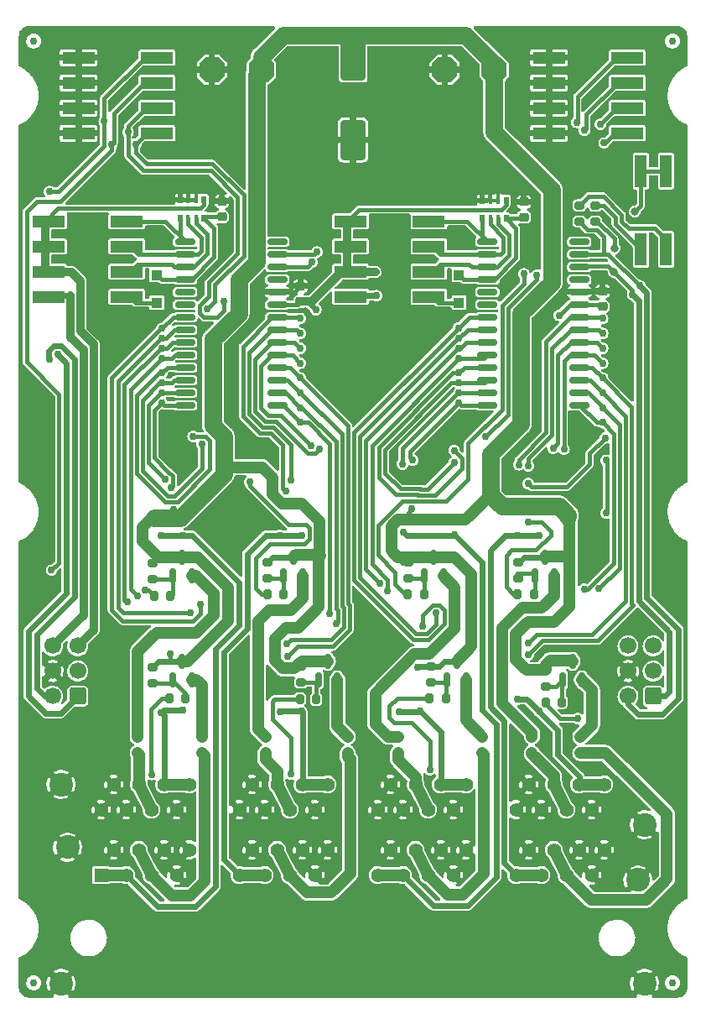
<source format=gbr>
%TF.GenerationSoftware,KiCad,Pcbnew,(6.0.0)*%
%TF.CreationDate,2022-08-06T01:14:48-04:00*%
%TF.ProjectId,security module,73656375-7269-4747-9920-6d6f64756c65,rev?*%
%TF.SameCoordinates,Original*%
%TF.FileFunction,Copper,L1,Top*%
%TF.FilePolarity,Positive*%
%FSLAX46Y46*%
G04 Gerber Fmt 4.6, Leading zero omitted, Abs format (unit mm)*
G04 Created by KiCad (PCBNEW (6.0.0)) date 2022-08-06 01:14:48*
%MOMM*%
%LPD*%
G01*
G04 APERTURE LIST*
G04 Aperture macros list*
%AMRoundRect*
0 Rectangle with rounded corners*
0 $1 Rounding radius*
0 $2 $3 $4 $5 $6 $7 $8 $9 X,Y pos of 4 corners*
0 Add a 4 corners polygon primitive as box body*
4,1,4,$2,$3,$4,$5,$6,$7,$8,$9,$2,$3,0*
0 Add four circle primitives for the rounded corners*
1,1,$1+$1,$2,$3*
1,1,$1+$1,$4,$5*
1,1,$1+$1,$6,$7*
1,1,$1+$1,$8,$9*
0 Add four rect primitives between the rounded corners*
20,1,$1+$1,$2,$3,$4,$5,0*
20,1,$1+$1,$4,$5,$6,$7,0*
20,1,$1+$1,$6,$7,$8,$9,0*
20,1,$1+$1,$8,$9,$2,$3,0*%
%AMOutline5P*
0 Free polygon, 5 corners , with rotation*
0 The origin of the aperture is its center*
0 number of corners: always 5*
0 $1 to $10 corner X, Y*
0 $11 Rotation angle, in degrees counterclockwise*
0 create outline with 5 corners*
4,1,5,$1,$2,$3,$4,$5,$6,$7,$8,$9,$10,$1,$2,$11*%
%AMOutline6P*
0 Free polygon, 6 corners , with rotation*
0 The origin of the aperture is its center*
0 number of corners: always 6*
0 $1 to $12 corner X, Y*
0 $13 Rotation angle, in degrees counterclockwise*
0 create outline with 6 corners*
4,1,6,$1,$2,$3,$4,$5,$6,$7,$8,$9,$10,$11,$12,$1,$2,$13*%
%AMOutline7P*
0 Free polygon, 7 corners , with rotation*
0 The origin of the aperture is its center*
0 number of corners: always 7*
0 $1 to $14 corner X, Y*
0 $15 Rotation angle, in degrees counterclockwise*
0 create outline with 7 corners*
4,1,7,$1,$2,$3,$4,$5,$6,$7,$8,$9,$10,$11,$12,$13,$14,$1,$2,$15*%
%AMOutline8P*
0 Free polygon, 8 corners , with rotation*
0 The origin of the aperture is its center*
0 number of corners: always 8*
0 $1 to $16 corner X, Y*
0 $17 Rotation angle, in degrees counterclockwise*
0 create outline with 8 corners*
4,1,8,$1,$2,$3,$4,$5,$6,$7,$8,$9,$10,$11,$12,$13,$14,$15,$16,$1,$2,$17*%
G04 Aperture macros list end*
%TA.AperFunction,ComponentPad*%
%ADD10RoundRect,0.250000X0.600000X0.600000X-0.600000X0.600000X-0.600000X-0.600000X0.600000X-0.600000X0*%
%TD*%
%TA.AperFunction,ComponentPad*%
%ADD11C,1.700000*%
%TD*%
%TA.AperFunction,SMDPad,CuDef*%
%ADD12R,3.300000X1.200000*%
%TD*%
%TA.AperFunction,SMDPad,CuDef*%
%ADD13RoundRect,0.200000X-0.275000X0.200000X-0.275000X-0.200000X0.275000X-0.200000X0.275000X0.200000X0*%
%TD*%
%TA.AperFunction,SMDPad,CuDef*%
%ADD14RoundRect,0.150000X0.875000X0.150000X-0.875000X0.150000X-0.875000X-0.150000X0.875000X-0.150000X0*%
%TD*%
%TA.AperFunction,ComponentPad*%
%ADD15Outline8P,-1.270000X0.635000X-0.635000X1.270000X0.635000X1.270000X1.270000X0.635000X1.270000X-0.635000X0.635000X-1.270000X-0.635000X-1.270000X-1.270000X-0.635000X180.000000*%
%TD*%
%TA.AperFunction,SMDPad,CuDef*%
%ADD16RoundRect,0.150000X0.150000X-0.587500X0.150000X0.587500X-0.150000X0.587500X-0.150000X-0.587500X0*%
%TD*%
%TA.AperFunction,SMDPad,CuDef*%
%ADD17RoundRect,0.225000X0.250000X-0.225000X0.250000X0.225000X-0.250000X0.225000X-0.250000X-0.225000X0*%
%TD*%
%TA.AperFunction,SMDPad,CuDef*%
%ADD18R,0.500000X0.800000*%
%TD*%
%TA.AperFunction,SMDPad,CuDef*%
%ADD19R,0.400000X0.800000*%
%TD*%
%TA.AperFunction,SMDPad,CuDef*%
%ADD20RoundRect,0.200000X0.200000X0.275000X-0.200000X0.275000X-0.200000X-0.275000X0.200000X-0.275000X0*%
%TD*%
%TA.AperFunction,SMDPad,CuDef*%
%ADD21RoundRect,0.200000X0.275000X-0.200000X0.275000X0.200000X-0.275000X0.200000X-0.275000X-0.200000X0*%
%TD*%
%TA.AperFunction,SMDPad,CuDef*%
%ADD22C,0.750000*%
%TD*%
%TA.AperFunction,SMDPad,CuDef*%
%ADD23R,1.200000X3.300000*%
%TD*%
%TA.AperFunction,SMDPad,CuDef*%
%ADD24RoundRect,0.250000X-1.000000X1.750000X-1.000000X-1.750000X1.000000X-1.750000X1.000000X1.750000X0*%
%TD*%
%TA.AperFunction,SMDPad,CuDef*%
%ADD25RoundRect,0.225000X-0.250000X0.225000X-0.250000X-0.225000X0.250000X-0.225000X0.250000X0.225000X0*%
%TD*%
%TA.AperFunction,ComponentPad*%
%ADD26R,1.400000X1.400000*%
%TD*%
%TA.AperFunction,ComponentPad*%
%ADD27C,1.400000*%
%TD*%
%TA.AperFunction,ComponentPad*%
%ADD28C,2.400000*%
%TD*%
%TA.AperFunction,SMDPad,CuDef*%
%ADD29R,1.100000X1.100000*%
%TD*%
%TA.AperFunction,ViaPad*%
%ADD30C,0.756400*%
%TD*%
%TA.AperFunction,ViaPad*%
%ADD31C,0.800000*%
%TD*%
%TA.AperFunction,Conductor*%
%ADD32C,0.406400*%
%TD*%
%TA.AperFunction,Conductor*%
%ADD33C,0.812800*%
%TD*%
%TA.AperFunction,Conductor*%
%ADD34C,0.609600*%
%TD*%
%TA.AperFunction,Conductor*%
%ADD35C,1.219200*%
%TD*%
%TA.AperFunction,Conductor*%
%ADD36C,1.778000*%
%TD*%
G04 APERTURE END LIST*
D10*
%TO.P,J1,1,Pin_1*%
%TO.N,SCL*%
X85050000Y-88600000D03*
D11*
%TO.P,J1,2,Pin_2*%
%TO.N,SDA*%
X82510000Y-88600000D03*
%TO.P,J1,3,Pin_3*%
%TO.N,Net-(J1-Pad3)*%
X85050000Y-86060000D03*
%TO.P,J1,4,Pin_4*%
%TO.N,GNDREF*%
X82510000Y-86060000D03*
%TO.P,J1,5,Pin_5*%
%TO.N,VCC*%
X85050000Y-83520000D03*
%TO.P,J1,6,Pin_6*%
%TO.N,RST*%
X82510000Y-83520000D03*
%TD*%
D12*
%TO.P,SW2,1*%
%TO.N,Net-(D2-Pad1)*%
X62400000Y-48310000D03*
%TO.P,SW2,2*%
%TO.N,Net-(RN2-Pad7)*%
X62400000Y-45770000D03*
%TO.P,SW2,3*%
%TO.N,Net-(RN2-Pad6)*%
X62400000Y-43230000D03*
%TO.P,SW2,4*%
%TO.N,Net-(RN2-Pad5)*%
X62400000Y-40690000D03*
%TO.P,SW2,5*%
%TO.N,VCC*%
X54500000Y-40690000D03*
%TO.P,SW2,6*%
X54500000Y-43230000D03*
%TO.P,SW2,7*%
X54500000Y-45770000D03*
%TO.P,SW2,8*%
%TO.N,RST*%
X54500000Y-48310000D03*
%TD*%
D13*
%TO.P,R25,1*%
%TO.N,VDD*%
X74200000Y-85975000D03*
%TO.P,R25,2*%
%TO.N,Net-(Q8-Pad1)*%
X74200000Y-87625000D03*
%TD*%
D14*
%TO.P,U2,1,GPB0*%
%TO.N,port7a*%
X77600000Y-59255000D03*
%TO.P,U2,2,GPB1*%
%TO.N,port7b*%
X77600000Y-57985000D03*
%TO.P,U2,3,GPB2*%
%TO.N,port7c*%
X77600000Y-56715000D03*
%TO.P,U2,4,GPB3*%
%TO.N,port7d*%
X77600000Y-55445000D03*
%TO.P,U2,5,GPB4*%
%TO.N,port8a*%
X77600000Y-54175000D03*
%TO.P,U2,6,GPB5*%
%TO.N,port8b*%
X77600000Y-52905000D03*
%TO.P,U2,7,GPB6*%
%TO.N,port8c*%
X77600000Y-51635000D03*
%TO.P,U2,8,GPB7*%
%TO.N,port8d*%
X77600000Y-50365000D03*
%TO.P,U2,9,VDD*%
%TO.N,VCC*%
X77600000Y-49095000D03*
%TO.P,U2,10,VSS*%
%TO.N,GNDREF*%
X77600000Y-47825000D03*
%TO.P,U2,11,NC*%
%TO.N,unconnected-(U2-Pad11)*%
X77600000Y-46555000D03*
%TO.P,U2,12,SCK*%
%TO.N,SCL*%
X77600000Y-45285000D03*
%TO.P,U2,13,SDA*%
%TO.N,SDA*%
X77600000Y-44015000D03*
%TO.P,U2,14,NC*%
%TO.N,unconnected-(U2-Pad14)*%
X77600000Y-42745000D03*
%TO.P,U2,15,A0*%
%TO.N,Net-(RN2-Pad5)*%
X68300000Y-42745000D03*
%TO.P,U2,16,A1*%
%TO.N,Net-(RN2-Pad6)*%
X68300000Y-44015000D03*
%TO.P,U2,17,A2*%
%TO.N,Net-(RN2-Pad7)*%
X68300000Y-45285000D03*
%TO.P,U2,18,~{RESET}*%
%TO.N,Net-(C2-Pad1)*%
X68300000Y-46555000D03*
%TO.P,U2,19,INTB*%
%TO.N,unconnected-(U2-Pad19)*%
X68300000Y-47825000D03*
%TO.P,U2,20,INTA*%
%TO.N,unconnected-(U2-Pad20)*%
X68300000Y-49095000D03*
%TO.P,U2,21,GPA0*%
%TO.N,port5a*%
X68300000Y-50365000D03*
%TO.P,U2,22,GPA1*%
%TO.N,port5b*%
X68300000Y-51635000D03*
%TO.P,U2,23,GPA2*%
%TO.N,port5c*%
X68300000Y-52905000D03*
%TO.P,U2,24,GPA3*%
%TO.N,port5d*%
X68300000Y-54175000D03*
%TO.P,U2,25,GPA4*%
%TO.N,port6a*%
X68300000Y-55445000D03*
%TO.P,U2,26,GPA5*%
%TO.N,port6b*%
X68300000Y-56715000D03*
%TO.P,U2,27,GPA6*%
%TO.N,port6c*%
X68300000Y-57985000D03*
%TO.P,U2,28,GPA7*%
%TO.N,port6d*%
X68300000Y-59255000D03*
%TD*%
D15*
%TO.P,J4,1,1*%
%TO.N,VDD*%
X69000000Y-25400000D03*
%TO.P,J4,2,2*%
%TO.N,GNDREF*%
X64000000Y-25400000D03*
%TD*%
D10*
%TO.P,J2,1,Pin_1*%
%TO.N,SCL*%
X26950000Y-88600000D03*
D11*
%TO.P,J2,2,Pin_2*%
%TO.N,SDA*%
X24410000Y-88600000D03*
%TO.P,J2,3,Pin_3*%
%TO.N,Net-(J1-Pad3)*%
X26950000Y-86060000D03*
%TO.P,J2,4,Pin_4*%
%TO.N,GNDREF*%
X24410000Y-86060000D03*
%TO.P,J2,5,Pin_5*%
%TO.N,VCC*%
X26950000Y-83520000D03*
%TO.P,J2,6,Pin_6*%
%TO.N,RST*%
X24410000Y-83520000D03*
%TD*%
D16*
%TO.P,Q5,1,G*%
%TO.N,Net-(Q5-Pad1)*%
X61950000Y-76437500D03*
%TO.P,Q5,2,S*%
%TO.N,Net-(Q5-Pad2)*%
X63850000Y-76437500D03*
%TO.P,Q5,3,D*%
%TO.N,VDD*%
X62900000Y-74562500D03*
%TD*%
D13*
%TO.P,TH6,1*%
%TO.N,Net-(Q6-Pad2)*%
X67800000Y-92675000D03*
%TO.P,TH6,2*%
%TO.N,Net-(RJ45-1-PadC4)*%
X67800000Y-94325000D03*
%TD*%
%TO.P,R31,1*%
%TO.N,VDD*%
X71400000Y-75075000D03*
%TO.P,R31,2*%
%TO.N,Net-(Q7-Pad1)*%
X71400000Y-76725000D03*
%TD*%
D17*
%TO.P,C1,1*%
%TO.N,Net-(C1-Pad1)*%
X41500000Y-40225000D03*
%TO.P,C1,2*%
%TO.N,GNDREF*%
X41500000Y-38675000D03*
%TD*%
D13*
%TO.P,TH2,1*%
%TO.N,Net-(Q2-Pad2)*%
X39500000Y-92675000D03*
%TO.P,TH2,2*%
%TO.N,Net-(RJ45-1-PadA4)*%
X39500000Y-94325000D03*
%TD*%
%TO.P,R29,1*%
%TO.N,VDD*%
X60300000Y-75075000D03*
%TO.P,R29,2*%
%TO.N,Net-(Q5-Pad1)*%
X60300000Y-76725000D03*
%TD*%
D18*
%TO.P,RN1,1,R1.1*%
%TO.N,VCC*%
X39700000Y-38550000D03*
D19*
%TO.P,RN1,2,R2.1*%
%TO.N,GNDREF*%
X38900000Y-38550000D03*
%TO.P,RN1,3,R3.1*%
X38100000Y-38550000D03*
D18*
%TO.P,RN1,4,R4.1*%
X37300000Y-38550000D03*
%TO.P,RN1,5,R4.2*%
%TO.N,Net-(RN1-Pad5)*%
X37300000Y-40350000D03*
D19*
%TO.P,RN1,6,R3.2*%
%TO.N,Net-(RN1-Pad6)*%
X38100000Y-40350000D03*
%TO.P,RN1,7,R2.2*%
%TO.N,Net-(RN1-Pad7)*%
X38900000Y-40350000D03*
D18*
%TO.P,RN1,8,R1.2*%
%TO.N,Net-(C1-Pad1)*%
X39700000Y-40350000D03*
%TD*%
D13*
%TO.P,TH4,1*%
%TO.N,Net-(Q4-Pad2)*%
X54200000Y-92675000D03*
%TO.P,TH4,2*%
%TO.N,Net-(RJ45-1-PadB4)*%
X54200000Y-94325000D03*
%TD*%
D20*
%TO.P,R32,1*%
%TO.N,Net-(Q7-Pad1)*%
X73025000Y-78300000D03*
%TO.P,R32,2*%
%TO.N,pw7*%
X71375000Y-78300000D03*
%TD*%
D13*
%TO.P,R21,1*%
%TO.N,VDD*%
X49500000Y-85575000D03*
%TO.P,R21,2*%
%TO.N,Net-(Q4-Pad1)*%
X49500000Y-87225000D03*
%TD*%
D17*
%TO.P,C2,1*%
%TO.N,Net-(C2-Pad1)*%
X72000000Y-40275000D03*
%TO.P,C2,2*%
%TO.N,GNDREF*%
X72000000Y-38725000D03*
%TD*%
D13*
%TO.P,R33,1*%
%TO.N,Net-(R33-Pad1)*%
X79200000Y-39080000D03*
%TO.P,R33,2*%
%TO.N,SCL*%
X79200000Y-40730000D03*
%TD*%
D16*
%TO.P,Q6,1,G*%
%TO.N,Net-(Q6-Pad1)*%
X64250000Y-86937500D03*
%TO.P,Q6,2,S*%
%TO.N,Net-(Q6-Pad2)*%
X66150000Y-86937500D03*
%TO.P,Q6,3,D*%
%TO.N,VDD*%
X65200000Y-85062500D03*
%TD*%
D21*
%TO.P,TH5,1*%
%TO.N,Net-(RJ45-1-PadG4)*%
X59300000Y-94325000D03*
%TO.P,TH5,2*%
%TO.N,Net-(Q5-Pad2)*%
X59300000Y-92675000D03*
%TD*%
D16*
%TO.P,Q2,1,G*%
%TO.N,Net-(Q2-Pad1)*%
X36550000Y-86937500D03*
%TO.P,Q2,2,S*%
%TO.N,Net-(Q2-Pad2)*%
X38450000Y-86937500D03*
%TO.P,Q2,3,D*%
%TO.N,VDD*%
X37500000Y-85062500D03*
%TD*%
D20*
%TO.P,R24,1*%
%TO.N,Net-(Q6-Pad1)*%
X64125000Y-88800000D03*
%TO.P,R24,2*%
%TO.N,pw6*%
X62475000Y-88800000D03*
%TD*%
D22*
%TO.P,FID3,*%
%TO.N,*%
X87000000Y-117500000D03*
%TD*%
D20*
%TO.P,R2,1*%
%TO.N,Net-(Q1-Pad1)*%
X36325000Y-78500000D03*
%TO.P,R2,2*%
%TO.N,pw1*%
X34675000Y-78500000D03*
%TD*%
%TO.P,R26,1*%
%TO.N,Net-(Q8-Pad1)*%
X75825000Y-89200000D03*
%TO.P,R26,2*%
%TO.N,pw8*%
X74175000Y-89200000D03*
%TD*%
D23*
%TO.P,SW5,1*%
%TO.N,VCC*%
X86360000Y-35620000D03*
%TO.P,SW5,2*%
X83820000Y-35620000D03*
%TO.P,SW5,3*%
%TO.N,Net-(R33-Pad1)*%
X83820000Y-43520000D03*
%TO.P,SW5,4*%
%TO.N,Net-(R34-Pad1)*%
X86360000Y-43520000D03*
%TD*%
D24*
%TO.P,C5,1*%
%TO.N,VDD*%
X54750000Y-24500000D03*
%TO.P,C5,2*%
%TO.N,GNDREF*%
X54750000Y-32500000D03*
%TD*%
D16*
%TO.P,Q4,1,G*%
%TO.N,Net-(Q4-Pad1)*%
X51250000Y-86937500D03*
%TO.P,Q4,2,S*%
%TO.N,Net-(Q4-Pad2)*%
X53150000Y-86937500D03*
%TO.P,Q4,3,D*%
%TO.N,VDD*%
X52200000Y-85062500D03*
%TD*%
D20*
%TO.P,R22,1*%
%TO.N,Net-(Q4-Pad1)*%
X51025000Y-88900000D03*
%TO.P,R22,2*%
%TO.N,pw4*%
X49375000Y-88900000D03*
%TD*%
D12*
%TO.P,SW3,1*%
%TO.N,GNDREF*%
X74550000Y-24190000D03*
%TO.P,SW3,2*%
X74550000Y-26730000D03*
%TO.P,SW3,3*%
X74550000Y-29270000D03*
%TO.P,SW3,4*%
X74550000Y-31810000D03*
%TO.P,SW3,5*%
%TO.N,pw8*%
X82450000Y-31810000D03*
%TO.P,SW3,6*%
%TO.N,pw7*%
X82450000Y-29270000D03*
%TO.P,SW3,7*%
%TO.N,pw6*%
X82450000Y-26730000D03*
%TO.P,SW3,8*%
%TO.N,pw5*%
X82450000Y-24190000D03*
%TD*%
D21*
%TO.P,TH1,1*%
%TO.N,Net-(RJ45-1-PadE4)*%
X33000000Y-94325000D03*
%TO.P,TH1,2*%
%TO.N,Net-(Q1-Pad2)*%
X33000000Y-92675000D03*
%TD*%
D13*
%TO.P,TH8,1*%
%TO.N,Net-(Q8-Pad2)*%
X77700000Y-92675000D03*
%TO.P,TH8,2*%
%TO.N,Net-(RJ45-1-PadD4)*%
X77700000Y-94325000D03*
%TD*%
D20*
%TO.P,R30,1*%
%TO.N,Net-(Q5-Pad1)*%
X61925000Y-78300000D03*
%TO.P,R30,2*%
%TO.N,pw5*%
X60275000Y-78300000D03*
%TD*%
D21*
%TO.P,TH7,1*%
%TO.N,Net-(RJ45-1-PadH4)*%
X72800000Y-94325000D03*
%TO.P,TH7,2*%
%TO.N,Net-(Q7-Pad2)*%
X72800000Y-92675000D03*
%TD*%
D14*
%TO.P,U1,1,GPB0*%
%TO.N,port3a*%
X47100000Y-59255000D03*
%TO.P,U1,2,GPB1*%
%TO.N,port3b*%
X47100000Y-57985000D03*
%TO.P,U1,3,GPB2*%
%TO.N,port3c*%
X47100000Y-56715000D03*
%TO.P,U1,4,GPB3*%
%TO.N,port3d*%
X47100000Y-55445000D03*
%TO.P,U1,5,GPB4*%
%TO.N,port4a*%
X47100000Y-54175000D03*
%TO.P,U1,6,GPB5*%
%TO.N,port4b*%
X47100000Y-52905000D03*
%TO.P,U1,7,GPB6*%
%TO.N,port4c*%
X47100000Y-51635000D03*
%TO.P,U1,8,GPB7*%
%TO.N,port4d*%
X47100000Y-50365000D03*
%TO.P,U1,9,VDD*%
%TO.N,VCC*%
X47100000Y-49095000D03*
%TO.P,U1,10,VSS*%
%TO.N,GNDREF*%
X47100000Y-47825000D03*
%TO.P,U1,11,NC*%
%TO.N,unconnected-(U1-Pad11)*%
X47100000Y-46555000D03*
%TO.P,U1,12,SCK*%
%TO.N,SCL*%
X47100000Y-45285000D03*
%TO.P,U1,13,SDA*%
%TO.N,SDA*%
X47100000Y-44015000D03*
%TO.P,U1,14,NC*%
%TO.N,unconnected-(U1-Pad14)*%
X47100000Y-42745000D03*
%TO.P,U1,15,A0*%
%TO.N,Net-(RN1-Pad5)*%
X37800000Y-42745000D03*
%TO.P,U1,16,A1*%
%TO.N,Net-(RN1-Pad6)*%
X37800000Y-44015000D03*
%TO.P,U1,17,A2*%
%TO.N,Net-(RN1-Pad7)*%
X37800000Y-45285000D03*
%TO.P,U1,18,~{RESET}*%
%TO.N,Net-(C1-Pad1)*%
X37800000Y-46555000D03*
%TO.P,U1,19,INTB*%
%TO.N,unconnected-(U1-Pad19)*%
X37800000Y-47825000D03*
%TO.P,U1,20,INTA*%
%TO.N,unconnected-(U1-Pad20)*%
X37800000Y-49095000D03*
%TO.P,U1,21,GPA0*%
%TO.N,port1a*%
X37800000Y-50365000D03*
%TO.P,U1,22,GPA1*%
%TO.N,port1b*%
X37800000Y-51635000D03*
%TO.P,U1,23,GPA2*%
%TO.N,port1c*%
X37800000Y-52905000D03*
%TO.P,U1,24,GPA3*%
%TO.N,port1d*%
X37800000Y-54175000D03*
%TO.P,U1,25,GPA4*%
%TO.N,port2a*%
X37800000Y-55445000D03*
%TO.P,U1,26,GPA5*%
%TO.N,port2b*%
X37800000Y-56715000D03*
%TO.P,U1,27,GPA6*%
%TO.N,port2c*%
X37800000Y-57985000D03*
%TO.P,U1,28,GPA7*%
%TO.N,port2d*%
X37800000Y-59255000D03*
%TD*%
D18*
%TO.P,RN2,1,R1.1*%
%TO.N,VCC*%
X70200000Y-38600000D03*
D19*
%TO.P,RN2,2,R2.1*%
%TO.N,GNDREF*%
X69400000Y-38600000D03*
%TO.P,RN2,3,R3.1*%
X68600000Y-38600000D03*
D18*
%TO.P,RN2,4,R4.1*%
X67800000Y-38600000D03*
%TO.P,RN2,5,R4.2*%
%TO.N,Net-(RN2-Pad5)*%
X67800000Y-40400000D03*
D19*
%TO.P,RN2,6,R3.2*%
%TO.N,Net-(RN2-Pad6)*%
X68600000Y-40400000D03*
%TO.P,RN2,7,R2.2*%
%TO.N,Net-(RN2-Pad7)*%
X69400000Y-40400000D03*
D18*
%TO.P,RN2,8,R1.2*%
%TO.N,Net-(C2-Pad1)*%
X70200000Y-40400000D03*
%TD*%
D25*
%TO.P,C4,1*%
%TO.N,GNDREF*%
X79950000Y-47725000D03*
%TO.P,C4,2*%
%TO.N,VCC*%
X79950000Y-49275000D03*
%TD*%
D13*
%TO.P,R27,1*%
%TO.N,VDD*%
X46100000Y-75075000D03*
%TO.P,R27,2*%
%TO.N,Net-(Q3-Pad1)*%
X46100000Y-76725000D03*
%TD*%
D16*
%TO.P,Q3,1,G*%
%TO.N,Net-(Q3-Pad1)*%
X47750000Y-76437500D03*
%TO.P,Q3,2,S*%
%TO.N,Net-(Q3-Pad2)*%
X49650000Y-76437500D03*
%TO.P,Q3,3,D*%
%TO.N,VDD*%
X48700000Y-74562500D03*
%TD*%
D13*
%TO.P,R1,1*%
%TO.N,VDD*%
X34500000Y-75175000D03*
%TO.P,R1,2*%
%TO.N,Net-(Q1-Pad1)*%
X34500000Y-76825000D03*
%TD*%
D21*
%TO.P,TH3,1*%
%TO.N,Net-(RJ45-1-PadF4)*%
X45900000Y-94325000D03*
%TO.P,TH3,2*%
%TO.N,Net-(Q3-Pad2)*%
X45900000Y-92675000D03*
%TD*%
D16*
%TO.P,Q1,1,G*%
%TO.N,Net-(Q1-Pad1)*%
X36550000Y-76437500D03*
%TO.P,Q1,2,S*%
%TO.N,Net-(Q1-Pad2)*%
X38450000Y-76437500D03*
%TO.P,Q1,3,D*%
%TO.N,VDD*%
X37500000Y-74562500D03*
%TD*%
D20*
%TO.P,R28,1*%
%TO.N,Net-(Q3-Pad1)*%
X47725000Y-78300000D03*
%TO.P,R28,2*%
%TO.N,pw3*%
X46075000Y-78300000D03*
%TD*%
D22*
%TO.P,FID2,*%
%TO.N,*%
X87000000Y-22500000D03*
%TD*%
D13*
%TO.P,R23,1*%
%TO.N,VDD*%
X62600000Y-85575000D03*
%TO.P,R23,2*%
%TO.N,Net-(Q6-Pad1)*%
X62600000Y-87225000D03*
%TD*%
D16*
%TO.P,Q7,1,G*%
%TO.N,Net-(Q7-Pad1)*%
X73150000Y-76437500D03*
%TO.P,Q7,2,S*%
%TO.N,Net-(Q7-Pad2)*%
X75050000Y-76437500D03*
%TO.P,Q7,3,D*%
%TO.N,VDD*%
X74100000Y-74562500D03*
%TD*%
D13*
%TO.P,R19,1*%
%TO.N,VDD*%
X34500000Y-85675000D03*
%TO.P,R19,2*%
%TO.N,Net-(Q2-Pad1)*%
X34500000Y-87325000D03*
%TD*%
D20*
%TO.P,R20,1*%
%TO.N,Net-(Q2-Pad1)*%
X37825000Y-88800000D03*
%TO.P,R20,2*%
%TO.N,pw2*%
X36175000Y-88800000D03*
%TD*%
D22*
%TO.P,FID1,*%
%TO.N,*%
X22500000Y-22500000D03*
%TD*%
D13*
%TO.P,R34,1*%
%TO.N,Net-(R34-Pad1)*%
X77630000Y-39080000D03*
%TO.P,R34,2*%
%TO.N,SDA*%
X77630000Y-40730000D03*
%TD*%
D15*
%TO.P,J3,1,1*%
%TO.N,VDD*%
X45500000Y-25400000D03*
%TO.P,J3,2,2*%
%TO.N,GNDREF*%
X40500000Y-25400000D03*
%TD*%
D26*
%TO.P,RJ45-1,A1,A1*%
%TO.N,sense2*%
X29309992Y-106639996D03*
D27*
%TO.P,RJ45-1,A2,A2*%
%TO.N,GNDREF*%
X30579992Y-104099996D03*
%TO.P,RJ45-1,A3,A3*%
%TO.N,sense2*%
X31849992Y-106639996D03*
%TO.P,RJ45-1,A4,A4*%
%TO.N,Net-(RJ45-1-PadA4)*%
X33119992Y-104099996D03*
%TO.P,RJ45-1,A5,A5*%
X34389992Y-106639996D03*
%TO.P,RJ45-1,A6,A6*%
%TO.N,GNDREF*%
X35659992Y-104099996D03*
%TO.P,RJ45-1,A7,A7*%
X36929992Y-106639996D03*
%TO.P,RJ45-1,A8,A8*%
X38199992Y-104099996D03*
%TO.P,RJ45-1,B1,B1*%
%TO.N,sense4*%
X43279992Y-106639996D03*
%TO.P,RJ45-1,B2,B2*%
%TO.N,GNDREF*%
X44549992Y-104099996D03*
%TO.P,RJ45-1,B3,B3*%
%TO.N,sense4*%
X45819992Y-106639996D03*
%TO.P,RJ45-1,B4,B4*%
%TO.N,Net-(RJ45-1-PadB4)*%
X47089992Y-104099996D03*
%TO.P,RJ45-1,B5,B5*%
X48359992Y-106639996D03*
%TO.P,RJ45-1,B6,B6*%
%TO.N,GNDREF*%
X49629992Y-104099996D03*
%TO.P,RJ45-1,B7,B7*%
X50899992Y-106639996D03*
%TO.P,RJ45-1,B8,B8*%
X52169992Y-104099996D03*
%TO.P,RJ45-1,C1,C1*%
%TO.N,sense6*%
X57249992Y-106639996D03*
%TO.P,RJ45-1,C2,C2*%
%TO.N,GNDREF*%
X58519992Y-104099996D03*
%TO.P,RJ45-1,C3,C3*%
%TO.N,sense6*%
X59789992Y-106639996D03*
%TO.P,RJ45-1,C4,C4*%
%TO.N,Net-(RJ45-1-PadC4)*%
X61059992Y-104099996D03*
%TO.P,RJ45-1,C5,C5*%
X62329992Y-106639996D03*
%TO.P,RJ45-1,C6,C6*%
%TO.N,GNDREF*%
X63599992Y-104099996D03*
%TO.P,RJ45-1,C7,C7*%
X64869992Y-106639996D03*
%TO.P,RJ45-1,C8,C8*%
X66139992Y-104099996D03*
%TO.P,RJ45-1,D1,D1*%
%TO.N,sense8*%
X71219992Y-106639996D03*
%TO.P,RJ45-1,D2,D2*%
%TO.N,GNDREF*%
X72489992Y-104099996D03*
%TO.P,RJ45-1,D3,D3*%
%TO.N,sense8*%
X73759992Y-106639996D03*
%TO.P,RJ45-1,D4,D4*%
%TO.N,Net-(RJ45-1-PadD4)*%
X75029992Y-104099996D03*
%TO.P,RJ45-1,D5,D5*%
X76299992Y-106639996D03*
%TO.P,RJ45-1,D6,D6*%
%TO.N,GNDREF*%
X77569992Y-104099996D03*
%TO.P,RJ45-1,D7,D7*%
X78839992Y-106639996D03*
%TO.P,RJ45-1,D8,D8*%
X80109992Y-104099996D03*
%TO.P,RJ45-1,E1,E1*%
%TO.N,sense1*%
X38199992Y-97499996D03*
%TO.P,RJ45-1,E2,E2*%
%TO.N,GNDREF*%
X36929992Y-100039996D03*
%TO.P,RJ45-1,E3,E3*%
%TO.N,sense1*%
X35659992Y-97499996D03*
%TO.P,RJ45-1,E4,E4*%
%TO.N,Net-(RJ45-1-PadE4)*%
X34389992Y-100039996D03*
%TO.P,RJ45-1,E5,E5*%
X33119992Y-97499996D03*
%TO.P,RJ45-1,E6,E6*%
%TO.N,GNDREF*%
X31849992Y-100039996D03*
%TO.P,RJ45-1,E7,E7*%
X30579992Y-97499996D03*
%TO.P,RJ45-1,E8,E8*%
X29309992Y-100039996D03*
%TO.P,RJ45-1,F1,F1*%
%TO.N,sense3*%
X52169992Y-97499996D03*
%TO.P,RJ45-1,F2,F2*%
%TO.N,GNDREF*%
X50899992Y-100039996D03*
%TO.P,RJ45-1,F3,F3*%
%TO.N,sense3*%
X49629992Y-97499996D03*
%TO.P,RJ45-1,F4,F4*%
%TO.N,Net-(RJ45-1-PadF4)*%
X48359992Y-100039996D03*
%TO.P,RJ45-1,F5,F5*%
X47089992Y-97499996D03*
%TO.P,RJ45-1,F6,F6*%
%TO.N,GNDREF*%
X45819992Y-100039996D03*
%TO.P,RJ45-1,F7,F7*%
X44549992Y-97499996D03*
%TO.P,RJ45-1,F8,F8*%
X43279992Y-100039996D03*
%TO.P,RJ45-1,G1,G1*%
%TO.N,sense5*%
X66139992Y-97499996D03*
%TO.P,RJ45-1,G2,G2*%
%TO.N,GNDREF*%
X64869992Y-100039996D03*
%TO.P,RJ45-1,G3,G3*%
%TO.N,sense5*%
X63599992Y-97499996D03*
%TO.P,RJ45-1,G4,G4*%
%TO.N,Net-(RJ45-1-PadG4)*%
X62329992Y-100039996D03*
%TO.P,RJ45-1,G5,G5*%
X61059992Y-97499996D03*
%TO.P,RJ45-1,G6,G6*%
%TO.N,GNDREF*%
X59789992Y-100039996D03*
%TO.P,RJ45-1,G7,G7*%
X58519992Y-97499996D03*
%TO.P,RJ45-1,G8,G8*%
X57249992Y-100039996D03*
%TO.P,RJ45-1,H1,H1*%
%TO.N,sense7*%
X80109992Y-97499996D03*
%TO.P,RJ45-1,H2,H2*%
%TO.N,GNDREF*%
X78839992Y-100039996D03*
%TO.P,RJ45-1,H3,H3*%
%TO.N,sense7*%
X77569992Y-97499996D03*
%TO.P,RJ45-1,H4,H4*%
%TO.N,Net-(RJ45-1-PadH4)*%
X76299992Y-100039996D03*
%TO.P,RJ45-1,H5,H5*%
X75029992Y-97499996D03*
%TO.P,RJ45-1,H6,H6*%
%TO.N,GNDREF*%
X73759992Y-100039996D03*
%TO.P,RJ45-1,H7,H7*%
X72489992Y-97499996D03*
%TO.P,RJ45-1,H8,H8*%
X71219992Y-100039996D03*
D28*
%TO.P,RJ45-1,MH1,MH1*%
X25914992Y-103839996D03*
%TO.P,RJ45-1,MH2,MH2*%
X25249992Y-97499996D03*
%TO.P,RJ45-1,MH3,MH3*%
X84169992Y-101559996D03*
%TO.P,RJ45-1,MH4,MH4*%
X83504992Y-107139996D03*
%TO.P,RJ45-1,MH5,MH5*%
X84169992Y-117559996D03*
%TO.P,RJ45-1,MH6,MH6*%
X25249992Y-117559996D03*
%TD*%
D12*
%TO.P,SW1,1*%
%TO.N,Net-(D1-Pad1)*%
X31900000Y-48310000D03*
%TO.P,SW1,2*%
%TO.N,Net-(RN1-Pad7)*%
X31900000Y-45770000D03*
%TO.P,SW1,3*%
%TO.N,Net-(RN1-Pad6)*%
X31900000Y-43230000D03*
%TO.P,SW1,4*%
%TO.N,Net-(RN1-Pad5)*%
X31900000Y-40690000D03*
%TO.P,SW1,5*%
%TO.N,VCC*%
X24000000Y-40690000D03*
%TO.P,SW1,6*%
X24000000Y-43230000D03*
%TO.P,SW1,7*%
X24000000Y-45770000D03*
%TO.P,SW1,8*%
%TO.N,RST*%
X24000000Y-48310000D03*
%TD*%
D22*
%TO.P,FID4,*%
%TO.N,*%
X22500000Y-117500000D03*
%TD*%
D16*
%TO.P,Q8,1,G*%
%TO.N,Net-(Q8-Pad1)*%
X75950000Y-86937500D03*
%TO.P,Q8,2,S*%
%TO.N,Net-(Q8-Pad2)*%
X77850000Y-86937500D03*
%TO.P,Q8,3,D*%
%TO.N,VDD*%
X76900000Y-85062500D03*
%TD*%
D12*
%TO.P,SW4,1*%
%TO.N,GNDREF*%
X27050000Y-24190000D03*
%TO.P,SW4,2*%
X27050000Y-26730000D03*
%TO.P,SW4,3*%
X27050000Y-29270000D03*
%TO.P,SW4,4*%
X27050000Y-31810000D03*
%TO.P,SW4,5*%
%TO.N,pw4*%
X34950000Y-31810000D03*
%TO.P,SW4,6*%
%TO.N,pw3*%
X34950000Y-29270000D03*
%TO.P,SW4,7*%
%TO.N,pw2*%
X34950000Y-26730000D03*
%TO.P,SW4,8*%
%TO.N,pw1*%
X34950000Y-24190000D03*
%TD*%
D29*
%TO.P,D1,1,K*%
%TO.N,Net-(D1-Pad1)*%
X34950000Y-48900000D03*
%TO.P,D1,2,A*%
%TO.N,Net-(C1-Pad1)*%
X34950000Y-46100000D03*
%TD*%
D25*
%TO.P,C3,1*%
%TO.N,GNDREF*%
X49450000Y-47225000D03*
%TO.P,C3,2*%
%TO.N,VCC*%
X49450000Y-48775000D03*
%TD*%
D29*
%TO.P,D2,1,K*%
%TO.N,Net-(D2-Pad1)*%
X65450000Y-48900000D03*
%TO.P,D2,2,A*%
%TO.N,Net-(C2-Pad1)*%
X65450000Y-46100000D03*
%TD*%
D30*
%TO.N,GNDREF*%
X86645000Y-38200000D03*
X39565000Y-51415000D03*
D31*
X86845000Y-76750000D03*
D30*
X45860000Y-62900000D03*
X78560000Y-23695000D03*
X44500000Y-94990000D03*
X73900000Y-33800000D03*
X63125000Y-63465000D03*
X31110000Y-50955000D03*
X65500000Y-42000000D03*
X67465000Y-114935000D03*
X58730000Y-64690000D03*
X53650000Y-84630000D03*
X29545000Y-75680000D03*
X29255000Y-36335000D03*
X41900000Y-42500000D03*
X31190000Y-23890000D03*
X45050000Y-49215000D03*
X28355000Y-41560000D03*
X42840000Y-115490000D03*
X58470000Y-42020000D03*
X36495000Y-62125000D03*
X54805000Y-115420000D03*
X58300000Y-52200000D03*
X70920000Y-22050000D03*
X82035000Y-49230000D03*
X47100000Y-41000000D03*
X55390000Y-81250000D03*
X29555000Y-70870000D03*
X79240000Y-36600000D03*
X79270000Y-84940000D03*
X35000000Y-42100000D03*
X22350000Y-35125000D03*
X74150000Y-65015000D03*
X51320000Y-32245000D03*
D31*
X82335000Y-44205000D03*
D30*
X58055000Y-32150000D03*
X22700000Y-57100000D03*
X32325000Y-82740000D03*
X64865000Y-61230000D03*
X73290000Y-59140000D03*
X79285000Y-73120000D03*
X56710000Y-95100000D03*
X41425000Y-73120000D03*
D31*
X85410000Y-51115000D03*
D30*
X29395000Y-83355000D03*
%TO.N,VCC*%
X75555000Y-50170000D03*
X57000000Y-45800000D03*
X26300000Y-45800000D03*
D31*
X83200000Y-39695000D03*
D30*
X51000000Y-49600000D03*
%TO.N,VDD*%
X36600000Y-69767731D03*
X72275000Y-85975000D03*
X39840687Y-75334313D03*
X51300000Y-75575000D03*
X61300000Y-85700000D03*
X48200000Y-85787311D03*
X60700000Y-69667731D03*
X48500000Y-69200000D03*
X36275000Y-84325000D03*
X73215000Y-69280000D03*
%TO.N,sense1*%
X37536820Y-90000000D03*
X35369100Y-90256400D03*
%TO.N,sense2*%
X37536820Y-72400000D03*
X35350000Y-72400000D03*
%TO.N,sense3*%
X49536820Y-90100000D03*
X47369100Y-90175152D03*
%TO.N,sense4*%
X49536820Y-72400000D03*
X47350000Y-72400000D03*
%TO.N,sense5*%
X61536820Y-90100000D03*
X59369100Y-90200000D03*
%TO.N,sense6*%
X65010000Y-72310000D03*
X59805000Y-72065000D03*
%TO.N,sense7*%
X73536820Y-90117508D03*
X71369100Y-88888443D03*
%TO.N,sense8*%
X73536820Y-72400000D03*
X71350000Y-72400000D03*
%TO.N,SCL*%
X82975000Y-48080000D03*
D31*
X81106250Y-45808750D03*
D30*
X50621800Y-44815900D03*
D31*
X81135000Y-43405000D03*
D30*
X24900000Y-54100000D03*
%TO.N,SDA*%
X24089397Y-54606627D03*
X51100000Y-43800000D03*
X83700000Y-47190000D03*
%TO.N,RST*%
X57100000Y-48200000D03*
X26200000Y-48200000D03*
%TO.N,port3c*%
X49450000Y-58000000D03*
X48050000Y-83300000D03*
%TO.N,port3d*%
X48150000Y-84600000D03*
X49450000Y-56500000D03*
%TO.N,port3a*%
X52413180Y-80248356D03*
X49450000Y-61000000D03*
%TO.N,port3b*%
X53019100Y-81300000D03*
X49450000Y-59500000D03*
%TO.N,port7c*%
X79950000Y-58000000D03*
X72444100Y-83200000D03*
%TO.N,port7d*%
X72444100Y-84400000D03*
X79950000Y-56500000D03*
%TO.N,port7a*%
X79950000Y-61000000D03*
X78095000Y-77815000D03*
%TO.N,port7b*%
X79586230Y-77761230D03*
X79950000Y-59500000D03*
%TO.N,port4c*%
X48444100Y-66800000D03*
X49450000Y-52000000D03*
%TO.N,port4d*%
X47950000Y-67900000D03*
X49450000Y-50500000D03*
%TO.N,port4a*%
X49450000Y-55000000D03*
X50500000Y-63300011D03*
%TO.N,port4b*%
X49450000Y-53500000D03*
X51395043Y-63635640D03*
%TO.N,port8c*%
X72444100Y-65360000D03*
X79950000Y-52000000D03*
%TO.N,port8d*%
X79950000Y-50500000D03*
X71470000Y-65240000D03*
%TO.N,port8a*%
X76050000Y-63700000D03*
X79950000Y-55000000D03*
%TO.N,port8b*%
X74950000Y-63600000D03*
X79950000Y-53500000D03*
%TO.N,port1c*%
X31936393Y-79090753D03*
X35450000Y-53500000D03*
%TO.N,port1d*%
X33000000Y-78500000D03*
X35450000Y-54500000D03*
%TO.N,port1a*%
X35450000Y-51500000D03*
X39300000Y-79300000D03*
%TO.N,port1b*%
X35450000Y-52500000D03*
X38280900Y-80200000D03*
%TO.N,port5c*%
X65450000Y-53500000D03*
X57472820Y-77227180D03*
%TO.N,port5d*%
X58200000Y-78000000D03*
X65450000Y-54500000D03*
%TO.N,port5a*%
X65397820Y-51447820D03*
X61780900Y-81500000D03*
%TO.N,port5b*%
X63102180Y-80202180D03*
X65450000Y-52500000D03*
%TO.N,port2c*%
X35750000Y-66700000D03*
X35450000Y-58000000D03*
%TO.N,port2d*%
X36350000Y-67600000D03*
X35450000Y-59000000D03*
%TO.N,port2a*%
X38600000Y-62400000D03*
X35450000Y-56000000D03*
%TO.N,port2b*%
X35450000Y-57000000D03*
X39500000Y-63180900D03*
%TO.N,port6c*%
X59750011Y-65180000D03*
X65450000Y-58000000D03*
%TO.N,port6d*%
X60779100Y-64775000D03*
X65450000Y-59000000D03*
%TO.N,port6a*%
X64950000Y-63800000D03*
X65450000Y-56000000D03*
%TO.N,port6b*%
X65450000Y-57000000D03*
X64950000Y-65000000D03*
%TO.N,pw1*%
X29617559Y-30600000D03*
X24100000Y-37700000D03*
X33725775Y-77877907D03*
%TO.N,pw2*%
X34400000Y-96500000D03*
X24300000Y-75900000D03*
X30398459Y-32949229D03*
%TO.N,pw3*%
X41700000Y-48800000D03*
X44300000Y-67000000D03*
X32019100Y-31700000D03*
%TO.N,pw4*%
X40015000Y-49510000D03*
X32800000Y-32900000D03*
X48440000Y-96475000D03*
%TO.N,pw6*%
X73300000Y-46100000D03*
X68130130Y-62439230D03*
X78100000Y-31500000D03*
X62500000Y-96000000D03*
%TO.N,pw8*%
X80280000Y-70140000D03*
X80100000Y-32800000D03*
X77435000Y-90845000D03*
X80284700Y-64810000D03*
%TO.N,pw5*%
X72000000Y-46000000D03*
X77319100Y-30712892D03*
%TO.N,pw7*%
X72450000Y-71005000D03*
X80190000Y-62545000D03*
X72430000Y-67155000D03*
X79719100Y-30900000D03*
%TD*%
D32*
%TO.N,Net-(C1-Pad1)*%
X39825000Y-40225000D02*
X39700000Y-40350000D01*
X41500000Y-40225000D02*
X39825000Y-40225000D01*
X39700000Y-40350000D02*
X40711840Y-41361840D01*
X38445000Y-46555000D02*
X37800000Y-46555000D01*
X37800000Y-46555000D02*
X35405000Y-46555000D01*
X35405000Y-46555000D02*
X34950000Y-46100000D01*
X40711840Y-41361840D02*
X40711840Y-44288160D01*
X40711840Y-44288160D02*
X38445000Y-46555000D01*
%TO.N,GNDREF*%
X49450000Y-47225000D02*
X48850000Y-47825000D01*
X79850000Y-47825000D02*
X79950000Y-47725000D01*
X77600000Y-47825000D02*
X79850000Y-47825000D01*
X48850000Y-47825000D02*
X47100000Y-47825000D01*
%TO.N,Net-(C2-Pad1)*%
X70200000Y-40400000D02*
X71875000Y-40400000D01*
X70200000Y-40400000D02*
X71200000Y-41400000D01*
X71200000Y-41400000D02*
X71200000Y-44400000D01*
X65905000Y-46555000D02*
X65450000Y-46100000D01*
X71875000Y-40400000D02*
X72000000Y-40275000D01*
X71200000Y-44400000D02*
X69045000Y-46555000D01*
X69045000Y-46555000D02*
X68300000Y-46555000D01*
X68300000Y-46555000D02*
X65905000Y-46555000D01*
%TO.N,VCC*%
X39310000Y-39400000D02*
X24940000Y-39400000D01*
D33*
X27212320Y-51747320D02*
X28542160Y-53077160D01*
D32*
X69770000Y-39500000D02*
X58700000Y-39500000D01*
X70200000Y-39070000D02*
X69770000Y-39500000D01*
D33*
X27212320Y-46712320D02*
X27212320Y-51747320D01*
X49450000Y-48775000D02*
X50590000Y-48775000D01*
D32*
X76630000Y-49095000D02*
X77600000Y-49095000D01*
X83820000Y-39075000D02*
X83820000Y-35620000D01*
D33*
X23650000Y-43230000D02*
X23650000Y-40690000D01*
D32*
X58700000Y-39500000D02*
X55340000Y-39500000D01*
D33*
X54150000Y-43230000D02*
X54150000Y-40690000D01*
X28542160Y-81927840D02*
X26950000Y-83520000D01*
D32*
X24940000Y-39400000D02*
X23650000Y-40690000D01*
D33*
X23680000Y-45800000D02*
X23650000Y-45770000D01*
X50590000Y-48775000D02*
X53595000Y-45770000D01*
D32*
X75555000Y-50170000D02*
X76630000Y-49095000D01*
D34*
X49450000Y-48775000D02*
X50175000Y-48775000D01*
D32*
X79770000Y-49095000D02*
X79950000Y-49275000D01*
D33*
X28542160Y-53077160D02*
X28542160Y-81927840D01*
X54150000Y-45770000D02*
X54150000Y-43230000D01*
D34*
X50175000Y-48775000D02*
X51000000Y-49600000D01*
D33*
X53595000Y-45770000D02*
X54150000Y-45770000D01*
D32*
X47100000Y-49095000D02*
X49130000Y-49095000D01*
X39700000Y-38500000D02*
X39700000Y-39010000D01*
D33*
X26300000Y-45800000D02*
X27212320Y-46712320D01*
D32*
X70200000Y-38600000D02*
X70200000Y-39070000D01*
D33*
X23650000Y-45770000D02*
X23650000Y-43230000D01*
X54180000Y-45800000D02*
X54150000Y-45770000D01*
D32*
X55340000Y-39500000D02*
X54150000Y-40690000D01*
D33*
X26300000Y-45800000D02*
X23680000Y-45800000D01*
D32*
X77600000Y-49095000D02*
X79770000Y-49095000D01*
X83820000Y-35620000D02*
X86360000Y-35620000D01*
D33*
X57000000Y-45800000D02*
X54180000Y-45800000D01*
D32*
X39700000Y-39010000D02*
X39310000Y-39400000D01*
X83200000Y-39695000D02*
X83820000Y-39075000D01*
X49130000Y-49095000D02*
X49450000Y-48775000D01*
%TO.N,VDD*%
X36275000Y-84325000D02*
X36275000Y-85025000D01*
D35*
X51300000Y-79600000D02*
X51300000Y-75575000D01*
X51330051Y-74330051D02*
X51400000Y-74400000D01*
D36*
X47700000Y-21900000D02*
X45500000Y-24100000D01*
X54750000Y-22650000D02*
X55500000Y-21900000D01*
D35*
X46650869Y-68279981D02*
X47570888Y-69200000D01*
D36*
X69000000Y-25400000D02*
X69000000Y-24800000D01*
D35*
X47570888Y-69200000D02*
X49100000Y-69200000D01*
D34*
X35075000Y-85100000D02*
X36200000Y-85100000D01*
X63425000Y-85575000D02*
X63937500Y-85062500D01*
D35*
X34400000Y-70600000D02*
X33500000Y-71500000D01*
X45600000Y-65500000D02*
X46650869Y-66550869D01*
D36*
X75555000Y-69445000D02*
X73900000Y-69445000D01*
D35*
X47658199Y-85787311D02*
X46862689Y-84991801D01*
X74200000Y-85975000D02*
X74200000Y-85400000D01*
X39840687Y-75334313D02*
X42118720Y-77612347D01*
X64962500Y-74562500D02*
X66676960Y-76276960D01*
D34*
X36200000Y-85100000D02*
X37462500Y-85100000D01*
D35*
X42118720Y-80987654D02*
X38043874Y-85062500D01*
D36*
X41700000Y-66200000D02*
X37300000Y-70600000D01*
D35*
X48962500Y-74300000D02*
X51300000Y-74300000D01*
D34*
X61425000Y-85575000D02*
X61300000Y-85700000D01*
D35*
X76600000Y-79600000D02*
X75081280Y-81118720D01*
D36*
X48500000Y-21900000D02*
X47700000Y-21900000D01*
D32*
X60300000Y-70067731D02*
X60300000Y-70800000D01*
D35*
X76837500Y-85000000D02*
X76900000Y-85062500D01*
X51300000Y-74500000D02*
X51400000Y-74400000D01*
X74600000Y-85000000D02*
X76837500Y-85000000D01*
D36*
X68620000Y-68290000D02*
X68621720Y-68288280D01*
D35*
X66676960Y-76276960D02*
X66676961Y-83585539D01*
X74200000Y-85400000D02*
X74600000Y-85000000D01*
X35062500Y-74562500D02*
X37500000Y-74562500D01*
D34*
X63937500Y-85062500D02*
X65200000Y-85062500D01*
D36*
X69000000Y-24800000D02*
X66100000Y-21900000D01*
D32*
X37462500Y-85100000D02*
X37500000Y-85062500D01*
D35*
X76435000Y-70405000D02*
X76435000Y-70955000D01*
D36*
X43200000Y-50000000D02*
X43200000Y-46533668D01*
X43200000Y-46533668D02*
X44986480Y-44747188D01*
D35*
X60300000Y-70800000D02*
X59270888Y-70800000D01*
D32*
X73215000Y-69280000D02*
X73735000Y-69280000D01*
D36*
X54750000Y-24500000D02*
X54750000Y-22650000D01*
X71702640Y-61112360D02*
X71702640Y-49967360D01*
D35*
X49537500Y-85062500D02*
X52200000Y-85062500D01*
D36*
X41700000Y-65500000D02*
X41700000Y-66200000D01*
X45500000Y-24100000D02*
X45500000Y-25400000D01*
D35*
X48812689Y-85787311D02*
X49537500Y-85062500D01*
X48700000Y-74562500D02*
X48962500Y-74300000D01*
D34*
X46612500Y-74562500D02*
X48700000Y-74562500D01*
D36*
X69000000Y-25400000D02*
X69000000Y-31700000D01*
D35*
X47970888Y-81700000D02*
X49200000Y-81700000D01*
X51300000Y-74300000D02*
X51400000Y-74400000D01*
X51330051Y-70930051D02*
X51330051Y-74330051D01*
X34700000Y-70600000D02*
X34400000Y-70600000D01*
D36*
X44986480Y-44747188D02*
X44986480Y-25913520D01*
D35*
X48200000Y-85787311D02*
X48812689Y-85787311D01*
D36*
X40600000Y-52600000D02*
X43200000Y-50000000D01*
X41700000Y-65500000D02*
X41700000Y-62400000D01*
X44986480Y-25913520D02*
X45500000Y-25400000D01*
D35*
X49200000Y-81700000D02*
X51300000Y-79600000D01*
X71200000Y-82318720D02*
X71200000Y-84900000D01*
D32*
X73735000Y-69280000D02*
X73900000Y-69445000D01*
D35*
X74122500Y-74540000D02*
X76590000Y-74540000D01*
X46862689Y-82808199D02*
X47970888Y-81700000D01*
D36*
X74800000Y-37500000D02*
X69000000Y-31700000D01*
D34*
X34500000Y-85675000D02*
X35075000Y-85100000D01*
D35*
X59270888Y-70800000D02*
X58615000Y-71455888D01*
X68620000Y-68290000D02*
X66110000Y-70800000D01*
D32*
X34500000Y-75125000D02*
X35062500Y-74562500D01*
X34500000Y-75175000D02*
X34500000Y-75125000D01*
D35*
X66110000Y-70800000D02*
X60300000Y-70800000D01*
D34*
X62600000Y-85575000D02*
X63425000Y-85575000D01*
D35*
X49100000Y-69200000D02*
X49600000Y-69200000D01*
D36*
X37300000Y-70600000D02*
X36400000Y-70600000D01*
D35*
X59262500Y-74562500D02*
X62900000Y-74562500D01*
D34*
X49500000Y-85100000D02*
X49537500Y-85062500D01*
D35*
X62900000Y-74562500D02*
X64962500Y-74562500D01*
X76435000Y-70955000D02*
X76600000Y-71120000D01*
X46650869Y-66550869D02*
X46650869Y-68279981D01*
D36*
X41700000Y-62400000D02*
X40600000Y-61300000D01*
D34*
X72037500Y-74562500D02*
X74100000Y-74562500D01*
D35*
X66676961Y-83585539D02*
X65200000Y-85062500D01*
X71200000Y-84900000D02*
X72275000Y-85975000D01*
D32*
X60700000Y-69667731D02*
X60300000Y-70067731D01*
D35*
X42118720Y-77612347D02*
X42118720Y-80987654D01*
D32*
X49100000Y-69200000D02*
X48500000Y-69200000D01*
D35*
X58615000Y-71455888D02*
X58615000Y-73915000D01*
D34*
X49500000Y-85575000D02*
X49500000Y-85100000D01*
D35*
X37500000Y-74562500D02*
X39068874Y-74562500D01*
D36*
X73900000Y-69445000D02*
X69775000Y-69445000D01*
X48500000Y-21900000D02*
X55500000Y-21900000D01*
D35*
X72400000Y-81118720D02*
X71200000Y-82318720D01*
X48200000Y-85787311D02*
X47658199Y-85787311D01*
D36*
X74800000Y-46870000D02*
X74800000Y-37500000D01*
X71702640Y-49967360D02*
X74800000Y-46870000D01*
D34*
X71400000Y-75075000D02*
X71525000Y-75075000D01*
D35*
X51300000Y-75575000D02*
X51300000Y-74500000D01*
D36*
X69775000Y-69445000D02*
X68620000Y-68290000D01*
D35*
X46862689Y-84991801D02*
X46862689Y-82808199D01*
D32*
X36600000Y-70400000D02*
X36400000Y-70600000D01*
D35*
X38043874Y-85062500D02*
X37500000Y-85062500D01*
D34*
X71525000Y-75075000D02*
X72037500Y-74562500D01*
D35*
X58615000Y-73915000D02*
X59262500Y-74562500D01*
X49600000Y-69200000D02*
X51330051Y-70930051D01*
D34*
X62600000Y-85575000D02*
X61425000Y-85575000D01*
D36*
X68621720Y-64193280D02*
X71702640Y-61112360D01*
D34*
X60300000Y-75075000D02*
X59775000Y-75075000D01*
D35*
X75081280Y-81118720D02*
X72400000Y-81118720D01*
D36*
X40600000Y-61300000D02*
X40600000Y-52600000D01*
X76435000Y-70405000D02*
X76435000Y-70325000D01*
D35*
X76600000Y-71120000D02*
X76600000Y-79600000D01*
X72275000Y-85975000D02*
X74200000Y-85975000D01*
X74100000Y-74562500D02*
X74122500Y-74540000D01*
D32*
X36275000Y-85025000D02*
X36200000Y-85100000D01*
D34*
X46100000Y-75075000D02*
X46612500Y-74562500D01*
D32*
X36600000Y-69767731D02*
X36600000Y-70400000D01*
D36*
X68621720Y-68288280D02*
X68621720Y-64193280D01*
D35*
X39068874Y-74562500D02*
X39840687Y-75334313D01*
X41700000Y-65500000D02*
X45600000Y-65500000D01*
D36*
X76435000Y-70325000D02*
X75555000Y-69445000D01*
D34*
X59775000Y-75075000D02*
X59262500Y-74562500D01*
D35*
X33500000Y-71500000D02*
X33500000Y-73000000D01*
D36*
X36400000Y-70600000D02*
X34700000Y-70600000D01*
D35*
X33500000Y-73000000D02*
X35062500Y-74562500D01*
D36*
X55500000Y-21900000D02*
X66100000Y-21900000D01*
D34*
%TO.N,sense1*%
X35660000Y-90547292D02*
X35660000Y-97500008D01*
X35625500Y-90000000D02*
X37536820Y-90000000D01*
X35369094Y-90256411D02*
X35660000Y-90547292D01*
X35369100Y-90256400D02*
X35625500Y-90000000D01*
D35*
X38199992Y-97499996D02*
X35659992Y-97499996D01*
D34*
%TO.N,sense2*%
X31849992Y-106639996D02*
X35023916Y-109813920D01*
X43232640Y-77150946D02*
X38481694Y-72400000D01*
X37536818Y-72400008D02*
X35350005Y-72400008D01*
X40863920Y-107761400D02*
X40863920Y-83817774D01*
X38811401Y-109813919D02*
X40863920Y-107761400D01*
X43232639Y-81449055D02*
X43232640Y-77150946D01*
D35*
X29309992Y-106639996D02*
X31849992Y-106639996D01*
D34*
X38481694Y-72400000D02*
X37536820Y-72400000D01*
X40863920Y-83817774D02*
X43232639Y-81449055D01*
X35023916Y-109813920D02*
X38811401Y-109813919D01*
%TO.N,sense3*%
X47444252Y-90100000D02*
X49536820Y-90100000D01*
X47369100Y-90175152D02*
X47444252Y-90100000D01*
X49629992Y-90193172D02*
X49629992Y-97499996D01*
X49536820Y-90100000D02*
X49629992Y-90193172D01*
D35*
X52169992Y-97499996D02*
X49629992Y-97499996D01*
D34*
%TO.N,sense4*%
X41673039Y-84152923D02*
X44041759Y-81784203D01*
X43279992Y-106639996D02*
X41673039Y-105033043D01*
X44041759Y-81784203D02*
X44041759Y-74258241D01*
D35*
X45819987Y-106639995D02*
X43279987Y-106639995D01*
D34*
X45900000Y-72400000D02*
X47350000Y-72400000D01*
X47350007Y-72400008D02*
X49536820Y-72400008D01*
X44041759Y-74258241D02*
X45900000Y-72400000D01*
X41673039Y-105033043D02*
X41673039Y-84152923D01*
D35*
%TO.N,sense5*%
X66139992Y-97499996D02*
X63599992Y-97499996D01*
D34*
X59369100Y-90200000D02*
X61436820Y-90200000D01*
X61436820Y-90200000D02*
X61536820Y-90100000D01*
X61536820Y-90100000D02*
X63599992Y-92163172D01*
X63599992Y-92163172D02*
X63599992Y-97499996D01*
%TO.N,sense6*%
X69206561Y-91450829D02*
X69206561Y-106818759D01*
X69206561Y-106818759D02*
X66311400Y-109713920D01*
X67790881Y-90035149D02*
X69206561Y-91450829D01*
X67790880Y-75090880D02*
X67790881Y-90035149D01*
X60140008Y-72400008D02*
X64919992Y-72400008D01*
X59805000Y-72065000D02*
X60140008Y-72400008D01*
D35*
X57249992Y-106639996D02*
X59789992Y-106639996D01*
D34*
X64919992Y-72400008D02*
X65010000Y-72310000D01*
X62863916Y-109713920D02*
X59789992Y-106639996D01*
X65010000Y-72310000D02*
X67790880Y-75090880D01*
X66311400Y-109713920D02*
X62863916Y-109713920D01*
%TO.N,sense7*%
X75400002Y-92002839D02*
X75400002Y-94499989D01*
X73536820Y-90117508D02*
X72307755Y-88888443D01*
D32*
X73512946Y-90167306D02*
X73512946Y-90141382D01*
D35*
X80109992Y-97499996D02*
X77569992Y-97499996D01*
D34*
X77570000Y-96669987D02*
X77570000Y-97500008D01*
X75400002Y-94499989D02*
X77570000Y-96669987D01*
X73564471Y-90167308D02*
X75400002Y-92002839D01*
D32*
X73512946Y-90141382D02*
X73536820Y-90117508D01*
D34*
X72307755Y-88888443D02*
X71369100Y-88888443D01*
%TO.N,sense8*%
X70100000Y-72400000D02*
X68600000Y-73900000D01*
X68600000Y-73900000D02*
X68600000Y-89700000D01*
X71349997Y-72400008D02*
X70100012Y-72400008D01*
X70015681Y-105435685D02*
X71219992Y-106639996D01*
X70015681Y-91115681D02*
X70015681Y-105435685D01*
X71350010Y-72400008D02*
X73536823Y-72400008D01*
D35*
X73759992Y-106639996D02*
X71219992Y-106639996D01*
D34*
X68600000Y-89700000D02*
X70015681Y-91115681D01*
D32*
%TO.N,Net-(D2-Pad1)*%
X63340000Y-48900000D02*
X62750000Y-48310000D01*
X65450000Y-48900000D02*
X63340000Y-48900000D01*
D34*
%TO.N,SCL*%
X83590880Y-48695880D02*
X83590880Y-78990880D01*
X82975000Y-48080000D02*
X83590880Y-48695880D01*
X86700000Y-88100000D02*
X86200000Y-88600000D01*
D32*
X81135000Y-42445000D02*
X79420000Y-40730000D01*
D34*
X24900000Y-54100000D02*
X25810000Y-55010000D01*
X21990880Y-88590880D02*
X23700000Y-90300000D01*
D32*
X79420000Y-40730000D02*
X79200000Y-40730000D01*
X50152700Y-45285000D02*
X47100000Y-45285000D01*
D34*
X23700000Y-90300000D02*
X25250000Y-90300000D01*
X25810000Y-78190000D02*
X21990881Y-82009119D01*
X83590880Y-78990880D02*
X86700000Y-82100000D01*
D32*
X50621800Y-44815900D02*
X50152700Y-45285000D01*
X82975000Y-47677500D02*
X81106250Y-45808750D01*
X81106250Y-45808750D02*
X80497500Y-45200000D01*
X80497500Y-45200000D02*
X77685000Y-45200000D01*
D34*
X25250000Y-90300000D02*
X26950000Y-88600000D01*
X86200000Y-88600000D02*
X85050000Y-88600000D01*
D32*
X77685000Y-45200000D02*
X77600000Y-45285000D01*
D34*
X86700000Y-82100000D02*
X86700000Y-88100000D01*
X25810000Y-55010000D02*
X25810000Y-78190000D01*
D32*
X81135000Y-43405000D02*
X81135000Y-42445000D01*
X82975000Y-48080000D02*
X82975000Y-47677500D01*
D34*
X21990881Y-82009119D02*
X21990880Y-88590880D01*
D32*
%TO.N,SDA*%
X80495000Y-44015000D02*
X79310000Y-44015000D01*
D34*
X84400000Y-47890000D02*
X84400000Y-78655732D01*
D32*
X80085000Y-42270000D02*
X80085000Y-43990000D01*
D34*
X83700000Y-47190000D02*
X84400000Y-47890000D01*
X87600000Y-88800000D02*
X86000000Y-90400000D01*
D32*
X78432720Y-41532720D02*
X79347720Y-41532720D01*
D34*
X82510000Y-89410000D02*
X82510000Y-88600000D01*
X24017489Y-54534719D02*
X24017489Y-53734451D01*
X26619120Y-54571060D02*
X26619120Y-78580880D01*
D32*
X47100000Y-44015000D02*
X50885000Y-44015000D01*
D34*
X86000000Y-90400000D02*
X83500000Y-90400000D01*
X26619120Y-78580880D02*
X22800000Y-82400000D01*
D32*
X83670000Y-47190000D02*
X80495000Y-44015000D01*
D34*
X84400000Y-78655732D02*
X87600000Y-81855732D01*
X24089397Y-54606627D02*
X24017489Y-54534719D01*
X23600000Y-88600000D02*
X24410000Y-88600000D01*
X24017489Y-53734451D02*
X24534451Y-53217489D01*
D32*
X77630000Y-40730000D02*
X78432720Y-41532720D01*
D34*
X83500000Y-90400000D02*
X82510000Y-89410000D01*
X22800000Y-82400000D02*
X22800000Y-87800000D01*
D32*
X79310000Y-44015000D02*
X77600000Y-44015000D01*
D34*
X22800000Y-87800000D02*
X23600000Y-88600000D01*
D32*
X83700000Y-47190000D02*
X83670000Y-47190000D01*
D34*
X25265549Y-53217489D02*
X26619120Y-54571060D01*
D32*
X79347720Y-41532720D02*
X80085000Y-42270000D01*
D34*
X24534451Y-53217489D02*
X25265549Y-53217489D01*
D32*
X50885000Y-44015000D02*
X51100000Y-43800000D01*
D34*
X87600000Y-81855732D02*
X87600000Y-88800000D01*
%TO.N,RST*%
X57100000Y-48200000D02*
X54610000Y-48200000D01*
D33*
X27529840Y-53699840D02*
X27529840Y-80400160D01*
D34*
X54610000Y-48200000D02*
X54500000Y-48310000D01*
D33*
X26200000Y-48200000D02*
X26200000Y-52370000D01*
X27529840Y-80400160D02*
X24410000Y-83520000D01*
D34*
X24110000Y-48200000D02*
X24000000Y-48310000D01*
X26200000Y-48200000D02*
X24110000Y-48200000D01*
D33*
X26200000Y-52370000D02*
X27529840Y-53699840D01*
D35*
%TO.N,Net-(RJ45-1-PadA4)*%
X36450000Y-108700000D02*
X38350000Y-108700000D01*
X38350000Y-108700000D02*
X39750000Y-107300000D01*
X39750000Y-94575000D02*
X39500000Y-94325000D01*
X33120000Y-104100000D02*
X34390000Y-106640000D01*
X39750000Y-107300000D02*
X39750000Y-94575000D01*
X34390000Y-106640000D02*
X36450000Y-108700000D01*
%TO.N,Net-(RJ45-1-PadB4)*%
X54200000Y-94325000D02*
X54200000Y-94700000D01*
X50120000Y-108400000D02*
X48360000Y-106640000D01*
X54450000Y-94950000D02*
X54450000Y-106500000D01*
X52550000Y-108400000D02*
X50120000Y-108400000D01*
X54200000Y-94700000D02*
X54450000Y-94950000D01*
X48360000Y-106640000D02*
X47090000Y-104100000D01*
X54450000Y-106500000D02*
X52550000Y-108400000D01*
%TO.N,Net-(RJ45-1-PadC4)*%
X64290000Y-108600000D02*
X62330000Y-106640000D01*
X67950000Y-94475000D02*
X67950000Y-106500000D01*
X67950000Y-106500000D02*
X65850000Y-108600000D01*
X62330000Y-106640000D02*
X61060000Y-104100000D01*
X67800000Y-94325000D02*
X67950000Y-94475000D01*
X65850000Y-108600000D02*
X64290000Y-108600000D01*
%TO.N,Net-(RJ45-1-PadD4)*%
X75030000Y-104100000D02*
X76300000Y-106640000D01*
X86450000Y-100500000D02*
X81950000Y-96000000D01*
X86450000Y-107036313D02*
X86450000Y-100500000D01*
X84337202Y-109149111D02*
X86450000Y-107036313D01*
X80225000Y-94325000D02*
X77700000Y-94325000D01*
X78809111Y-109149111D02*
X84337202Y-109149111D01*
X81900000Y-96000000D02*
X80225000Y-94325000D01*
X81950000Y-96000000D02*
X81900000Y-96000000D01*
X76300000Y-106640000D02*
X78809111Y-109149111D01*
%TO.N,Net-(RJ45-1-PadE4)*%
X33119992Y-97499996D02*
X33119992Y-94444992D01*
X33119992Y-94444992D02*
X33000000Y-94325000D01*
X34390000Y-100040000D02*
X33120000Y-97500000D01*
%TO.N,Net-(RJ45-1-PadF4)*%
X45900000Y-94325000D02*
X45900000Y-95000000D01*
X48360000Y-100040000D02*
X47090000Y-97500000D01*
X47089992Y-96189992D02*
X47089992Y-97499996D01*
X45900000Y-95000000D02*
X47089992Y-96189992D01*
%TO.N,Net-(RJ45-1-PadG4)*%
X61059992Y-96759992D02*
X61059992Y-97499996D01*
X59300000Y-95000000D02*
X61059992Y-96759992D01*
X59300000Y-94325000D02*
X59300000Y-95000000D01*
X62330000Y-100040000D02*
X61060000Y-97500000D01*
%TO.N,Net-(RJ45-1-PadH4)*%
X72800000Y-94325000D02*
X72800000Y-94400000D01*
X75029992Y-96629992D02*
X75029992Y-97499996D01*
X76300000Y-100040000D02*
X75030000Y-97500000D01*
X72800000Y-94400000D02*
X75029992Y-96629992D01*
D32*
%TO.N,Net-(RN1-Pad7)*%
X37800000Y-45285000D02*
X36735000Y-45285000D01*
X38900000Y-40900000D02*
X40000000Y-42000000D01*
X38900000Y-40350000D02*
X38900000Y-40900000D01*
X33020000Y-45000000D02*
X32250000Y-45770000D01*
X40000000Y-43956900D02*
X38671900Y-45285000D01*
X40000000Y-42000000D02*
X40000000Y-43956900D01*
X36735000Y-45285000D02*
X36450000Y-45000000D01*
X38671900Y-45285000D02*
X37800000Y-45285000D01*
X36450000Y-45000000D02*
X33020000Y-45000000D01*
%TO.N,Net-(RN1-Pad5)*%
X37300000Y-42245000D02*
X37800000Y-42745000D01*
X37800000Y-42700000D02*
X35790000Y-40690000D01*
X37300000Y-40350000D02*
X37300000Y-42245000D01*
X37800000Y-42745000D02*
X37800000Y-42700000D01*
X35790000Y-40690000D02*
X32250000Y-40690000D01*
%TO.N,Net-(RN1-Pad6)*%
X39085000Y-44015000D02*
X37800000Y-44015000D01*
X39394080Y-43705920D02*
X39085000Y-44015000D01*
X37800000Y-44015000D02*
X33035000Y-44015000D01*
X38100000Y-40350000D02*
X38100000Y-41000000D01*
X33035000Y-44015000D02*
X32250000Y-43230000D01*
X38100000Y-41000000D02*
X39394080Y-42294080D01*
X39394080Y-42294080D02*
X39394080Y-43705920D01*
%TO.N,Net-(RN2-Pad7)*%
X63520000Y-45000000D02*
X62750000Y-45770000D01*
X68300000Y-45285000D02*
X66735000Y-45285000D01*
X69315000Y-45285000D02*
X68300000Y-45285000D01*
X66735000Y-45285000D02*
X66450000Y-45000000D01*
X69400000Y-40943100D02*
X70505920Y-42049020D01*
X70505920Y-44094080D02*
X69315000Y-45285000D01*
X66450000Y-45000000D02*
X63520000Y-45000000D01*
X70505920Y-42049020D02*
X70505920Y-44094080D01*
X69400000Y-40400000D02*
X69400000Y-40943100D01*
%TO.N,Net-(RN2-Pad5)*%
X67800000Y-42245000D02*
X68300000Y-42745000D01*
X68300000Y-42745000D02*
X68300000Y-42700000D01*
X68300000Y-42700000D02*
X66290000Y-40690000D01*
X67800000Y-40400000D02*
X67800000Y-42245000D01*
X66290000Y-40690000D02*
X62750000Y-40690000D01*
%TO.N,Net-(RN2-Pad6)*%
X69900000Y-42300000D02*
X69900000Y-43800000D01*
X68300000Y-44015000D02*
X63535000Y-44015000D01*
X63535000Y-44015000D02*
X62750000Y-43230000D01*
X69685000Y-44015000D02*
X68300000Y-44015000D01*
X68600000Y-40400000D02*
X68600000Y-41000000D01*
X69900000Y-43800000D02*
X69685000Y-44015000D01*
X68600000Y-41000000D02*
X69900000Y-42300000D01*
%TO.N,port3c*%
X53624159Y-79498059D02*
X53800011Y-79673911D01*
X53800011Y-81623465D02*
X53500000Y-81923476D01*
X53624159Y-62174159D02*
X53624159Y-79498059D01*
X49450000Y-58000000D02*
X53624159Y-62174159D01*
X53800011Y-79673911D02*
X53800011Y-81623465D01*
X53500000Y-81923476D02*
X53500000Y-81954376D01*
X53500000Y-81954376D02*
X52554376Y-82900000D01*
X47100000Y-56715000D02*
X48165000Y-56715000D01*
X52554376Y-82900000D02*
X48450000Y-82900000D01*
X48165000Y-56715000D02*
X49450000Y-58000000D01*
X48450000Y-82900000D02*
X48050000Y-83300000D01*
%TO.N,port3d*%
X49150000Y-83600000D02*
X52711276Y-83600000D01*
X48150000Y-84600000D02*
X49150000Y-83600000D01*
X54405931Y-79422931D02*
X54230079Y-79247079D01*
X54230079Y-79247079D02*
X54230079Y-61280079D01*
X47100000Y-55445000D02*
X48395000Y-55445000D01*
X52711276Y-83600000D02*
X54105920Y-82205356D01*
X54105920Y-82205356D02*
X54105920Y-82174456D01*
X48395000Y-55445000D02*
X49450000Y-56500000D01*
X54105920Y-82174456D02*
X54405931Y-81874445D01*
X54405931Y-81874445D02*
X54405931Y-79422931D01*
X54230079Y-61280079D02*
X49450000Y-56500000D01*
%TO.N,port3a*%
X50254376Y-61000000D02*
X49450000Y-61000000D01*
X52412319Y-63157943D02*
X50254376Y-61000000D01*
X47100000Y-59255000D02*
X47705000Y-59255000D01*
X47705000Y-59255000D02*
X49450000Y-61000000D01*
X52412319Y-80247495D02*
X52412319Y-63157943D01*
X52413180Y-80248356D02*
X52412319Y-80247495D01*
%TO.N,port3b*%
X49611276Y-59500000D02*
X49450000Y-59500000D01*
X47935000Y-57985000D02*
X49450000Y-59500000D01*
X53018239Y-62906963D02*
X49611276Y-59500000D01*
X53018239Y-79749039D02*
X53018239Y-62906963D01*
X53194091Y-81125009D02*
X53194091Y-79924891D01*
X53194091Y-79924891D02*
X53018239Y-79749039D01*
X47100000Y-57985000D02*
X47935000Y-57985000D01*
X53019100Y-81300000D02*
X53194091Y-81125009D01*
%TO.N,port7c*%
X78900000Y-82400000D02*
X82277440Y-79022560D01*
X79950000Y-58000000D02*
X78665000Y-56715000D01*
X82277440Y-60327440D02*
X79950000Y-58000000D01*
X78665000Y-56715000D02*
X77600000Y-56715000D01*
X73244100Y-82400000D02*
X78900000Y-82400000D01*
X82277440Y-79022560D02*
X82277440Y-60327440D01*
X72444100Y-83200000D02*
X73244100Y-82400000D01*
%TO.N,port7d*%
X72444100Y-84400000D02*
X73838180Y-83005920D01*
X79950000Y-56500000D02*
X78895000Y-55445000D01*
X79494080Y-83005920D02*
X83049708Y-79450292D01*
X78895000Y-55445000D02*
X77600000Y-55445000D01*
X73838180Y-83005920D02*
X79494080Y-83005920D01*
X83049708Y-79450292D02*
X82883360Y-79283944D01*
X82883360Y-79283944D02*
X82883360Y-59433360D01*
X82883360Y-59433360D02*
X79950000Y-56500000D01*
%TO.N,port7a*%
X81065600Y-75177500D02*
X81065600Y-62115600D01*
X81065600Y-62115600D02*
X79950000Y-61000000D01*
X79345000Y-61000000D02*
X77600000Y-59255000D01*
X78095000Y-77815000D02*
X78428100Y-77815000D01*
X78428100Y-77815000D02*
X81065600Y-75177500D01*
X79950000Y-61000000D02*
X79345000Y-61000000D01*
%TO.N,port7b*%
X79950000Y-59500000D02*
X79950000Y-59399168D01*
X79950000Y-59399168D02*
X78535832Y-57985000D01*
X78535832Y-57985000D02*
X77600000Y-57985000D01*
X81671520Y-75675940D02*
X81671520Y-61221520D01*
X81671520Y-61221520D02*
X79950000Y-59500000D01*
X79586230Y-77761230D02*
X81671520Y-75675940D01*
%TO.N,port4c*%
X46690553Y-61451840D02*
X48444100Y-63205387D01*
X47100000Y-51635000D02*
X46563336Y-51635000D01*
X48444100Y-63205387D02*
X48444100Y-66800000D01*
X44238160Y-53960176D02*
X44238160Y-60088160D01*
X45601840Y-61451840D02*
X46690553Y-61451840D01*
X46563336Y-51635000D02*
X44238160Y-53960176D01*
X47100000Y-51635000D02*
X49085000Y-51635000D01*
X44238160Y-60088160D02*
X45601840Y-61451840D01*
X49085000Y-51635000D02*
X49450000Y-52000000D01*
%TO.N,port4d*%
X47100000Y-50365000D02*
X49315000Y-50365000D01*
X43632240Y-53296096D02*
X43632240Y-60339140D01*
X46439573Y-62057760D02*
X47663189Y-63281376D01*
X47663189Y-67613189D02*
X47950000Y-67900000D01*
X45350860Y-62057760D02*
X46439573Y-62057760D01*
X49315000Y-50365000D02*
X49450000Y-50500000D01*
X43632240Y-60339140D02*
X45350860Y-62057760D01*
X47663189Y-63281376D02*
X47663189Y-67613189D01*
X47100000Y-50365000D02*
X46563336Y-50365000D01*
X46563336Y-50365000D02*
X43632240Y-53296096D01*
%TO.N,port4a*%
X46190000Y-60240000D02*
X45450000Y-59500000D01*
X48625000Y-54175000D02*
X49450000Y-55000000D01*
X45450000Y-55288336D02*
X46563336Y-54175000D01*
X45450000Y-59500000D02*
X45450000Y-55288336D01*
X47100000Y-54175000D02*
X48625000Y-54175000D01*
X47439989Y-60240000D02*
X46190000Y-60240000D01*
X46563336Y-54175000D02*
X47100000Y-54175000D01*
X50500000Y-63300011D02*
X47439989Y-60240000D01*
%TO.N,port4b*%
X48855000Y-52905000D02*
X49450000Y-53500000D01*
X45852820Y-60845920D02*
X44844080Y-59837180D01*
X47100000Y-52905000D02*
X48855000Y-52905000D01*
X50176535Y-64080922D02*
X46941533Y-60845920D01*
X46941533Y-60845920D02*
X45852820Y-60845920D01*
X46563336Y-52905000D02*
X47100000Y-52905000D01*
X44844080Y-54624256D02*
X46563336Y-52905000D01*
X50949761Y-64080922D02*
X50176535Y-64080922D01*
X51395043Y-63635640D02*
X50949761Y-64080922D01*
X44844080Y-59837180D02*
X44844080Y-54624256D01*
%TO.N,port8c*%
X76715000Y-51635000D02*
X77600000Y-51635000D01*
X72444100Y-64610900D02*
X74838160Y-62216840D01*
X72444100Y-65360000D02*
X72444100Y-64610900D01*
X74838160Y-62216840D02*
X74838160Y-53511840D01*
X79585000Y-51635000D02*
X77600000Y-51635000D01*
X79950000Y-52000000D02*
X79585000Y-51635000D01*
X74838160Y-53511840D02*
X76715000Y-51635000D01*
%TO.N,port8d*%
X79950000Y-50500000D02*
X79815000Y-50365000D01*
X71470000Y-65240000D02*
X71470000Y-64728100D01*
X76685000Y-50365000D02*
X77600000Y-50365000D01*
X74205000Y-61993100D02*
X74205000Y-52845000D01*
X71470000Y-64728100D02*
X74205000Y-61993100D01*
X79815000Y-50365000D02*
X77600000Y-50365000D01*
X74205000Y-52845000D02*
X76685000Y-50365000D01*
%TO.N,port8a*%
X79950000Y-55000000D02*
X79125000Y-54175000D01*
X76050000Y-54800000D02*
X76675000Y-54175000D01*
X79125000Y-54175000D02*
X77600000Y-54175000D01*
X76675000Y-54175000D02*
X77600000Y-54175000D01*
X76050000Y-54800000D02*
X76050000Y-63700000D01*
%TO.N,port8b*%
X76745000Y-52905000D02*
X77600000Y-52905000D01*
X75444080Y-54205920D02*
X76745000Y-52905000D01*
X74950000Y-63600000D02*
X75444080Y-63105920D01*
X79355000Y-52905000D02*
X77600000Y-52905000D01*
X75444080Y-63105920D02*
X75444080Y-54205920D01*
X79950000Y-53500000D02*
X79355000Y-52905000D01*
%TO.N,port1c*%
X37800000Y-52905000D02*
X36545000Y-52905000D01*
X31936393Y-79090753D02*
X31840753Y-79090753D01*
X36545000Y-52905000D02*
X35950000Y-53500000D01*
X31661840Y-78911840D02*
X31661840Y-57183784D01*
X35345624Y-53500000D02*
X35450000Y-53500000D01*
X31661840Y-57183784D02*
X35345624Y-53500000D01*
X35950000Y-53500000D02*
X35450000Y-53500000D01*
X31840753Y-79090753D02*
X31661840Y-78911840D01*
%TO.N,port1d*%
X32267760Y-77767760D02*
X32267760Y-57682240D01*
X36450000Y-54500000D02*
X36775000Y-54175000D01*
X36775000Y-54175000D02*
X37800000Y-54175000D01*
X33000000Y-78500000D02*
X32267760Y-77767760D01*
X35450000Y-54500000D02*
X36450000Y-54500000D01*
X32267760Y-57682240D02*
X35450000Y-54500000D01*
%TO.N,port1a*%
X38600000Y-81000000D02*
X31488724Y-81000000D01*
X30375000Y-56470624D02*
X35345624Y-51500000D01*
X35345624Y-51500000D02*
X35450000Y-51500000D01*
X39300000Y-80300000D02*
X38600000Y-81000000D01*
X39300000Y-79300000D02*
X39300000Y-80300000D01*
X30375000Y-79886276D02*
X30375000Y-56470624D01*
X36585000Y-50365000D02*
X37800000Y-50365000D01*
X35450000Y-51500000D02*
X36585000Y-50365000D01*
X31488724Y-81000000D02*
X30375000Y-79886276D01*
%TO.N,port1b*%
X38280900Y-80200000D02*
X31545624Y-80200000D01*
X35850000Y-52500000D02*
X36715000Y-51635000D01*
X31545624Y-80200000D02*
X31055920Y-79710296D01*
X36715000Y-51635000D02*
X37800000Y-51635000D01*
X35450000Y-52500000D02*
X35850000Y-52500000D01*
X31055920Y-79710296D02*
X31055920Y-56789704D01*
X31055920Y-56789704D02*
X35345624Y-52500000D01*
X35345624Y-52500000D02*
X35450000Y-52500000D01*
%TO.N,port5c*%
X56047839Y-75802199D02*
X56047839Y-62797785D01*
X57472820Y-77227180D02*
X56047839Y-75802199D01*
X65554376Y-53500000D02*
X66149376Y-52905000D01*
X65345624Y-53500000D02*
X65450000Y-53500000D01*
X56047839Y-62797785D02*
X65345624Y-53500000D01*
X66149376Y-52905000D02*
X68300000Y-52905000D01*
X65450000Y-53500000D02*
X65554376Y-53500000D01*
%TO.N,port5d*%
X58253731Y-77946269D02*
X58253731Y-76903715D01*
X58253731Y-76903715D02*
X56653759Y-75303743D01*
X68300000Y-54175000D02*
X67975000Y-54500000D01*
X56653759Y-75303743D02*
X56653759Y-63296241D01*
X67975000Y-54500000D02*
X65450000Y-54500000D01*
X56653759Y-63296241D02*
X65450000Y-54500000D01*
X58200000Y-78000000D02*
X58253731Y-77946269D01*
%TO.N,port5a*%
X64000000Y-79942538D02*
X64000000Y-81311260D01*
X62405340Y-82905920D02*
X60849020Y-82905920D01*
X54835999Y-76892899D02*
X54835999Y-62009641D01*
X65397820Y-51447820D02*
X66480640Y-50365000D01*
X66480640Y-50365000D02*
X68300000Y-50365000D01*
X61780900Y-80419084D02*
X62778715Y-79421269D01*
X54835999Y-62009641D02*
X65397820Y-51447820D01*
X62778715Y-79421269D02*
X63478731Y-79421269D01*
X61780900Y-81500000D02*
X61780900Y-80419084D01*
X63478731Y-79421269D02*
X64000000Y-79942538D01*
X60849020Y-82905920D02*
X54835999Y-76892899D01*
X64000000Y-81311260D02*
X62405340Y-82905920D01*
%TO.N,port5b*%
X65345624Y-52500000D02*
X65450000Y-52500000D01*
X61100000Y-82300000D02*
X55441919Y-76641919D01*
X66315000Y-51635000D02*
X68300000Y-51635000D01*
X55441919Y-76641919D02*
X55441919Y-62403705D01*
X55441919Y-62403705D02*
X65345624Y-52500000D01*
X63102180Y-80202180D02*
X63102180Y-81352180D01*
X65450000Y-52500000D02*
X66315000Y-51635000D01*
X63102180Y-81352180D02*
X62154360Y-82300000D01*
X62154360Y-82300000D02*
X61100000Y-82300000D01*
%TO.N,port2c*%
X35345624Y-58000000D02*
X35450000Y-58000000D01*
X35750000Y-66700000D02*
X34085520Y-65035520D01*
X37800000Y-57985000D02*
X35465000Y-57985000D01*
X34085520Y-59260104D02*
X34085520Y-65035520D01*
X35465000Y-57985000D02*
X35450000Y-58000000D01*
X34085520Y-59260104D02*
X35345624Y-58000000D01*
%TO.N,port2d*%
X36350000Y-67600000D02*
X36530911Y-67419089D01*
X36530911Y-66376535D02*
X36073465Y-65919089D01*
X35705000Y-59255000D02*
X35450000Y-59000000D01*
X34691440Y-64541440D02*
X34691440Y-59758560D01*
X36073465Y-65919089D02*
X36069089Y-65919089D01*
X36069089Y-65919089D02*
X34691440Y-64541440D01*
X37800000Y-59255000D02*
X35705000Y-59255000D01*
X36530911Y-67419089D02*
X36530911Y-66376535D01*
X34691440Y-59758560D02*
X35450000Y-59000000D01*
%TO.N,port2a*%
X38600000Y-62400000D02*
X39823476Y-62400000D01*
X32873680Y-66084956D02*
X32873680Y-58272870D01*
X35146550Y-56000000D02*
X35450000Y-56000000D01*
X40280911Y-65719089D02*
X37013169Y-68986831D01*
X40280911Y-62857435D02*
X40280911Y-65719089D01*
X36005000Y-55445000D02*
X35450000Y-56000000D01*
X37800000Y-55445000D02*
X36005000Y-55445000D01*
X32873680Y-58272870D02*
X35146550Y-56000000D01*
X35775555Y-68986831D02*
X32873680Y-66084956D01*
X39823476Y-62400000D02*
X40280911Y-62857435D01*
X37013169Y-68986831D02*
X35775555Y-68986831D01*
%TO.N,port2b*%
X37800000Y-56715000D02*
X36735000Y-56715000D01*
X36719089Y-68380911D02*
X36026535Y-68380911D01*
X39500000Y-65600000D02*
X36719089Y-68380911D01*
X36450000Y-57000000D02*
X35450000Y-57000000D01*
X36026535Y-68380911D02*
X33479600Y-65833976D01*
X36735000Y-56715000D02*
X36450000Y-57000000D01*
X39500000Y-63180900D02*
X39500000Y-65600000D01*
X33479600Y-65833976D02*
X33479600Y-58720400D01*
X33479600Y-58720400D02*
X35200000Y-57000000D01*
X35200000Y-57000000D02*
X35450000Y-57000000D01*
%TO.N,port6c*%
X59750000Y-63595624D02*
X65345624Y-58000000D01*
X59750011Y-65180000D02*
X59750000Y-65179989D01*
X59750000Y-65179989D02*
X59750000Y-63595624D01*
X68300000Y-57985000D02*
X65465000Y-57985000D01*
X65345624Y-58000000D02*
X65450000Y-58000000D01*
X65465000Y-57985000D02*
X65450000Y-58000000D01*
%TO.N,port6d*%
X60779100Y-64775000D02*
X60530911Y-64526811D01*
X60530911Y-63919089D02*
X65450000Y-59000000D01*
X60530911Y-64526811D02*
X60530911Y-63919089D01*
X68300000Y-59255000D02*
X65705000Y-59255000D01*
X65705000Y-59255000D02*
X65450000Y-59000000D01*
%TO.N,port6a*%
X63040000Y-68310000D02*
X61303545Y-68310000D01*
X65750000Y-65600000D02*
X63040000Y-68310000D01*
X59055900Y-68280900D02*
X57340000Y-66565000D01*
X65750000Y-64600000D02*
X65750000Y-65600000D01*
X57340000Y-63466900D02*
X64806900Y-56000000D01*
X66005000Y-55445000D02*
X68300000Y-55445000D01*
X65450000Y-56000000D02*
X66005000Y-55445000D01*
X61303545Y-68310000D02*
X61274445Y-68280900D01*
X64950000Y-63800000D02*
X65750000Y-64600000D01*
X57340000Y-66565000D02*
X57340000Y-63466900D01*
X61274445Y-68280900D02*
X59055900Y-68280900D01*
X64806900Y-56000000D02*
X65450000Y-56000000D01*
%TO.N,port6b*%
X65450000Y-57000000D02*
X64663800Y-57000000D01*
X61525425Y-67674980D02*
X61554525Y-67704080D01*
X64663800Y-57000000D02*
X57945920Y-63717880D01*
X57945920Y-63717880D02*
X57945920Y-66085920D01*
X68015000Y-57000000D02*
X65450000Y-57000000D01*
X57945920Y-66085920D02*
X59534980Y-67674980D01*
X62245920Y-67704080D02*
X64950000Y-65000000D01*
X61554525Y-67704080D02*
X62245920Y-67704080D01*
X68300000Y-56715000D02*
X68015000Y-57000000D01*
X59534980Y-67674980D02*
X61525425Y-67674980D01*
%TO.N,Net-(Q1-Pad1)*%
X36550000Y-76437500D02*
X36550000Y-78275000D01*
X34500000Y-76825000D02*
X36162500Y-76825000D01*
X36550000Y-78275000D02*
X36325000Y-78500000D01*
X36162500Y-76825000D02*
X36550000Y-76437500D01*
D35*
%TO.N,Net-(Q1-Pad2)*%
X40700000Y-80400000D02*
X38900000Y-82200000D01*
X33000000Y-84100000D02*
X33000000Y-92675000D01*
X38937500Y-76437500D02*
X40700000Y-78200000D01*
X34900000Y-82200000D02*
X33000000Y-84100000D01*
X38900000Y-82200000D02*
X34900000Y-82200000D01*
X38450000Y-76437500D02*
X38937500Y-76437500D01*
X40700000Y-78200000D02*
X40700000Y-80400000D01*
D32*
%TO.N,Net-(Q2-Pad1)*%
X36550000Y-87050000D02*
X37825000Y-88325000D01*
X36550000Y-86937500D02*
X36550000Y-87050000D01*
X37825000Y-88325000D02*
X37825000Y-88800000D01*
X36162500Y-87325000D02*
X36550000Y-86937500D01*
X34500000Y-87325000D02*
X36162500Y-87325000D01*
D35*
%TO.N,Net-(Q2-Pad2)*%
X38450000Y-86937500D02*
X38937500Y-86937500D01*
X39500000Y-87500000D02*
X39500000Y-92675000D01*
X38937500Y-86937500D02*
X39500000Y-87500000D01*
D32*
%TO.N,Net-(Q3-Pad1)*%
X46100000Y-76725000D02*
X47462500Y-76725000D01*
X47462500Y-76725000D02*
X47750000Y-76437500D01*
X47725000Y-78300000D02*
X47725000Y-76462500D01*
D35*
%TO.N,Net-(Q3-Pad2)*%
X48500000Y-79900000D02*
X46300000Y-79900000D01*
X45155679Y-91930679D02*
X45900000Y-92675000D01*
X45155679Y-81044321D02*
X45155679Y-91930679D01*
X46300000Y-79900000D02*
X45155679Y-81044321D01*
X49650000Y-78750000D02*
X48500000Y-79900000D01*
X49650000Y-76437500D02*
X49650000Y-78750000D01*
D32*
%TO.N,Net-(Q4-Pad1)*%
X50962500Y-87225000D02*
X51250000Y-86937500D01*
X51025000Y-87162500D02*
X51250000Y-86937500D01*
X51025000Y-88900000D02*
X51025000Y-87162500D01*
X49500000Y-87225000D02*
X50962500Y-87225000D01*
D35*
%TO.N,Net-(Q4-Pad2)*%
X53150000Y-86937500D02*
X53150000Y-91625000D01*
X53150000Y-91625000D02*
X54200000Y-92675000D01*
D32*
%TO.N,Net-(Q5-Pad1)*%
X60300000Y-76725000D02*
X61662500Y-76725000D01*
X61925000Y-78300000D02*
X61925000Y-76462500D01*
X61925000Y-76462500D02*
X61950000Y-76437500D01*
X61662500Y-76725000D02*
X61950000Y-76437500D01*
D35*
%TO.N,Net-(Q5-Pad2)*%
X57000000Y-88320888D02*
X60955008Y-84365880D01*
X62434120Y-84365880D02*
X65012320Y-81787680D01*
X65012320Y-77599820D02*
X63850000Y-76437500D01*
X59300000Y-92675000D02*
X58275000Y-92675000D01*
X65012320Y-81787680D02*
X65012320Y-77599820D01*
X60955008Y-84365880D02*
X62434120Y-84365880D01*
X58275000Y-92675000D02*
X57000000Y-91400000D01*
X57000000Y-91400000D02*
X57000000Y-88320888D01*
D32*
%TO.N,Net-(Q6-Pad1)*%
X64125000Y-88800000D02*
X64125000Y-87062500D01*
X62600000Y-87225000D02*
X63962500Y-87225000D01*
X63962500Y-87225000D02*
X64250000Y-86937500D01*
X64125000Y-87062500D02*
X64250000Y-86937500D01*
D35*
%TO.N,Net-(Q6-Pad2)*%
X66150000Y-91025000D02*
X67800000Y-92675000D01*
X66150000Y-86937500D02*
X66150000Y-91025000D01*
D32*
%TO.N,Net-(Q7-Pad1)*%
X73150000Y-76437500D02*
X73150000Y-78075000D01*
X72937500Y-76225000D02*
X73150000Y-76437500D01*
X73150000Y-78075000D02*
X73125000Y-78100000D01*
X71300000Y-76225000D02*
X72937500Y-76225000D01*
D35*
%TO.N,Net-(Q7-Pad2)*%
X72800000Y-92300000D02*
X72800000Y-92675000D01*
X75050000Y-76437500D02*
X75050000Y-78450000D01*
X71812347Y-79700000D02*
X69781280Y-81731067D01*
X69781280Y-81731067D02*
X69781280Y-89281280D01*
X73800000Y-79700000D02*
X71812347Y-79700000D01*
X75050000Y-78450000D02*
X73800000Y-79700000D01*
X69781280Y-89281280D02*
X72800000Y-92300000D01*
D32*
%TO.N,Net-(Q8-Pad1)*%
X75825000Y-89200000D02*
X75825000Y-87062500D01*
X75262500Y-87625000D02*
X75950000Y-86937500D01*
X75825000Y-87062500D02*
X75950000Y-86937500D01*
X74200000Y-87625000D02*
X75262500Y-87625000D01*
D35*
%TO.N,Net-(Q8-Pad2)*%
X78870000Y-87957500D02*
X78870000Y-91505000D01*
X78870000Y-91505000D02*
X77700000Y-92675000D01*
X77850000Y-86937500D02*
X78870000Y-87957500D01*
D32*
%TO.N,pw1*%
X34052907Y-77877907D02*
X34675000Y-78500000D01*
X29617559Y-30600000D02*
X29617559Y-28282441D01*
X29617559Y-33082441D02*
X25000000Y-37700000D01*
X33725775Y-77877907D02*
X34052907Y-77877907D01*
X29617559Y-30600000D02*
X29617559Y-33082441D01*
X25000000Y-37700000D02*
X24100000Y-37700000D01*
X33710000Y-24190000D02*
X35300000Y-24190000D01*
X29617559Y-28282441D02*
X33710000Y-24190000D01*
%TO.N,pw2*%
X25055000Y-75145000D02*
X25055000Y-58155000D01*
X34307292Y-89892708D02*
X35400000Y-88800000D01*
X33670000Y-26730000D02*
X35300000Y-26730000D01*
X34400000Y-96500000D02*
X34307292Y-96407292D01*
X21800000Y-39700000D02*
X22800000Y-38700000D01*
X25055000Y-58155000D02*
X21800000Y-54900000D01*
X30600000Y-32747688D02*
X30600000Y-29800000D01*
X25200000Y-38700000D02*
X30398459Y-33501541D01*
X30398459Y-32949229D02*
X30600000Y-32747688D01*
X35400000Y-88800000D02*
X36175000Y-88800000D01*
X24300000Y-75900000D02*
X25055000Y-75145000D01*
X21800000Y-54900000D02*
X21800000Y-39700000D01*
X30398459Y-33501541D02*
X30398459Y-32949229D01*
X30600000Y-29800000D02*
X33670000Y-26730000D01*
X34307292Y-96407292D02*
X34307292Y-89892708D01*
X22800000Y-38700000D02*
X25200000Y-38700000D01*
%TO.N,pw3*%
X43088840Y-43961160D02*
X43088840Y-38288840D01*
X40194080Y-46855920D02*
X43088840Y-43961160D01*
X43088840Y-38288840D02*
X40400000Y-35600000D01*
X46075000Y-78300000D02*
X45500000Y-78300000D01*
X41700000Y-49673232D02*
X41003232Y-50370000D01*
X32019100Y-34019100D02*
X32019100Y-31700000D01*
X48239252Y-71300000D02*
X44300000Y-67360748D01*
X50317731Y-71617731D02*
X50000000Y-71300000D01*
X33830000Y-29270000D02*
X35300000Y-29270000D01*
X44900000Y-77700000D02*
X44900000Y-74700000D01*
X49800000Y-73200000D02*
X49841196Y-73200000D01*
X46400000Y-73200000D02*
X49800000Y-73200000D01*
X33600000Y-35600000D02*
X32019100Y-34019100D01*
X45500000Y-78300000D02*
X44900000Y-77700000D01*
X50000000Y-71300000D02*
X48239252Y-71300000D01*
X40400000Y-35600000D02*
X33600000Y-35600000D01*
X41003232Y-50370000D02*
X39685000Y-50370000D01*
X49841196Y-73200000D02*
X50317731Y-72723465D01*
X39685000Y-50370000D02*
X39234089Y-49919089D01*
X44900000Y-74700000D02*
X46300000Y-73300000D01*
X39234089Y-49186535D02*
X40194080Y-48226544D01*
X40194080Y-48226544D02*
X40194080Y-46855920D01*
X32019100Y-31700000D02*
X32019100Y-31080900D01*
X50317731Y-72723465D02*
X50317731Y-71617731D01*
X46300000Y-73300000D02*
X46400000Y-73200000D01*
X41700000Y-48800000D02*
X41700000Y-49673232D01*
X32019100Y-31080900D02*
X33830000Y-29270000D01*
X39234089Y-49919089D02*
X39234089Y-49186535D01*
X44300000Y-67360748D02*
X44300000Y-67000000D01*
%TO.N,pw4*%
X40800000Y-47106900D02*
X40800000Y-48725000D01*
X43694760Y-38037860D02*
X43694760Y-44212140D01*
X40556900Y-34900000D02*
X43694760Y-38037860D01*
X46588189Y-89111811D02*
X46800000Y-88900000D01*
X43694760Y-44212140D02*
X40800000Y-47106900D01*
X48500000Y-96415000D02*
X48500000Y-92800000D01*
X33900000Y-34900000D02*
X40556900Y-34900000D01*
X46800000Y-88900000D02*
X49375000Y-88900000D01*
X32800000Y-32900000D02*
X32800000Y-33800000D01*
X32800000Y-33800000D02*
X33900000Y-34900000D01*
X40800000Y-48725000D02*
X40015000Y-49510000D01*
X33890000Y-31810000D02*
X35300000Y-31810000D01*
X48500000Y-92800000D02*
X46588189Y-90888189D01*
X32800000Y-32900000D02*
X33890000Y-31810000D01*
X48440000Y-96475000D02*
X48500000Y-96415000D01*
X46588189Y-90888189D02*
X46588189Y-89111811D01*
%TO.N,pw6*%
X58900000Y-91300000D02*
X60700000Y-91300000D01*
X73300000Y-46532500D02*
X70410920Y-49421580D01*
X78300000Y-31300000D02*
X78300000Y-29900000D01*
X78300000Y-29900000D02*
X81470000Y-26730000D01*
X62475000Y-88800000D02*
X59200000Y-88800000D01*
X81470000Y-26730000D02*
X82800000Y-26730000D01*
X58400000Y-89600000D02*
X58400000Y-90800000D01*
X78100000Y-31500000D02*
X78300000Y-31300000D01*
X59200000Y-88800000D02*
X58400000Y-89600000D01*
X60700000Y-91300000D02*
X62500000Y-93100000D01*
X58400000Y-90800000D02*
X58900000Y-91300000D01*
X70410920Y-49421580D02*
X70410920Y-60158440D01*
X73300000Y-46100000D02*
X73300000Y-46532500D01*
X62500000Y-93100000D02*
X62500000Y-96000000D01*
X70410920Y-60158440D02*
X68130130Y-62439230D01*
%TO.N,pw8*%
X74175000Y-89390000D02*
X75240000Y-90455000D01*
X80200000Y-32800000D02*
X81190000Y-31810000D01*
X80100000Y-32800000D02*
X80200000Y-32800000D01*
X80380000Y-70040000D02*
X80380000Y-64905300D01*
X81190000Y-31810000D02*
X82800000Y-31810000D01*
X80380000Y-64905300D02*
X80284700Y-64810000D01*
X75630000Y-90845000D02*
X77435000Y-90845000D01*
X74175000Y-89200000D02*
X74175000Y-89390000D01*
X75240000Y-90455000D02*
X75630000Y-90845000D01*
X80280000Y-70140000D02*
X80380000Y-70040000D01*
%TO.N,pw5*%
X72000000Y-46000000D02*
X72000000Y-46975600D01*
X66355920Y-63109080D02*
X66355920Y-66689080D01*
X77319100Y-30712892D02*
X77394080Y-30637912D01*
X60000000Y-78300000D02*
X60275000Y-78300000D01*
X77394080Y-28105920D02*
X81310000Y-24190000D01*
X77394080Y-30637912D02*
X77394080Y-28105920D01*
X72000000Y-46975600D02*
X69805000Y-49170600D01*
X57259679Y-74344679D02*
X59000000Y-76085000D01*
X66355920Y-66689080D02*
X64120000Y-68925000D01*
X69805000Y-59660000D02*
X66355920Y-63109080D01*
X57259679Y-71345321D02*
X57259679Y-74344679D01*
X59000000Y-76085000D02*
X59000000Y-77300000D01*
X64120000Y-68925000D02*
X61061645Y-68925000D01*
X61023465Y-68886820D02*
X59718180Y-68886820D01*
X59718180Y-68886820D02*
X57259679Y-71345321D01*
X81310000Y-24190000D02*
X82800000Y-24190000D01*
X59000000Y-77300000D02*
X60000000Y-78300000D01*
X61061645Y-68925000D02*
X61023465Y-68886820D01*
X69805000Y-49170600D02*
X69805000Y-59660000D01*
%TO.N,pw7*%
X79719100Y-30900000D02*
X81349100Y-29270000D01*
X70210000Y-77590000D02*
X70920000Y-78300000D01*
X81349100Y-29270000D02*
X82800000Y-29270000D01*
X72450000Y-71005000D02*
X73755000Y-71005000D01*
X74695000Y-72346196D02*
X73186216Y-73854980D01*
X72755000Y-67480000D02*
X72430000Y-67155000D01*
X80190000Y-62545000D02*
X78620000Y-64115000D01*
X78620000Y-65205000D02*
X76345000Y-67480000D01*
X74695000Y-71945000D02*
X74695000Y-72346196D01*
X78620000Y-64115000D02*
X78620000Y-65205000D01*
X76345000Y-67480000D02*
X72755000Y-67480000D01*
X70920000Y-78300000D02*
X71375000Y-78300000D01*
X73186216Y-73854980D02*
X70755020Y-73854980D01*
X70755020Y-73854980D02*
X70210000Y-74400000D01*
X73755000Y-71005000D02*
X74695000Y-71945000D01*
X70210000Y-74400000D02*
X70210000Y-77590000D01*
%TO.N,Net-(D1-Pad1)*%
X32840000Y-48900000D02*
X32250000Y-48310000D01*
X34950000Y-48900000D02*
X32840000Y-48900000D01*
%TO.N,Net-(R33-Pad1)*%
X81245000Y-40945000D02*
X83820000Y-43520000D01*
X80060000Y-39080000D02*
X79200000Y-39080000D01*
X81245000Y-40265000D02*
X81245000Y-40945000D01*
X81245000Y-40265000D02*
X80060000Y-39080000D01*
%TO.N,Net-(R34-Pad1)*%
X78525000Y-38185000D02*
X80021900Y-38185000D01*
X81850920Y-40014020D02*
X81850920Y-40694020D01*
X81850920Y-40694020D02*
X82556900Y-41400000D01*
X86360000Y-42535000D02*
X86360000Y-43520000D01*
X85225000Y-41400000D02*
X86360000Y-42535000D01*
X80021900Y-38185000D02*
X81850920Y-40014020D01*
X82556900Y-41400000D02*
X85225000Y-41400000D01*
X77630000Y-39080000D02*
X78525000Y-38185000D01*
%TD*%
%TA.AperFunction,Conductor*%
%TO.N,GNDREF*%
G36*
X46818619Y-21020002D02*
G01*
X46865112Y-21073658D01*
X46875216Y-21143932D01*
X46845722Y-21208512D01*
X46839593Y-21215095D01*
X44800125Y-23254564D01*
X44791983Y-23261439D01*
X44792191Y-23261680D01*
X44787646Y-23265603D01*
X44782760Y-23269069D01*
X44778618Y-23273396D01*
X44719577Y-23335071D01*
X44717654Y-23337035D01*
X44690509Y-23364180D01*
X44688589Y-23366504D01*
X44688589Y-23366505D01*
X44685903Y-23369757D01*
X44679768Y-23376655D01*
X44642728Y-23415348D01*
X44642725Y-23415352D01*
X44638575Y-23419687D01*
X44635322Y-23424726D01*
X44635319Y-23424729D01*
X44620725Y-23447332D01*
X44612027Y-23459216D01*
X44594885Y-23479974D01*
X44594882Y-23479979D01*
X44591063Y-23484603D01*
X44562499Y-23536884D01*
X44557780Y-23544816D01*
X44525472Y-23594853D01*
X44523231Y-23600414D01*
X44513168Y-23625382D01*
X44506875Y-23638695D01*
X44493970Y-23662315D01*
X44493968Y-23662320D01*
X44491093Y-23667582D01*
X44489264Y-23673297D01*
X44472937Y-23724303D01*
X44469804Y-23732983D01*
X44447532Y-23788245D01*
X44446382Y-23794135D01*
X44441225Y-23820543D01*
X44437562Y-23834810D01*
X44429355Y-23860446D01*
X44429353Y-23860457D01*
X44427526Y-23866163D01*
X44425999Y-23878877D01*
X44420420Y-23925315D01*
X44418983Y-23934436D01*
X44412380Y-23968251D01*
X44407569Y-23992886D01*
X44407300Y-23998386D01*
X44407300Y-24026988D01*
X44406401Y-24042015D01*
X44402657Y-24073182D01*
X44403080Y-24079157D01*
X44403080Y-24079160D01*
X44406985Y-24134304D01*
X44407300Y-24143204D01*
X44407300Y-24247434D01*
X44387298Y-24315555D01*
X44370396Y-24336529D01*
X44071710Y-24635216D01*
X44037980Y-24685855D01*
X44026300Y-24744844D01*
X44026300Y-25351214D01*
X44012617Y-25407343D01*
X44011952Y-25408373D01*
X44009712Y-25413931D01*
X43999648Y-25438902D01*
X43993355Y-25452215D01*
X43980450Y-25475835D01*
X43980448Y-25475840D01*
X43977573Y-25481102D01*
X43959417Y-25537823D01*
X43956284Y-25546503D01*
X43934012Y-25601765D01*
X43932862Y-25607655D01*
X43927705Y-25634063D01*
X43924042Y-25648330D01*
X43915835Y-25673966D01*
X43915833Y-25673977D01*
X43914006Y-25679683D01*
X43913291Y-25685637D01*
X43906900Y-25738835D01*
X43905463Y-25747956D01*
X43897384Y-25789330D01*
X43894049Y-25806406D01*
X43893780Y-25811906D01*
X43893780Y-25840508D01*
X43892881Y-25855536D01*
X43890099Y-25878698D01*
X43889137Y-25886702D01*
X43889560Y-25892677D01*
X43889560Y-25892680D01*
X43893465Y-25947824D01*
X43893780Y-25956724D01*
X43893780Y-37357247D01*
X43873778Y-37425368D01*
X43820122Y-37471861D01*
X43749848Y-37481965D01*
X43685268Y-37452471D01*
X43678685Y-37446342D01*
X40799051Y-34566708D01*
X40778996Y-34556490D01*
X40762141Y-34546160D01*
X40751957Y-34538761D01*
X40743932Y-34532930D01*
X40734499Y-34529865D01*
X40734497Y-34529864D01*
X40722520Y-34525972D01*
X40704258Y-34518408D01*
X40693040Y-34512692D01*
X40693039Y-34512692D01*
X40684206Y-34508191D01*
X40661974Y-34504670D01*
X40642748Y-34500054D01*
X40630779Y-34496165D01*
X40621346Y-34493100D01*
X34120733Y-34493100D01*
X34052612Y-34473098D01*
X34031638Y-34456195D01*
X33243805Y-33668362D01*
X33209779Y-33606050D01*
X33206900Y-33579267D01*
X33206900Y-33368364D01*
X33226902Y-33300243D01*
X33232937Y-33291661D01*
X33303259Y-33200014D01*
X33308288Y-33193460D01*
X33366922Y-33051906D01*
X33383079Y-32929186D01*
X33411800Y-32864260D01*
X33418905Y-32856538D01*
X33624838Y-32650605D01*
X33687150Y-32616579D01*
X33713933Y-32613700D01*
X36620064Y-32613700D01*
X36679480Y-32601881D01*
X36746860Y-32556860D01*
X36782708Y-32503209D01*
X36784987Y-32499798D01*
X36784987Y-32499797D01*
X36791881Y-32489480D01*
X36803700Y-32430064D01*
X36803700Y-31189936D01*
X36791881Y-31130520D01*
X36746860Y-31063140D01*
X36679480Y-31018119D01*
X36620064Y-31006300D01*
X33279936Y-31006300D01*
X33220520Y-31018119D01*
X33153140Y-31063140D01*
X33108119Y-31130520D01*
X33096300Y-31189936D01*
X33096300Y-31976067D01*
X33076298Y-32044188D01*
X33059395Y-32065162D01*
X32843462Y-32281095D01*
X32781150Y-32315121D01*
X32770823Y-32316920D01*
X32648094Y-32333078D01*
X32640465Y-32336238D01*
X32600218Y-32352909D01*
X32529629Y-32360498D01*
X32466142Y-32328719D01*
X32429914Y-32267661D01*
X32426000Y-32236500D01*
X32426000Y-32168364D01*
X32446002Y-32100243D01*
X32452037Y-32091661D01*
X32522359Y-32000014D01*
X32527388Y-31993460D01*
X32580532Y-31865160D01*
X32582862Y-31859535D01*
X32586022Y-31851906D01*
X32606021Y-31700000D01*
X32586022Y-31548094D01*
X32527388Y-31406540D01*
X32482427Y-31347945D01*
X32456827Y-31281727D01*
X32471092Y-31212178D01*
X32493295Y-31182148D01*
X33026926Y-30648518D01*
X33564839Y-30110605D01*
X33627151Y-30076579D01*
X33653934Y-30073700D01*
X36620064Y-30073700D01*
X36679480Y-30061881D01*
X36746860Y-30016860D01*
X36791881Y-29949480D01*
X36803700Y-29890064D01*
X36803700Y-28649936D01*
X36791881Y-28590520D01*
X36746860Y-28523140D01*
X36679480Y-28478119D01*
X36620064Y-28466300D01*
X33279936Y-28466300D01*
X33220520Y-28478119D01*
X33153140Y-28523140D01*
X33108119Y-28590520D01*
X33096300Y-28649936D01*
X33096300Y-29376066D01*
X33076298Y-29444187D01*
X33059395Y-29465161D01*
X32415933Y-30108624D01*
X31685808Y-30838749D01*
X31681305Y-30847587D01*
X31675592Y-30858800D01*
X31665260Y-30875659D01*
X31652030Y-30893868D01*
X31648965Y-30903301D01*
X31648964Y-30903303D01*
X31645072Y-30915280D01*
X31637508Y-30933541D01*
X31627291Y-30953594D01*
X31625740Y-30963387D01*
X31623770Y-30975826D01*
X31619154Y-30995052D01*
X31612200Y-31016454D01*
X31612200Y-31231636D01*
X31592198Y-31299757D01*
X31586163Y-31308339D01*
X31554354Y-31349794D01*
X31510812Y-31406540D01*
X31452178Y-31548094D01*
X31432179Y-31700000D01*
X31452178Y-31851906D01*
X31455338Y-31859535D01*
X31457668Y-31865160D01*
X31510812Y-31993460D01*
X31515841Y-32000014D01*
X31586163Y-32091661D01*
X31611763Y-32157881D01*
X31612200Y-32168364D01*
X31612200Y-34083546D01*
X31615265Y-34092979D01*
X31619154Y-34104948D01*
X31623770Y-34124174D01*
X31627291Y-34146406D01*
X31631792Y-34155239D01*
X31631792Y-34155240D01*
X31637508Y-34166458D01*
X31645072Y-34184720D01*
X31648964Y-34196697D01*
X31652030Y-34206132D01*
X31657861Y-34214157D01*
X31665260Y-34224341D01*
X31675590Y-34241196D01*
X31685808Y-34261251D01*
X31708734Y-34284177D01*
X33334922Y-35910366D01*
X33334926Y-35910369D01*
X33357849Y-35933292D01*
X33377905Y-35943511D01*
X33394748Y-35953833D01*
X33412968Y-35967070D01*
X33434377Y-35974026D01*
X33452640Y-35981591D01*
X33472694Y-35991809D01*
X33482486Y-35993360D01*
X33494930Y-35995331D01*
X33514149Y-35999945D01*
X33535553Y-36006899D01*
X33567972Y-36006899D01*
X33567976Y-36006900D01*
X40179267Y-36006900D01*
X40247388Y-36026902D01*
X40268362Y-36043805D01*
X41999402Y-37774845D01*
X42033428Y-37837157D01*
X42028363Y-37907972D01*
X41985816Y-37964808D01*
X41919296Y-37989619D01*
X41866080Y-37981923D01*
X41861311Y-37980135D01*
X41846065Y-37976510D01*
X41822811Y-37973984D01*
X41808218Y-37976600D01*
X41804800Y-37989032D01*
X41804800Y-38352085D01*
X41809275Y-38367324D01*
X41810665Y-38368529D01*
X41818348Y-38370200D01*
X42207142Y-38370200D01*
X42221365Y-38366024D01*
X42223387Y-38353501D01*
X42219865Y-38338689D01*
X42218077Y-38333920D01*
X42212896Y-38263112D01*
X42246818Y-38200744D01*
X42309074Y-38166617D01*
X42379898Y-38171565D01*
X42425155Y-38200598D01*
X42645035Y-38420478D01*
X42679061Y-38482790D01*
X42681940Y-38509573D01*
X42681940Y-43740427D01*
X42661938Y-43808548D01*
X42645035Y-43829522D01*
X39860788Y-46613769D01*
X39851714Y-46631579D01*
X39850572Y-46633820D01*
X39840240Y-46650679D01*
X39827010Y-46668888D01*
X39823945Y-46678321D01*
X39823944Y-46678323D01*
X39820052Y-46690300D01*
X39812488Y-46708561D01*
X39802271Y-46728614D01*
X39800720Y-46738407D01*
X39798750Y-46750846D01*
X39794134Y-46770072D01*
X39787180Y-46791474D01*
X39787180Y-48005809D01*
X39767178Y-48073930D01*
X39750276Y-48094904D01*
X39409960Y-48435221D01*
X39126828Y-48718353D01*
X39064515Y-48752378D01*
X38993700Y-48747314D01*
X38948716Y-48718432D01*
X38883235Y-48653066D01*
X38777445Y-48601354D01*
X38767770Y-48599943D01*
X38767768Y-48599942D01*
X38713054Y-48591960D01*
X38713048Y-48591960D01*
X38708527Y-48591300D01*
X37803563Y-48591300D01*
X36891474Y-48591301D01*
X36886916Y-48591972D01*
X36886914Y-48591972D01*
X36846028Y-48597990D01*
X36821955Y-48601533D01*
X36716256Y-48653429D01*
X36633066Y-48736765D01*
X36581354Y-48842555D01*
X36579943Y-48852230D01*
X36579942Y-48852232D01*
X36576389Y-48876592D01*
X36571300Y-48911473D01*
X36571301Y-49278526D01*
X36571972Y-49283084D01*
X36571972Y-49283086D01*
X36575026Y-49303835D01*
X36581533Y-49348045D01*
X36633429Y-49453744D01*
X36648740Y-49469028D01*
X36697106Y-49517309D01*
X36716765Y-49536934D01*
X36822555Y-49588646D01*
X36832230Y-49590057D01*
X36832232Y-49590058D01*
X36886946Y-49598040D01*
X36886952Y-49598040D01*
X36891473Y-49598700D01*
X37589154Y-49598700D01*
X38701189Y-49598699D01*
X38769310Y-49618701D01*
X38815803Y-49672357D01*
X38827189Y-49724699D01*
X38827189Y-49735300D01*
X38807187Y-49803421D01*
X38753531Y-49849914D01*
X38701189Y-49861300D01*
X37592470Y-49861301D01*
X36891474Y-49861301D01*
X36886916Y-49861972D01*
X36886914Y-49861972D01*
X36846496Y-49867921D01*
X36821955Y-49871533D01*
X36809690Y-49877555D01*
X36725604Y-49918839D01*
X36725603Y-49918840D01*
X36716256Y-49923429D01*
X36708900Y-49930798D01*
X36703658Y-49934551D01*
X36630311Y-49958100D01*
X36552976Y-49958100D01*
X36552972Y-49958101D01*
X36520553Y-49958101D01*
X36501545Y-49964277D01*
X36499156Y-49965053D01*
X36479937Y-49969667D01*
X36467489Y-49971639D01*
X36467485Y-49971640D01*
X36457694Y-49973191D01*
X36437643Y-49983408D01*
X36437635Y-49983412D01*
X36419369Y-49990977D01*
X36397968Y-49997931D01*
X36379760Y-50011160D01*
X36362907Y-50021488D01*
X36342849Y-50031708D01*
X36319926Y-50054631D01*
X36319922Y-50054634D01*
X35493461Y-50881095D01*
X35431149Y-50915121D01*
X35420819Y-50916921D01*
X35298094Y-50933078D01*
X35156540Y-50991712D01*
X35149986Y-50996741D01*
X35128483Y-51013241D01*
X35034984Y-51084984D01*
X35029958Y-51091534D01*
X34992814Y-51139942D01*
X34941712Y-51206540D01*
X34883078Y-51348094D01*
X34882000Y-51356282D01*
X34879863Y-51364258D01*
X34877047Y-51363504D01*
X34854012Y-51415554D01*
X34846919Y-51423262D01*
X30041708Y-56228473D01*
X30032301Y-56246937D01*
X30031492Y-56248524D01*
X30021160Y-56265383D01*
X30007930Y-56283592D01*
X30004865Y-56293025D01*
X30004864Y-56293027D01*
X30000972Y-56305004D01*
X29993408Y-56323265D01*
X29983191Y-56343318D01*
X29981640Y-56353111D01*
X29979670Y-56365550D01*
X29975054Y-56384776D01*
X29968100Y-56406178D01*
X29968100Y-79950722D01*
X29971165Y-79960155D01*
X29975054Y-79972124D01*
X29979670Y-79991350D01*
X29983191Y-80013582D01*
X29987692Y-80022415D01*
X29987692Y-80022416D01*
X29993408Y-80033634D01*
X30000972Y-80051896D01*
X30004864Y-80063873D01*
X30007930Y-80073308D01*
X30013761Y-80081333D01*
X30021160Y-80091517D01*
X30031490Y-80108372D01*
X30041708Y-80128427D01*
X31246573Y-81333292D01*
X31266628Y-81343510D01*
X31283483Y-81353840D01*
X31301692Y-81367070D01*
X31311125Y-81370135D01*
X31311127Y-81370136D01*
X31323104Y-81374028D01*
X31341365Y-81381592D01*
X31361418Y-81391809D01*
X31371211Y-81393360D01*
X31383650Y-81395330D01*
X31402876Y-81399946D01*
X31424278Y-81406900D01*
X34238677Y-81406900D01*
X34306798Y-81426902D01*
X34353291Y-81480558D01*
X34363395Y-81550832D01*
X34333901Y-81615412D01*
X34327461Y-81622306D01*
X34265588Y-81683749D01*
X34262154Y-81687159D01*
X34261494Y-81688200D01*
X34260385Y-81689435D01*
X32431531Y-83518289D01*
X32430594Y-83519218D01*
X32396030Y-83553066D01*
X32365750Y-83582718D01*
X32361936Y-83588636D01*
X32361932Y-83588641D01*
X32342105Y-83619407D01*
X32334666Y-83629760D01*
X32321960Y-83645677D01*
X32307437Y-83663869D01*
X32304372Y-83670209D01*
X32304369Y-83670214D01*
X32292735Y-83694279D01*
X32285208Y-83707692D01*
X32270726Y-83730164D01*
X32270723Y-83730171D01*
X32266908Y-83736090D01*
X32264498Y-83742710D01*
X32264498Y-83742711D01*
X32251979Y-83777107D01*
X32247018Y-83788851D01*
X32235306Y-83813079D01*
X32228023Y-83828144D01*
X32220423Y-83861064D01*
X32216057Y-83875799D01*
X32206911Y-83900928D01*
X32206909Y-83900934D01*
X32204502Y-83907549D01*
X32203620Y-83914532D01*
X32199031Y-83950859D01*
X32196797Y-83963400D01*
X32186978Y-84005930D01*
X32186953Y-84012976D01*
X32186953Y-84012979D01*
X32186835Y-84046741D01*
X32186805Y-84047634D01*
X32186700Y-84048470D01*
X32186700Y-84085406D01*
X32186699Y-84085846D01*
X32186360Y-84183066D01*
X32186341Y-84188392D01*
X32186611Y-84189598D01*
X32186700Y-84191247D01*
X32186700Y-92720877D01*
X32201893Y-92856325D01*
X32204210Y-92862978D01*
X32204210Y-92862979D01*
X32215277Y-92894760D01*
X32261899Y-93028639D01*
X32358589Y-93183376D01*
X32369214Y-93194075D01*
X32482196Y-93307849D01*
X32482200Y-93307852D01*
X32487159Y-93312846D01*
X32493105Y-93316620D01*
X32493107Y-93316621D01*
X32566457Y-93363170D01*
X32612268Y-93392242D01*
X32614680Y-93393773D01*
X32661479Y-93447162D01*
X32671984Y-93517377D01*
X32642860Y-93582125D01*
X32601215Y-93613976D01*
X32568715Y-93629408D01*
X32425326Y-93742245D01*
X32420894Y-93747718D01*
X32420892Y-93747720D01*
X32314931Y-93878570D01*
X32314929Y-93878573D01*
X32310498Y-93884045D01*
X32229940Y-94047761D01*
X32228308Y-94054611D01*
X32228307Y-94054614D01*
X32189287Y-94218404D01*
X32189286Y-94218409D01*
X32187655Y-94225257D01*
X32187581Y-94232300D01*
X32187581Y-94232302D01*
X32187091Y-94279123D01*
X32185744Y-94407709D01*
X32224302Y-94586051D01*
X32227279Y-94592435D01*
X32294887Y-94737420D01*
X32306692Y-94790670D01*
X32306692Y-97067541D01*
X32295800Y-97118788D01*
X32293177Y-97124680D01*
X32289873Y-97130403D01*
X32287832Y-97136685D01*
X32287831Y-97136687D01*
X32233211Y-97304792D01*
X32231171Y-97311071D01*
X32230481Y-97317634D01*
X32230481Y-97317635D01*
X32212321Y-97490416D01*
X32211314Y-97499996D01*
X32212004Y-97506561D01*
X32212661Y-97512807D01*
X32231171Y-97688921D01*
X32289873Y-97869589D01*
X32293176Y-97875311D01*
X32293177Y-97875312D01*
X32328433Y-97936377D01*
X32384856Y-98034104D01*
X32511968Y-98175275D01*
X32517305Y-98179153D01*
X32517311Y-98179158D01*
X32544209Y-98198700D01*
X32582846Y-98244287D01*
X33471254Y-100021104D01*
X33483866Y-100064282D01*
X33492071Y-100142340D01*
X33501171Y-100228921D01*
X33503211Y-100235199D01*
X33503211Y-100235200D01*
X33506804Y-100246257D01*
X33559873Y-100409589D01*
X33563176Y-100415311D01*
X33563177Y-100415312D01*
X33598433Y-100476377D01*
X33654856Y-100574104D01*
X33781968Y-100715275D01*
X33935653Y-100826934D01*
X33941681Y-100829618D01*
X33941683Y-100829619D01*
X34103164Y-100901515D01*
X34109195Y-100904200D01*
X34185128Y-100920340D01*
X34288552Y-100942324D01*
X34288556Y-100942324D01*
X34295009Y-100943696D01*
X34484975Y-100943696D01*
X34491428Y-100942324D01*
X34491432Y-100942324D01*
X34594856Y-100920340D01*
X34670789Y-100904200D01*
X34676820Y-100901515D01*
X34691004Y-100895200D01*
X36511460Y-100895200D01*
X36516369Y-100901758D01*
X36540831Y-100915429D01*
X36552072Y-100920340D01*
X36718284Y-100974346D01*
X36730258Y-100976979D01*
X36903804Y-100997673D01*
X36916053Y-100997930D01*
X37090311Y-100984521D01*
X37102389Y-100982391D01*
X37270720Y-100935393D01*
X37282151Y-100930959D01*
X37337570Y-100902964D01*
X37347856Y-100893317D01*
X37345618Y-100886674D01*
X36942804Y-100483860D01*
X36928860Y-100476246D01*
X36927027Y-100476377D01*
X36920412Y-100480628D01*
X36518220Y-100882820D01*
X36511460Y-100895200D01*
X34691004Y-100895200D01*
X34838301Y-100829619D01*
X34838303Y-100829618D01*
X34844331Y-100826934D01*
X34998016Y-100715275D01*
X35125128Y-100574104D01*
X35181551Y-100476377D01*
X35216807Y-100415312D01*
X35216808Y-100415311D01*
X35220111Y-100409589D01*
X35273180Y-100246257D01*
X35276773Y-100235200D01*
X35276773Y-100235199D01*
X35278813Y-100228921D01*
X35287491Y-100146361D01*
X35297980Y-100046561D01*
X35298670Y-100039996D01*
X35297909Y-100032755D01*
X35971985Y-100032755D01*
X35986609Y-100206903D01*
X35988824Y-100218970D01*
X36036994Y-100386962D01*
X36041509Y-100398366D01*
X36066857Y-100447687D01*
X36076574Y-100457905D01*
X36083375Y-100455561D01*
X36486128Y-100052808D01*
X36492506Y-100041128D01*
X37366242Y-100041128D01*
X37366373Y-100042961D01*
X37370624Y-100049576D01*
X37773072Y-100452024D01*
X37785452Y-100458784D01*
X37792186Y-100453743D01*
X37802686Y-100435260D01*
X37807678Y-100424047D01*
X37862839Y-100258228D01*
X37865559Y-100246257D01*
X37887791Y-100070265D01*
X37888283Y-100063238D01*
X37888559Y-100043518D01*
X37888264Y-100036491D01*
X37870952Y-99859934D01*
X37868569Y-99847896D01*
X37818058Y-99680596D01*
X37813384Y-99669255D01*
X37793563Y-99631977D01*
X37783703Y-99621896D01*
X37776575Y-99624465D01*
X37373856Y-100027184D01*
X37366242Y-100041128D01*
X36492506Y-100041128D01*
X36493742Y-100038864D01*
X36493611Y-100037031D01*
X36489360Y-100030416D01*
X36087391Y-99628447D01*
X36075011Y-99621687D01*
X36068623Y-99626469D01*
X36051862Y-99656958D01*
X36047031Y-99668230D01*
X35994187Y-99834816D01*
X35991637Y-99846810D01*
X35972156Y-100020487D01*
X35971985Y-100032755D01*
X35297909Y-100032755D01*
X35278813Y-99851071D01*
X35273532Y-99834816D01*
X35223423Y-99680596D01*
X35220111Y-99670403D01*
X35192106Y-99621896D01*
X35128431Y-99511609D01*
X35125128Y-99505888D01*
X34998016Y-99364717D01*
X34992678Y-99360839D01*
X34992675Y-99360836D01*
X34965792Y-99341304D01*
X34927156Y-99295718D01*
X34872522Y-99186449D01*
X36512006Y-99186449D01*
X36514460Y-99193412D01*
X36917180Y-99596132D01*
X36931124Y-99603746D01*
X36932957Y-99603615D01*
X36939572Y-99599364D01*
X37341351Y-99197585D01*
X37348111Y-99185205D01*
X37343452Y-99178982D01*
X37306891Y-99159214D01*
X37295584Y-99154461D01*
X37128634Y-99102781D01*
X37116623Y-99100315D01*
X36942813Y-99082047D01*
X36930544Y-99081962D01*
X36756504Y-99097801D01*
X36744455Y-99100099D01*
X36576801Y-99149443D01*
X36565426Y-99154038D01*
X36522155Y-99176660D01*
X36512006Y-99186449D01*
X34872522Y-99186449D01*
X34038727Y-97518858D01*
X34026115Y-97475680D01*
X34009503Y-97317635D01*
X34009503Y-97317634D01*
X34008813Y-97311071D01*
X34006773Y-97304792D01*
X33964395Y-97174364D01*
X33962368Y-97103396D01*
X33999030Y-97042598D01*
X34062743Y-97011273D01*
X34132446Y-97019019D01*
X34236021Y-97061921D01*
X34248094Y-97066922D01*
X34400000Y-97086921D01*
X34551906Y-97066922D01*
X34560602Y-97063320D01*
X34644426Y-97028599D01*
X34715016Y-97021010D01*
X34778503Y-97052789D01*
X34814730Y-97113847D01*
X34812477Y-97183944D01*
X34776453Y-97294816D01*
X34771171Y-97311071D01*
X34770481Y-97317634D01*
X34770481Y-97317635D01*
X34752321Y-97490416D01*
X34751314Y-97499996D01*
X34752004Y-97506561D01*
X34752661Y-97512807D01*
X34771171Y-97688921D01*
X34829873Y-97869589D01*
X34833176Y-97875311D01*
X34833177Y-97875312D01*
X34868433Y-97936377D01*
X34924856Y-98034104D01*
X34929274Y-98039011D01*
X34929275Y-98039012D01*
X35047551Y-98170369D01*
X35051968Y-98175275D01*
X35071056Y-98189143D01*
X35193701Y-98278250D01*
X35205653Y-98286934D01*
X35211681Y-98289618D01*
X35211683Y-98289619D01*
X35373164Y-98361515D01*
X35379195Y-98364200D01*
X35455128Y-98380340D01*
X35558552Y-98402324D01*
X35558556Y-98402324D01*
X35565009Y-98403696D01*
X35754975Y-98403696D01*
X35761428Y-98402324D01*
X35761432Y-98402324D01*
X35864856Y-98380340D01*
X35940789Y-98364200D01*
X35961004Y-98355200D01*
X36030655Y-98324189D01*
X36081904Y-98313296D01*
X37778080Y-98313296D01*
X37829329Y-98324189D01*
X37898981Y-98355200D01*
X37919195Y-98364200D01*
X37995128Y-98380340D01*
X38098552Y-98402324D01*
X38098556Y-98402324D01*
X38105009Y-98403696D01*
X38294975Y-98403696D01*
X38301428Y-98402324D01*
X38301432Y-98402324D01*
X38404856Y-98380340D01*
X38480789Y-98364200D01*
X38486820Y-98361515D01*
X38648301Y-98289619D01*
X38648303Y-98289618D01*
X38654331Y-98286934D01*
X38663377Y-98280362D01*
X38736639Y-98227134D01*
X38803507Y-98203275D01*
X38872659Y-98219356D01*
X38922139Y-98270270D01*
X38936700Y-98329070D01*
X38936700Y-103204366D01*
X38916698Y-103272487D01*
X38863042Y-103318980D01*
X38792768Y-103329084D01*
X38740238Y-103308822D01*
X38730626Y-103302338D01*
X38576889Y-103219213D01*
X38565584Y-103214461D01*
X38398634Y-103162781D01*
X38386623Y-103160315D01*
X38212813Y-103142047D01*
X38200544Y-103141962D01*
X38026504Y-103157801D01*
X38014455Y-103160099D01*
X37846801Y-103209443D01*
X37835426Y-103214038D01*
X37792155Y-103236660D01*
X37782006Y-103246449D01*
X37784460Y-103253412D01*
X38541949Y-104010901D01*
X38575975Y-104073213D01*
X38570910Y-104144028D01*
X38541949Y-104189091D01*
X37788220Y-104942820D01*
X37781460Y-104955200D01*
X37786369Y-104961758D01*
X37810831Y-104975429D01*
X37822072Y-104980340D01*
X37988284Y-105034346D01*
X38000258Y-105036979D01*
X38173804Y-105057673D01*
X38186053Y-105057930D01*
X38360311Y-105044521D01*
X38372389Y-105042391D01*
X38540718Y-104995393D01*
X38552148Y-104990960D01*
X38708144Y-104912160D01*
X38718497Y-104905589D01*
X38733126Y-104894160D01*
X38799120Y-104867982D01*
X38868791Y-104881639D01*
X38920018Y-104930795D01*
X38936700Y-104993449D01*
X38936700Y-106910930D01*
X38916698Y-106979051D01*
X38899795Y-107000025D01*
X38050025Y-107849795D01*
X37987713Y-107883821D01*
X37960930Y-107886700D01*
X36839070Y-107886700D01*
X36770949Y-107866698D01*
X36749975Y-107849795D01*
X36700185Y-107800005D01*
X36666159Y-107737693D01*
X36671224Y-107666878D01*
X36713771Y-107610042D01*
X36780291Y-107585231D01*
X36804199Y-107585796D01*
X36903804Y-107597673D01*
X36916053Y-107597930D01*
X37090311Y-107584521D01*
X37102389Y-107582391D01*
X37270720Y-107535393D01*
X37282151Y-107530959D01*
X37337570Y-107502964D01*
X37347856Y-107493317D01*
X37345618Y-107486674D01*
X36500072Y-106641128D01*
X37366242Y-106641128D01*
X37366373Y-106642961D01*
X37370624Y-106649576D01*
X37773072Y-107052024D01*
X37785452Y-107058784D01*
X37792186Y-107053743D01*
X37802686Y-107035260D01*
X37807678Y-107024047D01*
X37862839Y-106858228D01*
X37865559Y-106846257D01*
X37887791Y-106670265D01*
X37888283Y-106663238D01*
X37888559Y-106643518D01*
X37888264Y-106636491D01*
X37870952Y-106459934D01*
X37868569Y-106447896D01*
X37818058Y-106280596D01*
X37813384Y-106269255D01*
X37793563Y-106231977D01*
X37783703Y-106221896D01*
X37776575Y-106224465D01*
X37373856Y-106627184D01*
X37366242Y-106641128D01*
X36500072Y-106641128D01*
X36087391Y-106228447D01*
X36075011Y-106221687D01*
X36068623Y-106226469D01*
X36051862Y-106256958D01*
X36047031Y-106268230D01*
X35994187Y-106434816D01*
X35991637Y-106446810D01*
X35972156Y-106620487D01*
X35971985Y-106632755D01*
X35983422Y-106768950D01*
X35969191Y-106838506D01*
X35919614Y-106889326D01*
X35850432Y-106905275D01*
X35783609Y-106881289D01*
X35768769Y-106868589D01*
X35265340Y-106365160D01*
X35234602Y-106315002D01*
X35222152Y-106276685D01*
X35220111Y-106270403D01*
X35192106Y-106221896D01*
X35128431Y-106111609D01*
X35125128Y-106105888D01*
X35092172Y-106069287D01*
X35002431Y-105969620D01*
X35002430Y-105969619D01*
X34998016Y-105964717D01*
X34992677Y-105960838D01*
X34992675Y-105960836D01*
X34965792Y-105941304D01*
X34927156Y-105895718D01*
X34872522Y-105786449D01*
X36512006Y-105786449D01*
X36514460Y-105793412D01*
X36917180Y-106196132D01*
X36931124Y-106203746D01*
X36932957Y-106203615D01*
X36939572Y-106199364D01*
X37341351Y-105797585D01*
X37348111Y-105785205D01*
X37343452Y-105778982D01*
X37306891Y-105759214D01*
X37295584Y-105754461D01*
X37128634Y-105702781D01*
X37116623Y-105700315D01*
X36942813Y-105682047D01*
X36930544Y-105681962D01*
X36756504Y-105697801D01*
X36744455Y-105700099D01*
X36576801Y-105749443D01*
X36565426Y-105754038D01*
X36522155Y-105776660D01*
X36512006Y-105786449D01*
X34872522Y-105786449D01*
X34456898Y-104955200D01*
X35241460Y-104955200D01*
X35246369Y-104961758D01*
X35270831Y-104975429D01*
X35282072Y-104980340D01*
X35448284Y-105034346D01*
X35460258Y-105036979D01*
X35633804Y-105057673D01*
X35646053Y-105057930D01*
X35820311Y-105044521D01*
X35832389Y-105042391D01*
X36000720Y-104995393D01*
X36012151Y-104990959D01*
X36067570Y-104962964D01*
X36077856Y-104953317D01*
X36075618Y-104946674D01*
X35672804Y-104543860D01*
X35658860Y-104536246D01*
X35657027Y-104536377D01*
X35650412Y-104540628D01*
X35248220Y-104942820D01*
X35241460Y-104955200D01*
X34456898Y-104955200D01*
X34038727Y-104118858D01*
X34031102Y-104092755D01*
X34701985Y-104092755D01*
X34716609Y-104266903D01*
X34718824Y-104278970D01*
X34766994Y-104446962D01*
X34771509Y-104458366D01*
X34796857Y-104507687D01*
X34806574Y-104517905D01*
X34813375Y-104515561D01*
X35216128Y-104112808D01*
X35222506Y-104101128D01*
X36096242Y-104101128D01*
X36096373Y-104102961D01*
X36100624Y-104109576D01*
X36503072Y-104512024D01*
X36515452Y-104518784D01*
X36522186Y-104513743D01*
X36532686Y-104495260D01*
X36537678Y-104484047D01*
X36592839Y-104318228D01*
X36595559Y-104306257D01*
X36617791Y-104130265D01*
X36618283Y-104123238D01*
X36618559Y-104103518D01*
X36618264Y-104096491D01*
X36617898Y-104092755D01*
X37241985Y-104092755D01*
X37256609Y-104266903D01*
X37258824Y-104278970D01*
X37306994Y-104446962D01*
X37311509Y-104458366D01*
X37336857Y-104507687D01*
X37346574Y-104517905D01*
X37353375Y-104515561D01*
X37756128Y-104112808D01*
X37763742Y-104098864D01*
X37763611Y-104097031D01*
X37759360Y-104090416D01*
X37357391Y-103688447D01*
X37345011Y-103681687D01*
X37338623Y-103686469D01*
X37321862Y-103716958D01*
X37317031Y-103728230D01*
X37264187Y-103894816D01*
X37261637Y-103906810D01*
X37242156Y-104080487D01*
X37241985Y-104092755D01*
X36617898Y-104092755D01*
X36600952Y-103919934D01*
X36598569Y-103907896D01*
X36548058Y-103740596D01*
X36543384Y-103729255D01*
X36523563Y-103691977D01*
X36513703Y-103681896D01*
X36506575Y-103684465D01*
X36103856Y-104087184D01*
X36096242Y-104101128D01*
X35222506Y-104101128D01*
X35223742Y-104098864D01*
X35223611Y-104097031D01*
X35219360Y-104090416D01*
X34817391Y-103688447D01*
X34805011Y-103681687D01*
X34798623Y-103686469D01*
X34781862Y-103716958D01*
X34777031Y-103728230D01*
X34724187Y-103894816D01*
X34721637Y-103906810D01*
X34702156Y-104080487D01*
X34701985Y-104092755D01*
X34031102Y-104092755D01*
X34026115Y-104075680D01*
X34009503Y-103917635D01*
X34009503Y-103917634D01*
X34008813Y-103911071D01*
X34003532Y-103894816D01*
X33952153Y-103736688D01*
X33950111Y-103730403D01*
X33922106Y-103681896D01*
X33858431Y-103571609D01*
X33855128Y-103565888D01*
X33728016Y-103424717D01*
X33574331Y-103313058D01*
X33568303Y-103310374D01*
X33568301Y-103310373D01*
X33424725Y-103246449D01*
X35242006Y-103246449D01*
X35244460Y-103253412D01*
X35647180Y-103656132D01*
X35661124Y-103663746D01*
X35662957Y-103663615D01*
X35669572Y-103659364D01*
X36071351Y-103257585D01*
X36078111Y-103245205D01*
X36073452Y-103238982D01*
X36036891Y-103219214D01*
X36025584Y-103214461D01*
X35858634Y-103162781D01*
X35846623Y-103160315D01*
X35672813Y-103142047D01*
X35660544Y-103141962D01*
X35486504Y-103157801D01*
X35474455Y-103160099D01*
X35306801Y-103209443D01*
X35295426Y-103214038D01*
X35252155Y-103236660D01*
X35242006Y-103246449D01*
X33424725Y-103246449D01*
X33406820Y-103238477D01*
X33406819Y-103238477D01*
X33400789Y-103235792D01*
X33298445Y-103214038D01*
X33221432Y-103197668D01*
X33221428Y-103197668D01*
X33214975Y-103196296D01*
X33025009Y-103196296D01*
X33018556Y-103197668D01*
X33018552Y-103197668D01*
X32941539Y-103214038D01*
X32839195Y-103235792D01*
X32833165Y-103238477D01*
X32833164Y-103238477D01*
X32671683Y-103310373D01*
X32671681Y-103310374D01*
X32665653Y-103313058D01*
X32511968Y-103424717D01*
X32384856Y-103565888D01*
X32381553Y-103571609D01*
X32317879Y-103681896D01*
X32289873Y-103730403D01*
X32287831Y-103736688D01*
X32236453Y-103894816D01*
X32231171Y-103911071D01*
X32211314Y-104099996D01*
X32212004Y-104106561D01*
X32230347Y-104281077D01*
X32231171Y-104288921D01*
X32289873Y-104469589D01*
X32293176Y-104475311D01*
X32293177Y-104475312D01*
X32328433Y-104536377D01*
X32384856Y-104634104D01*
X32389274Y-104639011D01*
X32389275Y-104639012D01*
X32429980Y-104684219D01*
X32511968Y-104775275D01*
X32517305Y-104779153D01*
X32517311Y-104779158D01*
X32544209Y-104798700D01*
X32582846Y-104844287D01*
X33471254Y-106621104D01*
X33483866Y-106664282D01*
X33495173Y-106771856D01*
X33501171Y-106828921D01*
X33503211Y-106835199D01*
X33503211Y-106835200D01*
X33518186Y-106881289D01*
X33559873Y-107009589D01*
X33563176Y-107015311D01*
X33563177Y-107015312D01*
X33597774Y-107075236D01*
X33654856Y-107174104D01*
X33659274Y-107179011D01*
X33659275Y-107179012D01*
X33775569Y-107308168D01*
X33781968Y-107315275D01*
X33787307Y-107319154D01*
X33898889Y-107400223D01*
X33935653Y-107426934D01*
X33941681Y-107429618D01*
X33941683Y-107429619D01*
X34078536Y-107490550D01*
X34116382Y-107516562D01*
X35690145Y-109090325D01*
X35724171Y-109152637D01*
X35719106Y-109223452D01*
X35676559Y-109280288D01*
X35610039Y-109305099D01*
X35601050Y-109305420D01*
X35286734Y-109305420D01*
X35218613Y-109285418D01*
X35197639Y-109268515D01*
X32783139Y-106854016D01*
X32749114Y-106791704D01*
X32746924Y-106751750D01*
X32757980Y-106646561D01*
X32758670Y-106639996D01*
X32753102Y-106587021D01*
X32739503Y-106457635D01*
X32739503Y-106457634D01*
X32738813Y-106451071D01*
X32733532Y-106434816D01*
X32682153Y-106276688D01*
X32682152Y-106276685D01*
X32680111Y-106270403D01*
X32652106Y-106221896D01*
X32588431Y-106111609D01*
X32585128Y-106105888D01*
X32552172Y-106069287D01*
X32462431Y-105969620D01*
X32462430Y-105969619D01*
X32458016Y-105964717D01*
X32392272Y-105916951D01*
X32309673Y-105856939D01*
X32309672Y-105856938D01*
X32304331Y-105853058D01*
X32298303Y-105850374D01*
X32298301Y-105850373D01*
X32136820Y-105778477D01*
X32136819Y-105778477D01*
X32130789Y-105775792D01*
X32037882Y-105756044D01*
X31951432Y-105737668D01*
X31951428Y-105737668D01*
X31944975Y-105736296D01*
X31755009Y-105736296D01*
X31748556Y-105737668D01*
X31748552Y-105737668D01*
X31662102Y-105756044D01*
X31569195Y-105775792D01*
X31563165Y-105778477D01*
X31563164Y-105778477D01*
X31479329Y-105815803D01*
X31428080Y-105826696D01*
X30239179Y-105826696D01*
X30171058Y-105806694D01*
X30159906Y-105797706D01*
X30156852Y-105793136D01*
X30106083Y-105759214D01*
X30099790Y-105755009D01*
X30099789Y-105755009D01*
X30089472Y-105748115D01*
X30030056Y-105736296D01*
X28589928Y-105736296D01*
X28530512Y-105748115D01*
X28520195Y-105755009D01*
X28520194Y-105755009D01*
X28513901Y-105759214D01*
X28463132Y-105793136D01*
X28418111Y-105860516D01*
X28406292Y-105919932D01*
X28406292Y-107360060D01*
X28418111Y-107419476D01*
X28463132Y-107486856D01*
X28530512Y-107531877D01*
X28589928Y-107543696D01*
X30030056Y-107543696D01*
X30089472Y-107531877D01*
X30156852Y-107486856D01*
X30157221Y-107486304D01*
X30212396Y-107456175D01*
X30239179Y-107453296D01*
X31428080Y-107453296D01*
X31479329Y-107464189D01*
X31538537Y-107490550D01*
X31569195Y-107504200D01*
X31662102Y-107523948D01*
X31748552Y-107542324D01*
X31748556Y-107542324D01*
X31755009Y-107543696D01*
X31944975Y-107543696D01*
X31951434Y-107542323D01*
X31951435Y-107542323D01*
X31951949Y-107542214D01*
X31952253Y-107542237D01*
X31958003Y-107541633D01*
X31958114Y-107542685D01*
X32022740Y-107547619D01*
X32067236Y-107576367D01*
X34614093Y-110123224D01*
X34621716Y-110132764D01*
X34622084Y-110132450D01*
X34627902Y-110139286D01*
X34632692Y-110146878D01*
X34639420Y-110152820D01*
X34673041Y-110182513D01*
X34678728Y-110187859D01*
X34690171Y-110199302D01*
X34697696Y-110204942D01*
X34698546Y-110205579D01*
X34706375Y-110211953D01*
X34741867Y-110243298D01*
X34749990Y-110247112D01*
X34752478Y-110248746D01*
X34767439Y-110257734D01*
X34770025Y-110259150D01*
X34777211Y-110264536D01*
X34821566Y-110281164D01*
X34830864Y-110285082D01*
X34873716Y-110305201D01*
X34882582Y-110306582D01*
X34885383Y-110307438D01*
X34902320Y-110311882D01*
X34905200Y-110312515D01*
X34913600Y-110315664D01*
X34922545Y-110316329D01*
X34922546Y-110316329D01*
X34960805Y-110319172D01*
X34970853Y-110320326D01*
X34975504Y-110321050D01*
X34984302Y-110322420D01*
X34999839Y-110322420D01*
X35009177Y-110322767D01*
X35049906Y-110325794D01*
X35049907Y-110325794D01*
X35058857Y-110326459D01*
X35067632Y-110324586D01*
X35075889Y-110324023D01*
X35091078Y-110322420D01*
X36863918Y-110322420D01*
X38740329Y-110322419D01*
X38752459Y-110323774D01*
X38752498Y-110323292D01*
X38761445Y-110324012D01*
X38770201Y-110325993D01*
X38823909Y-110322661D01*
X38831711Y-110322419D01*
X38847914Y-110322419D01*
X38856830Y-110321142D01*
X38858279Y-110320935D01*
X38868329Y-110319906D01*
X38906617Y-110317530D01*
X38915578Y-110316974D01*
X38924024Y-110313925D01*
X38926915Y-110313326D01*
X38943881Y-110309097D01*
X38946706Y-110308271D01*
X38955588Y-110306999D01*
X38998699Y-110287397D01*
X39008050Y-110283591D01*
X39044136Y-110270564D01*
X39052582Y-110267515D01*
X39059830Y-110262220D01*
X39062428Y-110260839D01*
X39077546Y-110252004D01*
X39080015Y-110250425D01*
X39088183Y-110246711D01*
X39124054Y-110215803D01*
X39131970Y-110209518D01*
X39139016Y-110204371D01*
X39139021Y-110204366D01*
X39142953Y-110201494D01*
X39153928Y-110190519D01*
X39160776Y-110184161D01*
X39191724Y-110157495D01*
X39191725Y-110157494D01*
X39198528Y-110151632D01*
X39203412Y-110144097D01*
X39208859Y-110137853D01*
X39218459Y-110125988D01*
X41173224Y-108171223D01*
X41182764Y-108163600D01*
X41182450Y-108163232D01*
X41189286Y-108157414D01*
X41196878Y-108152624D01*
X41232513Y-108112275D01*
X41237859Y-108106588D01*
X41249302Y-108095145D01*
X41255579Y-108086770D01*
X41261953Y-108078941D01*
X41293298Y-108043449D01*
X41297112Y-108035326D01*
X41298746Y-108032838D01*
X41307734Y-108017877D01*
X41309150Y-108015291D01*
X41314536Y-108008105D01*
X41331164Y-107963750D01*
X41335084Y-107954448D01*
X41351387Y-107919723D01*
X41355201Y-107911600D01*
X41356582Y-107902734D01*
X41357438Y-107899933D01*
X41361882Y-107882996D01*
X41362515Y-107880116D01*
X41365664Y-107871716D01*
X41369172Y-107824511D01*
X41370326Y-107814463D01*
X41371670Y-107805829D01*
X41372420Y-107801014D01*
X41372420Y-107785477D01*
X41372767Y-107776139D01*
X41375794Y-107735410D01*
X41375794Y-107735409D01*
X41376459Y-107726459D01*
X41374586Y-107717684D01*
X41374023Y-107709427D01*
X41372420Y-107694238D01*
X41372420Y-105755741D01*
X41392422Y-105687620D01*
X41446078Y-105641127D01*
X41516352Y-105631023D01*
X41580932Y-105660517D01*
X41587498Y-105666630D01*
X42346847Y-106425979D01*
X42380871Y-106488289D01*
X42383060Y-106528242D01*
X42371314Y-106639996D01*
X42391171Y-106828921D01*
X42393211Y-106835199D01*
X42393211Y-106835200D01*
X42408186Y-106881289D01*
X42449873Y-107009589D01*
X42453176Y-107015311D01*
X42453177Y-107015312D01*
X42487774Y-107075236D01*
X42544856Y-107174104D01*
X42549274Y-107179011D01*
X42549275Y-107179012D01*
X42665569Y-107308168D01*
X42671968Y-107315275D01*
X42677307Y-107319154D01*
X42788889Y-107400223D01*
X42825653Y-107426934D01*
X42831681Y-107429618D01*
X42831683Y-107429619D01*
X42974751Y-107493317D01*
X42999195Y-107504200D01*
X43092102Y-107523948D01*
X43178552Y-107542324D01*
X43178556Y-107542324D01*
X43185009Y-107543696D01*
X43374975Y-107543696D01*
X43381428Y-107542324D01*
X43381432Y-107542324D01*
X43467882Y-107523948D01*
X43560789Y-107504200D01*
X43584265Y-107493748D01*
X43650657Y-107464188D01*
X43701906Y-107453295D01*
X45398078Y-107453295D01*
X45449327Y-107464188D01*
X45515720Y-107493748D01*
X45539195Y-107504200D01*
X45632102Y-107523948D01*
X45718552Y-107542324D01*
X45718556Y-107542324D01*
X45725009Y-107543696D01*
X45914975Y-107543696D01*
X45921428Y-107542324D01*
X45921432Y-107542324D01*
X46007882Y-107523948D01*
X46100789Y-107504200D01*
X46125233Y-107493317D01*
X46268301Y-107429619D01*
X46268303Y-107429618D01*
X46274331Y-107426934D01*
X46311096Y-107400223D01*
X46422677Y-107319154D01*
X46428016Y-107315275D01*
X46434416Y-107308168D01*
X46550709Y-107179012D01*
X46550710Y-107179011D01*
X46555128Y-107174104D01*
X46612210Y-107075236D01*
X46646807Y-107015312D01*
X46646808Y-107015311D01*
X46650111Y-107009589D01*
X46691798Y-106881289D01*
X46706773Y-106835200D01*
X46706773Y-106835199D01*
X46708813Y-106828921D01*
X46728670Y-106639996D01*
X46723102Y-106587021D01*
X46709503Y-106457635D01*
X46709503Y-106457634D01*
X46708813Y-106451071D01*
X46703532Y-106434816D01*
X46652153Y-106276688D01*
X46652152Y-106276685D01*
X46650111Y-106270403D01*
X46622106Y-106221896D01*
X46558431Y-106111609D01*
X46555128Y-106105888D01*
X46522172Y-106069287D01*
X46432431Y-105969620D01*
X46432430Y-105969619D01*
X46428016Y-105964717D01*
X46362272Y-105916951D01*
X46279673Y-105856939D01*
X46279672Y-105856938D01*
X46274331Y-105853058D01*
X46268303Y-105850374D01*
X46268301Y-105850373D01*
X46106820Y-105778477D01*
X46106819Y-105778477D01*
X46100789Y-105775792D01*
X46007882Y-105756044D01*
X45921432Y-105737668D01*
X45921428Y-105737668D01*
X45914975Y-105736296D01*
X45725009Y-105736296D01*
X45718556Y-105737668D01*
X45718552Y-105737668D01*
X45632102Y-105756044D01*
X45539195Y-105775792D01*
X45533165Y-105778477D01*
X45533164Y-105778477D01*
X45449331Y-105815802D01*
X45398082Y-105826695D01*
X43701902Y-105826695D01*
X43650653Y-105815802D01*
X43566820Y-105778477D01*
X43566819Y-105778477D01*
X43560789Y-105775792D01*
X43467882Y-105756044D01*
X43381432Y-105737668D01*
X43381428Y-105737668D01*
X43374975Y-105736296D01*
X43185009Y-105736296D01*
X43178550Y-105737669D01*
X43178549Y-105737669D01*
X43178035Y-105737778D01*
X43177731Y-105737755D01*
X43171981Y-105738359D01*
X43171870Y-105737307D01*
X43107244Y-105732373D01*
X43062748Y-105703625D01*
X42314323Y-104955200D01*
X44131460Y-104955200D01*
X44136369Y-104961758D01*
X44160831Y-104975429D01*
X44172072Y-104980340D01*
X44338284Y-105034346D01*
X44350258Y-105036979D01*
X44523804Y-105057673D01*
X44536053Y-105057930D01*
X44710311Y-105044521D01*
X44722389Y-105042391D01*
X44890720Y-104995393D01*
X44902151Y-104990959D01*
X44957570Y-104962964D01*
X44967856Y-104953317D01*
X44965618Y-104946674D01*
X44562804Y-104543860D01*
X44548860Y-104536246D01*
X44547027Y-104536377D01*
X44540412Y-104540628D01*
X44138220Y-104942820D01*
X44131460Y-104955200D01*
X42314323Y-104955200D01*
X42218444Y-104859321D01*
X42184418Y-104797009D01*
X42181539Y-104770226D01*
X42181539Y-104092755D01*
X43591985Y-104092755D01*
X43606609Y-104266903D01*
X43608824Y-104278970D01*
X43656994Y-104446962D01*
X43661509Y-104458366D01*
X43686857Y-104507687D01*
X43696574Y-104517905D01*
X43703375Y-104515561D01*
X44106128Y-104112808D01*
X44112506Y-104101128D01*
X44986242Y-104101128D01*
X44986373Y-104102961D01*
X44990624Y-104109576D01*
X45393072Y-104512024D01*
X45405452Y-104518784D01*
X45412186Y-104513743D01*
X45422686Y-104495260D01*
X45427678Y-104484047D01*
X45482839Y-104318228D01*
X45485559Y-104306257D01*
X45507791Y-104130265D01*
X45508283Y-104123238D01*
X45508559Y-104103518D01*
X45508411Y-104099996D01*
X46181314Y-104099996D01*
X46182004Y-104106561D01*
X46200347Y-104281077D01*
X46201171Y-104288921D01*
X46259873Y-104469589D01*
X46263176Y-104475311D01*
X46263177Y-104475312D01*
X46298433Y-104536377D01*
X46354856Y-104634104D01*
X46359274Y-104639011D01*
X46359275Y-104639012D01*
X46399980Y-104684219D01*
X46481968Y-104775275D01*
X46487305Y-104779153D01*
X46487311Y-104779158D01*
X46514209Y-104798700D01*
X46552846Y-104844287D01*
X47441254Y-106621104D01*
X47453866Y-106664282D01*
X47465173Y-106771856D01*
X47471171Y-106828921D01*
X47473211Y-106835199D01*
X47473211Y-106835200D01*
X47488186Y-106881289D01*
X47529873Y-107009589D01*
X47533176Y-107015311D01*
X47533177Y-107015312D01*
X47567774Y-107075236D01*
X47624856Y-107174104D01*
X47629274Y-107179011D01*
X47629275Y-107179012D01*
X47745569Y-107308168D01*
X47751968Y-107315275D01*
X47757307Y-107319154D01*
X47868889Y-107400223D01*
X47905653Y-107426934D01*
X47911681Y-107429618D01*
X47911683Y-107429619D01*
X48048536Y-107490550D01*
X48086382Y-107516562D01*
X49538289Y-108968469D01*
X49539218Y-108969406D01*
X49596780Y-109028186D01*
X49602718Y-109034250D01*
X49608636Y-109038064D01*
X49608641Y-109038068D01*
X49639407Y-109057895D01*
X49649760Y-109065334D01*
X49662239Y-109075296D01*
X49683869Y-109092563D01*
X49690209Y-109095628D01*
X49690214Y-109095631D01*
X49714279Y-109107265D01*
X49727692Y-109114792D01*
X49750164Y-109129274D01*
X49750171Y-109129277D01*
X49756090Y-109133092D01*
X49797111Y-109148023D01*
X49808848Y-109152981D01*
X49817675Y-109157248D01*
X49841801Y-109168911D01*
X49841803Y-109168912D01*
X49848144Y-109171977D01*
X49881064Y-109179577D01*
X49895799Y-109183943D01*
X49920928Y-109193089D01*
X49920934Y-109193091D01*
X49927549Y-109195498D01*
X49948203Y-109198107D01*
X49970859Y-109200969D01*
X49983400Y-109203203D01*
X50025930Y-109213022D01*
X50032976Y-109213047D01*
X50032979Y-109213047D01*
X50066741Y-109213165D01*
X50067634Y-109213195D01*
X50068470Y-109213300D01*
X50105406Y-109213300D01*
X50105846Y-109213301D01*
X50204846Y-109213647D01*
X50204853Y-109213647D01*
X50208392Y-109213659D01*
X50209598Y-109213389D01*
X50211247Y-109213300D01*
X52540783Y-109213300D01*
X52542104Y-109213307D01*
X52632709Y-109214256D01*
X52675370Y-109205032D01*
X52687949Y-109202972D01*
X52724329Y-109198892D01*
X52724332Y-109198891D01*
X52731325Y-109198107D01*
X52763226Y-109186998D01*
X52778036Y-109182836D01*
X52811051Y-109175698D01*
X52819031Y-109171977D01*
X52850619Y-109157248D01*
X52862429Y-109152452D01*
X52903639Y-109138101D01*
X52932283Y-109120202D01*
X52945792Y-109112867D01*
X52976419Y-109098585D01*
X53001405Y-109079204D01*
X53010910Y-109071831D01*
X53021366Y-109064537D01*
X53052400Y-109045145D01*
X53058376Y-109041411D01*
X53071694Y-109028186D01*
X53087344Y-109012644D01*
X53087982Y-109012047D01*
X53088653Y-109011527D01*
X53114911Y-108985269D01*
X53187846Y-108912841D01*
X53188506Y-108911800D01*
X53189615Y-108910565D01*
X55018469Y-107081711D01*
X55019406Y-107080782D01*
X55079218Y-107022210D01*
X55079219Y-107022209D01*
X55084250Y-107017282D01*
X55088064Y-107011364D01*
X55088068Y-107011359D01*
X55107895Y-106980593D01*
X55115334Y-106970240D01*
X55138170Y-106941634D01*
X55142563Y-106936131D01*
X55145628Y-106929791D01*
X55145631Y-106929786D01*
X55157265Y-106905721D01*
X55164792Y-106892308D01*
X55179274Y-106869836D01*
X55179277Y-106869829D01*
X55183092Y-106863910D01*
X55198023Y-106822889D01*
X55202982Y-106811149D01*
X55218911Y-106778199D01*
X55218912Y-106778197D01*
X55221977Y-106771856D01*
X55229577Y-106738936D01*
X55233943Y-106724201D01*
X55243089Y-106699072D01*
X55243091Y-106699066D01*
X55245498Y-106692451D01*
X55250969Y-106649141D01*
X55253203Y-106636600D01*
X55263022Y-106594070D01*
X55263165Y-106553259D01*
X55263195Y-106552366D01*
X55263300Y-106551530D01*
X55263300Y-106514440D01*
X55263391Y-106488288D01*
X55263647Y-106415154D01*
X55263647Y-106415147D01*
X55263659Y-106411608D01*
X55263389Y-106410402D01*
X55263300Y-106408753D01*
X55263300Y-104955200D01*
X58101460Y-104955200D01*
X58106369Y-104961758D01*
X58130831Y-104975429D01*
X58142072Y-104980340D01*
X58308284Y-105034346D01*
X58320258Y-105036979D01*
X58493804Y-105057673D01*
X58506053Y-105057930D01*
X58680311Y-105044521D01*
X58692389Y-105042391D01*
X58860720Y-104995393D01*
X58872151Y-104990959D01*
X58927570Y-104962964D01*
X58937856Y-104953317D01*
X58935618Y-104946674D01*
X58532804Y-104543860D01*
X58518860Y-104536246D01*
X58517027Y-104536377D01*
X58510412Y-104540628D01*
X58108220Y-104942820D01*
X58101460Y-104955200D01*
X55263300Y-104955200D01*
X55263300Y-104092755D01*
X57561985Y-104092755D01*
X57576609Y-104266903D01*
X57578824Y-104278970D01*
X57626994Y-104446962D01*
X57631509Y-104458366D01*
X57656857Y-104507687D01*
X57666574Y-104517905D01*
X57673375Y-104515561D01*
X58076128Y-104112808D01*
X58082506Y-104101128D01*
X58956242Y-104101128D01*
X58956373Y-104102961D01*
X58960624Y-104109576D01*
X59363072Y-104512024D01*
X59375452Y-104518784D01*
X59382186Y-104513743D01*
X59392686Y-104495260D01*
X59397678Y-104484047D01*
X59452839Y-104318228D01*
X59455559Y-104306257D01*
X59477791Y-104130265D01*
X59478283Y-104123238D01*
X59478559Y-104103518D01*
X59478264Y-104096491D01*
X59460952Y-103919934D01*
X59458569Y-103907896D01*
X59408058Y-103740596D01*
X59403384Y-103729255D01*
X59383563Y-103691977D01*
X59373703Y-103681896D01*
X59366575Y-103684465D01*
X58963856Y-104087184D01*
X58956242Y-104101128D01*
X58082506Y-104101128D01*
X58083742Y-104098864D01*
X58083611Y-104097031D01*
X58079360Y-104090416D01*
X57677391Y-103688447D01*
X57665011Y-103681687D01*
X57658623Y-103686469D01*
X57641862Y-103716958D01*
X57637031Y-103728230D01*
X57584187Y-103894816D01*
X57581637Y-103906810D01*
X57562156Y-104080487D01*
X57561985Y-104092755D01*
X55263300Y-104092755D01*
X55263300Y-103246449D01*
X58102006Y-103246449D01*
X58104460Y-103253412D01*
X58507180Y-103656132D01*
X58521124Y-103663746D01*
X58522957Y-103663615D01*
X58529572Y-103659364D01*
X58931351Y-103257585D01*
X58938111Y-103245205D01*
X58933452Y-103238982D01*
X58896891Y-103219214D01*
X58885584Y-103214461D01*
X58718634Y-103162781D01*
X58706623Y-103160315D01*
X58532813Y-103142047D01*
X58520544Y-103141962D01*
X58346504Y-103157801D01*
X58334455Y-103160099D01*
X58166801Y-103209443D01*
X58155426Y-103214038D01*
X58112155Y-103236660D01*
X58102006Y-103246449D01*
X55263300Y-103246449D01*
X55263300Y-100895200D01*
X56831460Y-100895200D01*
X56836369Y-100901758D01*
X56860831Y-100915429D01*
X56872072Y-100920340D01*
X57038284Y-100974346D01*
X57050258Y-100976979D01*
X57223804Y-100997673D01*
X57236053Y-100997930D01*
X57410311Y-100984521D01*
X57422389Y-100982391D01*
X57590720Y-100935393D01*
X57602151Y-100930959D01*
X57657570Y-100902964D01*
X57665848Y-100895200D01*
X59371460Y-100895200D01*
X59376369Y-100901758D01*
X59400831Y-100915429D01*
X59412072Y-100920340D01*
X59578284Y-100974346D01*
X59590258Y-100976979D01*
X59763804Y-100997673D01*
X59776053Y-100997930D01*
X59950311Y-100984521D01*
X59962389Y-100982391D01*
X60130720Y-100935393D01*
X60142151Y-100930959D01*
X60197570Y-100902964D01*
X60207856Y-100893317D01*
X60205618Y-100886674D01*
X59802804Y-100483860D01*
X59788860Y-100476246D01*
X59787027Y-100476377D01*
X59780412Y-100480628D01*
X59378220Y-100882820D01*
X59371460Y-100895200D01*
X57665848Y-100895200D01*
X57667856Y-100893317D01*
X57665618Y-100886674D01*
X57262804Y-100483860D01*
X57248860Y-100476246D01*
X57247027Y-100476377D01*
X57240412Y-100480628D01*
X56838220Y-100882820D01*
X56831460Y-100895200D01*
X55263300Y-100895200D01*
X55263300Y-100032755D01*
X56291985Y-100032755D01*
X56306609Y-100206903D01*
X56308824Y-100218970D01*
X56356994Y-100386962D01*
X56361509Y-100398366D01*
X56386857Y-100447687D01*
X56396574Y-100457905D01*
X56403375Y-100455561D01*
X56806128Y-100052808D01*
X56812506Y-100041128D01*
X57686242Y-100041128D01*
X57686373Y-100042961D01*
X57690624Y-100049576D01*
X58093072Y-100452024D01*
X58105452Y-100458784D01*
X58112186Y-100453743D01*
X58122686Y-100435260D01*
X58127678Y-100424047D01*
X58182839Y-100258228D01*
X58185559Y-100246257D01*
X58207791Y-100070265D01*
X58208283Y-100063238D01*
X58208559Y-100043518D01*
X58208264Y-100036491D01*
X58207898Y-100032755D01*
X58831985Y-100032755D01*
X58846609Y-100206903D01*
X58848824Y-100218970D01*
X58896994Y-100386962D01*
X58901509Y-100398366D01*
X58926857Y-100447687D01*
X58936574Y-100457905D01*
X58943375Y-100455561D01*
X59346128Y-100052808D01*
X59352506Y-100041128D01*
X60226242Y-100041128D01*
X60226373Y-100042961D01*
X60230624Y-100049576D01*
X60633072Y-100452024D01*
X60645452Y-100458784D01*
X60652186Y-100453743D01*
X60662686Y-100435260D01*
X60667678Y-100424047D01*
X60722839Y-100258228D01*
X60725559Y-100246257D01*
X60747791Y-100070265D01*
X60748283Y-100063238D01*
X60748559Y-100043518D01*
X60748264Y-100036491D01*
X60730952Y-99859934D01*
X60728569Y-99847896D01*
X60678058Y-99680596D01*
X60673384Y-99669255D01*
X60653563Y-99631977D01*
X60643703Y-99621896D01*
X60636575Y-99624465D01*
X60233856Y-100027184D01*
X60226242Y-100041128D01*
X59352506Y-100041128D01*
X59353742Y-100038864D01*
X59353611Y-100037031D01*
X59349360Y-100030416D01*
X58947391Y-99628447D01*
X58935011Y-99621687D01*
X58928623Y-99626469D01*
X58911862Y-99656958D01*
X58907031Y-99668230D01*
X58854187Y-99834816D01*
X58851637Y-99846810D01*
X58832156Y-100020487D01*
X58831985Y-100032755D01*
X58207898Y-100032755D01*
X58190952Y-99859934D01*
X58188569Y-99847896D01*
X58138058Y-99680596D01*
X58133384Y-99669255D01*
X58113563Y-99631977D01*
X58103703Y-99621896D01*
X58096575Y-99624465D01*
X57693856Y-100027184D01*
X57686242Y-100041128D01*
X56812506Y-100041128D01*
X56813742Y-100038864D01*
X56813611Y-100037031D01*
X56809360Y-100030416D01*
X56407391Y-99628447D01*
X56395011Y-99621687D01*
X56388623Y-99626469D01*
X56371862Y-99656958D01*
X56367031Y-99668230D01*
X56314187Y-99834816D01*
X56311637Y-99846810D01*
X56292156Y-100020487D01*
X56291985Y-100032755D01*
X55263300Y-100032755D01*
X55263300Y-99186449D01*
X56832006Y-99186449D01*
X56834460Y-99193412D01*
X57237180Y-99596132D01*
X57251124Y-99603746D01*
X57252957Y-99603615D01*
X57259572Y-99599364D01*
X57661351Y-99197585D01*
X57667432Y-99186449D01*
X59372006Y-99186449D01*
X59374460Y-99193412D01*
X59777180Y-99596132D01*
X59791124Y-99603746D01*
X59792957Y-99603615D01*
X59799572Y-99599364D01*
X60201351Y-99197585D01*
X60208111Y-99185205D01*
X60203452Y-99178982D01*
X60166891Y-99159214D01*
X60155584Y-99154461D01*
X59988634Y-99102781D01*
X59976623Y-99100315D01*
X59802813Y-99082047D01*
X59790544Y-99081962D01*
X59616504Y-99097801D01*
X59604455Y-99100099D01*
X59436801Y-99149443D01*
X59425426Y-99154038D01*
X59382155Y-99176660D01*
X59372006Y-99186449D01*
X57667432Y-99186449D01*
X57668111Y-99185205D01*
X57663452Y-99178982D01*
X57626891Y-99159214D01*
X57615584Y-99154461D01*
X57448634Y-99102781D01*
X57436623Y-99100315D01*
X57262813Y-99082047D01*
X57250544Y-99081962D01*
X57076504Y-99097801D01*
X57064455Y-99100099D01*
X56896801Y-99149443D01*
X56885426Y-99154038D01*
X56842155Y-99176660D01*
X56832006Y-99186449D01*
X55263300Y-99186449D01*
X55263300Y-98355200D01*
X58101460Y-98355200D01*
X58106369Y-98361758D01*
X58130831Y-98375429D01*
X58142072Y-98380340D01*
X58308284Y-98434346D01*
X58320258Y-98436979D01*
X58493804Y-98457673D01*
X58506053Y-98457930D01*
X58680311Y-98444521D01*
X58692389Y-98442391D01*
X58860720Y-98395393D01*
X58872151Y-98390959D01*
X58927570Y-98362964D01*
X58937856Y-98353317D01*
X58935618Y-98346674D01*
X58532804Y-97943860D01*
X58518860Y-97936246D01*
X58517027Y-97936377D01*
X58510412Y-97940628D01*
X58108220Y-98342820D01*
X58101460Y-98355200D01*
X55263300Y-98355200D01*
X55263300Y-97492755D01*
X57561985Y-97492755D01*
X57576609Y-97666903D01*
X57578824Y-97678970D01*
X57626994Y-97846962D01*
X57631509Y-97858366D01*
X57656857Y-97907687D01*
X57666574Y-97917905D01*
X57673375Y-97915561D01*
X58076128Y-97512808D01*
X58082506Y-97501128D01*
X58956242Y-97501128D01*
X58956373Y-97502961D01*
X58960624Y-97509576D01*
X59363072Y-97912024D01*
X59375452Y-97918784D01*
X59382186Y-97913743D01*
X59392686Y-97895260D01*
X59397678Y-97884047D01*
X59452839Y-97718228D01*
X59455559Y-97706257D01*
X59477791Y-97530265D01*
X59478283Y-97523238D01*
X59478559Y-97503518D01*
X59478264Y-97496491D01*
X59460952Y-97319934D01*
X59458569Y-97307896D01*
X59408058Y-97140596D01*
X59403384Y-97129255D01*
X59383563Y-97091977D01*
X59373703Y-97081896D01*
X59366575Y-97084465D01*
X58963856Y-97487184D01*
X58956242Y-97501128D01*
X58082506Y-97501128D01*
X58083742Y-97498864D01*
X58083611Y-97497031D01*
X58079360Y-97490416D01*
X57677391Y-97088447D01*
X57665011Y-97081687D01*
X57658623Y-97086469D01*
X57641862Y-97116958D01*
X57637031Y-97128230D01*
X57584187Y-97294816D01*
X57581637Y-97306810D01*
X57562156Y-97480487D01*
X57561985Y-97492755D01*
X55263300Y-97492755D01*
X55263300Y-96646449D01*
X58102006Y-96646449D01*
X58104460Y-96653412D01*
X58507180Y-97056132D01*
X58521124Y-97063746D01*
X58522957Y-97063615D01*
X58529572Y-97059364D01*
X58931351Y-96657585D01*
X58938111Y-96645205D01*
X58933452Y-96638982D01*
X58896891Y-96619214D01*
X58885584Y-96614461D01*
X58718634Y-96562781D01*
X58706623Y-96560315D01*
X58532813Y-96542047D01*
X58520544Y-96541962D01*
X58346504Y-96557801D01*
X58334455Y-96560099D01*
X58166801Y-96609443D01*
X58155426Y-96614038D01*
X58112155Y-96636660D01*
X58102006Y-96646449D01*
X55263300Y-96646449D01*
X55263300Y-94959217D01*
X55263307Y-94957897D01*
X55263826Y-94908376D01*
X55264256Y-94867291D01*
X55260380Y-94849364D01*
X55255033Y-94824628D01*
X55252974Y-94812050D01*
X55248894Y-94775682D01*
X55248892Y-94775673D01*
X55248107Y-94768675D01*
X55240556Y-94746990D01*
X55236997Y-94736769D01*
X55232835Y-94721962D01*
X55227186Y-94695836D01*
X55225697Y-94688949D01*
X55207249Y-94649386D01*
X55202460Y-94637593D01*
X55188101Y-94596361D01*
X55184366Y-94590383D01*
X55170199Y-94567710D01*
X55162860Y-94554193D01*
X55151561Y-94529963D01*
X55148585Y-94523581D01*
X55121831Y-94489090D01*
X55114537Y-94478634D01*
X55112680Y-94475662D01*
X55091411Y-94441624D01*
X55064564Y-94414589D01*
X55062644Y-94412656D01*
X55062047Y-94412018D01*
X55061527Y-94411347D01*
X55050205Y-94400025D01*
X55016179Y-94337713D01*
X55013300Y-94310930D01*
X55013300Y-94279123D01*
X54998107Y-94143675D01*
X54990337Y-94121361D01*
X54954542Y-94018573D01*
X54938101Y-93971361D01*
X54841411Y-93816624D01*
X54745424Y-93719965D01*
X54717804Y-93692151D01*
X54717800Y-93692148D01*
X54712841Y-93687154D01*
X54701657Y-93680056D01*
X54585319Y-93606226D01*
X54538520Y-93552837D01*
X54528015Y-93482622D01*
X54557139Y-93417874D01*
X54598785Y-93386023D01*
X54631285Y-93370591D01*
X54636819Y-93366236D01*
X54636821Y-93366235D01*
X54769135Y-93262114D01*
X54769136Y-93262113D01*
X54774674Y-93257755D01*
X54815434Y-93207421D01*
X54885069Y-93121430D01*
X54885071Y-93121427D01*
X54889502Y-93115955D01*
X54970060Y-92952239D01*
X54971693Y-92945386D01*
X55010713Y-92781596D01*
X55010714Y-92781591D01*
X55012345Y-92774743D01*
X55012756Y-92735554D01*
X55013815Y-92634380D01*
X55014256Y-92592291D01*
X54975697Y-92413949D01*
X54898585Y-92248581D01*
X54891056Y-92238874D01*
X54828877Y-92158715D01*
X54811527Y-92136347D01*
X54000205Y-91325025D01*
X53966179Y-91262713D01*
X53963300Y-91235930D01*
X53963300Y-86891623D01*
X53948107Y-86756175D01*
X53943934Y-86744190D01*
X53901848Y-86623337D01*
X53888101Y-86583861D01*
X53807726Y-86455233D01*
X53795144Y-86435098D01*
X53791411Y-86429124D01*
X53677925Y-86314844D01*
X53647006Y-86263447D01*
X53644894Y-86256648D01*
X53643467Y-86246955D01*
X53634002Y-86227676D01*
X53604432Y-86167451D01*
X53591571Y-86141256D01*
X53543296Y-86093066D01*
X53515604Y-86065422D01*
X53508235Y-86058066D01*
X53496849Y-86052500D01*
X53451768Y-86030464D01*
X53402445Y-86006354D01*
X53392770Y-86004943D01*
X53392768Y-86004942D01*
X53338054Y-85996960D01*
X53338048Y-85996960D01*
X53333527Y-85996300D01*
X53150720Y-85996300D01*
X52966474Y-85996301D01*
X52961916Y-85996972D01*
X52961914Y-85996972D01*
X52940146Y-86000176D01*
X52896955Y-86006533D01*
X52879207Y-86015247D01*
X52800606Y-86053838D01*
X52800604Y-86053839D01*
X52791256Y-86058429D01*
X52790849Y-86057600D01*
X52743376Y-86074168D01*
X52722961Y-86125546D01*
X52716626Y-86132708D01*
X52715422Y-86134396D01*
X52708066Y-86141765D01*
X52703494Y-86151118D01*
X52660649Y-86238769D01*
X52656354Y-86247555D01*
X52654942Y-86257232D01*
X52652542Y-86264999D01*
X52620317Y-86317818D01*
X52536918Y-86399489D01*
X52515750Y-86420218D01*
X52416908Y-86573590D01*
X52414499Y-86580210D01*
X52414497Y-86580213D01*
X52357696Y-86736273D01*
X52354502Y-86745049D01*
X52350596Y-86775969D01*
X52337787Y-86877368D01*
X52336700Y-86885970D01*
X52336700Y-91615783D01*
X52336693Y-91617103D01*
X52335744Y-91707709D01*
X52343549Y-91743805D01*
X52344967Y-91750365D01*
X52347028Y-91762949D01*
X52350915Y-91797601D01*
X52351893Y-91806325D01*
X52359404Y-91827893D01*
X52363002Y-91838226D01*
X52367164Y-91853036D01*
X52374302Y-91886051D01*
X52377280Y-91892438D01*
X52377281Y-91892440D01*
X52392752Y-91925619D01*
X52397547Y-91937427D01*
X52411899Y-91978639D01*
X52424866Y-91999390D01*
X52429797Y-92007282D01*
X52437133Y-92020792D01*
X52451415Y-92051419D01*
X52459453Y-92061781D01*
X52478169Y-92085910D01*
X52485462Y-92096364D01*
X52508589Y-92133376D01*
X52513554Y-92138375D01*
X52513555Y-92138377D01*
X52537356Y-92162344D01*
X52537953Y-92162982D01*
X52538473Y-92163653D01*
X52564731Y-92189911D01*
X52629333Y-92254965D01*
X52637159Y-92262846D01*
X52638200Y-92263506D01*
X52639435Y-92264615D01*
X53657350Y-93282530D01*
X53660093Y-93284719D01*
X53660100Y-93284726D01*
X53720441Y-93332895D01*
X53763869Y-93367563D01*
X53770212Y-93370629D01*
X53770213Y-93370630D01*
X53803166Y-93386560D01*
X53855791Y-93434217D01*
X53874297Y-93502759D01*
X53852808Y-93570425D01*
X53814350Y-93607317D01*
X53732232Y-93657836D01*
X53717166Y-93667105D01*
X53696114Y-93680056D01*
X53660151Y-93715274D01*
X53579584Y-93794171D01*
X53565750Y-93807718D01*
X53528123Y-93866104D01*
X53482313Y-93937187D01*
X53466908Y-93961090D01*
X53464499Y-93967710D01*
X53464497Y-93967713D01*
X53432868Y-94054614D01*
X53404502Y-94132549D01*
X53402917Y-94145097D01*
X53391901Y-94232302D01*
X53386700Y-94273470D01*
X53386700Y-94690783D01*
X53386693Y-94692103D01*
X53385744Y-94782709D01*
X53394808Y-94824628D01*
X53394967Y-94825365D01*
X53397028Y-94837949D01*
X53400226Y-94866459D01*
X53401893Y-94881325D01*
X53404208Y-94887972D01*
X53413002Y-94913226D01*
X53417164Y-94928036D01*
X53424302Y-94961051D01*
X53427280Y-94967438D01*
X53427281Y-94967440D01*
X53442752Y-95000619D01*
X53447547Y-95012427D01*
X53461899Y-95053639D01*
X53465632Y-95059613D01*
X53479797Y-95082282D01*
X53487133Y-95095792D01*
X53501415Y-95126419D01*
X53510359Y-95137949D01*
X53528169Y-95160910D01*
X53535462Y-95171364D01*
X53558589Y-95208376D01*
X53563554Y-95213375D01*
X53563555Y-95213377D01*
X53587356Y-95237344D01*
X53587953Y-95237982D01*
X53588473Y-95238653D01*
X53599795Y-95249975D01*
X53633821Y-95312287D01*
X53636700Y-95339070D01*
X53636700Y-106110930D01*
X53616698Y-106179051D01*
X53599795Y-106200025D01*
X52250025Y-107549795D01*
X52187713Y-107583821D01*
X52160930Y-107586700D01*
X51439825Y-107586700D01*
X51371704Y-107566698D01*
X51325211Y-107513042D01*
X51320418Y-107500925D01*
X51315617Y-107486673D01*
X50470072Y-106641128D01*
X51336242Y-106641128D01*
X51336373Y-106642961D01*
X51340624Y-106649576D01*
X51743072Y-107052024D01*
X51755452Y-107058784D01*
X51762186Y-107053743D01*
X51772686Y-107035260D01*
X51777678Y-107024047D01*
X51832839Y-106858228D01*
X51835559Y-106846257D01*
X51857791Y-106670265D01*
X51858283Y-106663238D01*
X51858559Y-106643518D01*
X51858264Y-106636491D01*
X51840952Y-106459934D01*
X51838569Y-106447896D01*
X51788058Y-106280596D01*
X51783384Y-106269255D01*
X51763563Y-106231977D01*
X51753703Y-106221896D01*
X51746575Y-106224465D01*
X51343856Y-106627184D01*
X51336242Y-106641128D01*
X50470072Y-106641128D01*
X50057391Y-106228447D01*
X50045011Y-106221687D01*
X50038623Y-106226469D01*
X50021862Y-106256958D01*
X50017031Y-106268230D01*
X49964187Y-106434816D01*
X49961637Y-106446810D01*
X49942156Y-106620487D01*
X49941985Y-106632755D01*
X49953422Y-106768950D01*
X49939191Y-106838506D01*
X49889614Y-106889326D01*
X49820432Y-106905275D01*
X49753609Y-106881289D01*
X49738769Y-106868589D01*
X49235340Y-106365160D01*
X49204602Y-106315002D01*
X49192152Y-106276685D01*
X49190111Y-106270403D01*
X49162106Y-106221896D01*
X49098431Y-106111609D01*
X49095128Y-106105888D01*
X49062172Y-106069287D01*
X48972431Y-105969620D01*
X48972430Y-105969619D01*
X48968016Y-105964717D01*
X48962677Y-105960838D01*
X48962675Y-105960836D01*
X48935792Y-105941304D01*
X48897156Y-105895718D01*
X48842522Y-105786449D01*
X50482006Y-105786449D01*
X50484460Y-105793412D01*
X50887180Y-106196132D01*
X50901124Y-106203746D01*
X50902957Y-106203615D01*
X50909572Y-106199364D01*
X51311351Y-105797585D01*
X51318111Y-105785205D01*
X51313452Y-105778982D01*
X51276891Y-105759214D01*
X51265584Y-105754461D01*
X51098634Y-105702781D01*
X51086623Y-105700315D01*
X50912813Y-105682047D01*
X50900544Y-105681962D01*
X50726504Y-105697801D01*
X50714455Y-105700099D01*
X50546801Y-105749443D01*
X50535426Y-105754038D01*
X50492155Y-105776660D01*
X50482006Y-105786449D01*
X48842522Y-105786449D01*
X48426898Y-104955200D01*
X49211460Y-104955200D01*
X49216369Y-104961758D01*
X49240831Y-104975429D01*
X49252072Y-104980340D01*
X49418284Y-105034346D01*
X49430258Y-105036979D01*
X49603804Y-105057673D01*
X49616053Y-105057930D01*
X49790311Y-105044521D01*
X49802389Y-105042391D01*
X49970720Y-104995393D01*
X49982151Y-104990959D01*
X50037570Y-104962964D01*
X50045848Y-104955200D01*
X51751460Y-104955200D01*
X51756369Y-104961758D01*
X51780831Y-104975429D01*
X51792072Y-104980340D01*
X51958284Y-105034346D01*
X51970258Y-105036979D01*
X52143804Y-105057673D01*
X52156053Y-105057930D01*
X52330311Y-105044521D01*
X52342389Y-105042391D01*
X52510720Y-104995393D01*
X52522151Y-104990959D01*
X52577570Y-104962964D01*
X52587856Y-104953317D01*
X52585618Y-104946674D01*
X52182804Y-104543860D01*
X52168860Y-104536246D01*
X52167027Y-104536377D01*
X52160412Y-104540628D01*
X51758220Y-104942820D01*
X51751460Y-104955200D01*
X50045848Y-104955200D01*
X50047856Y-104953317D01*
X50045618Y-104946674D01*
X49642804Y-104543860D01*
X49628860Y-104536246D01*
X49627027Y-104536377D01*
X49620412Y-104540628D01*
X49218220Y-104942820D01*
X49211460Y-104955200D01*
X48426898Y-104955200D01*
X48008727Y-104118858D01*
X48001102Y-104092755D01*
X48671985Y-104092755D01*
X48686609Y-104266903D01*
X48688824Y-104278970D01*
X48736994Y-104446962D01*
X48741509Y-104458366D01*
X48766857Y-104507687D01*
X48776574Y-104517905D01*
X48783375Y-104515561D01*
X49186128Y-104112808D01*
X49192506Y-104101128D01*
X50066242Y-104101128D01*
X50066373Y-104102961D01*
X50070624Y-104109576D01*
X50473072Y-104512024D01*
X50485452Y-104518784D01*
X50492186Y-104513743D01*
X50502686Y-104495260D01*
X50507678Y-104484047D01*
X50562839Y-104318228D01*
X50565559Y-104306257D01*
X50587791Y-104130265D01*
X50588283Y-104123238D01*
X50588559Y-104103518D01*
X50588264Y-104096491D01*
X50587898Y-104092755D01*
X51211985Y-104092755D01*
X51226609Y-104266903D01*
X51228824Y-104278970D01*
X51276994Y-104446962D01*
X51281509Y-104458366D01*
X51306857Y-104507687D01*
X51316574Y-104517905D01*
X51323375Y-104515561D01*
X51726128Y-104112808D01*
X51732506Y-104101128D01*
X52606242Y-104101128D01*
X52606373Y-104102961D01*
X52610624Y-104109576D01*
X53013072Y-104512024D01*
X53025452Y-104518784D01*
X53032186Y-104513743D01*
X53042686Y-104495260D01*
X53047678Y-104484047D01*
X53102839Y-104318228D01*
X53105559Y-104306257D01*
X53127791Y-104130265D01*
X53128283Y-104123238D01*
X53128559Y-104103518D01*
X53128264Y-104096491D01*
X53110952Y-103919934D01*
X53108569Y-103907896D01*
X53058058Y-103740596D01*
X53053384Y-103729255D01*
X53033563Y-103691977D01*
X53023703Y-103681896D01*
X53016575Y-103684465D01*
X52613856Y-104087184D01*
X52606242Y-104101128D01*
X51732506Y-104101128D01*
X51733742Y-104098864D01*
X51733611Y-104097031D01*
X51729360Y-104090416D01*
X51327391Y-103688447D01*
X51315011Y-103681687D01*
X51308623Y-103686469D01*
X51291862Y-103716958D01*
X51287031Y-103728230D01*
X51234187Y-103894816D01*
X51231637Y-103906810D01*
X51212156Y-104080487D01*
X51211985Y-104092755D01*
X50587898Y-104092755D01*
X50570952Y-103919934D01*
X50568569Y-103907896D01*
X50518058Y-103740596D01*
X50513384Y-103729255D01*
X50493563Y-103691977D01*
X50483703Y-103681896D01*
X50476575Y-103684465D01*
X50073856Y-104087184D01*
X50066242Y-104101128D01*
X49192506Y-104101128D01*
X49193742Y-104098864D01*
X49193611Y-104097031D01*
X49189360Y-104090416D01*
X48787391Y-103688447D01*
X48775011Y-103681687D01*
X48768623Y-103686469D01*
X48751862Y-103716958D01*
X48747031Y-103728230D01*
X48694187Y-103894816D01*
X48691637Y-103906810D01*
X48672156Y-104080487D01*
X48671985Y-104092755D01*
X48001102Y-104092755D01*
X47996115Y-104075680D01*
X47979503Y-103917635D01*
X47979503Y-103917634D01*
X47978813Y-103911071D01*
X47973532Y-103894816D01*
X47922153Y-103736688D01*
X47920111Y-103730403D01*
X47892106Y-103681896D01*
X47828431Y-103571609D01*
X47825128Y-103565888D01*
X47698016Y-103424717D01*
X47544331Y-103313058D01*
X47538303Y-103310374D01*
X47538301Y-103310373D01*
X47394725Y-103246449D01*
X49212006Y-103246449D01*
X49214460Y-103253412D01*
X49617180Y-103656132D01*
X49631124Y-103663746D01*
X49632957Y-103663615D01*
X49639572Y-103659364D01*
X50041351Y-103257585D01*
X50047432Y-103246449D01*
X51752006Y-103246449D01*
X51754460Y-103253412D01*
X52157180Y-103656132D01*
X52171124Y-103663746D01*
X52172957Y-103663615D01*
X52179572Y-103659364D01*
X52581351Y-103257585D01*
X52588111Y-103245205D01*
X52583452Y-103238982D01*
X52546891Y-103219214D01*
X52535584Y-103214461D01*
X52368634Y-103162781D01*
X52356623Y-103160315D01*
X52182813Y-103142047D01*
X52170544Y-103141962D01*
X51996504Y-103157801D01*
X51984455Y-103160099D01*
X51816801Y-103209443D01*
X51805426Y-103214038D01*
X51762155Y-103236660D01*
X51752006Y-103246449D01*
X50047432Y-103246449D01*
X50048111Y-103245205D01*
X50043452Y-103238982D01*
X50006891Y-103219214D01*
X49995584Y-103214461D01*
X49828634Y-103162781D01*
X49816623Y-103160315D01*
X49642813Y-103142047D01*
X49630544Y-103141962D01*
X49456504Y-103157801D01*
X49444455Y-103160099D01*
X49276801Y-103209443D01*
X49265426Y-103214038D01*
X49222155Y-103236660D01*
X49212006Y-103246449D01*
X47394725Y-103246449D01*
X47376820Y-103238477D01*
X47376819Y-103238477D01*
X47370789Y-103235792D01*
X47268445Y-103214038D01*
X47191432Y-103197668D01*
X47191428Y-103197668D01*
X47184975Y-103196296D01*
X46995009Y-103196296D01*
X46988556Y-103197668D01*
X46988552Y-103197668D01*
X46911539Y-103214038D01*
X46809195Y-103235792D01*
X46803165Y-103238477D01*
X46803164Y-103238477D01*
X46641683Y-103310373D01*
X46641681Y-103310374D01*
X46635653Y-103313058D01*
X46481968Y-103424717D01*
X46354856Y-103565888D01*
X46351553Y-103571609D01*
X46287879Y-103681896D01*
X46259873Y-103730403D01*
X46257831Y-103736688D01*
X46206453Y-103894816D01*
X46201171Y-103911071D01*
X46181314Y-104099996D01*
X45508411Y-104099996D01*
X45508264Y-104096491D01*
X45490952Y-103919934D01*
X45488569Y-103907896D01*
X45438058Y-103740596D01*
X45433384Y-103729255D01*
X45413563Y-103691977D01*
X45403703Y-103681896D01*
X45396575Y-103684465D01*
X44993856Y-104087184D01*
X44986242Y-104101128D01*
X44112506Y-104101128D01*
X44113742Y-104098864D01*
X44113611Y-104097031D01*
X44109360Y-104090416D01*
X43707391Y-103688447D01*
X43695011Y-103681687D01*
X43688623Y-103686469D01*
X43671862Y-103716958D01*
X43667031Y-103728230D01*
X43614187Y-103894816D01*
X43611637Y-103906810D01*
X43592156Y-104080487D01*
X43591985Y-104092755D01*
X42181539Y-104092755D01*
X42181539Y-103246449D01*
X44132006Y-103246449D01*
X44134460Y-103253412D01*
X44537180Y-103656132D01*
X44551124Y-103663746D01*
X44552957Y-103663615D01*
X44559572Y-103659364D01*
X44961351Y-103257585D01*
X44968111Y-103245205D01*
X44963452Y-103238982D01*
X44926891Y-103219214D01*
X44915584Y-103214461D01*
X44748634Y-103162781D01*
X44736623Y-103160315D01*
X44562813Y-103142047D01*
X44550544Y-103141962D01*
X44376504Y-103157801D01*
X44364455Y-103160099D01*
X44196801Y-103209443D01*
X44185426Y-103214038D01*
X44142155Y-103236660D01*
X44132006Y-103246449D01*
X42181539Y-103246449D01*
X42181539Y-100895200D01*
X42861460Y-100895200D01*
X42866369Y-100901758D01*
X42890831Y-100915429D01*
X42902072Y-100920340D01*
X43068284Y-100974346D01*
X43080258Y-100976979D01*
X43253804Y-100997673D01*
X43266053Y-100997930D01*
X43440311Y-100984521D01*
X43452389Y-100982391D01*
X43620720Y-100935393D01*
X43632151Y-100930959D01*
X43687570Y-100902964D01*
X43695848Y-100895200D01*
X45401460Y-100895200D01*
X45406369Y-100901758D01*
X45430831Y-100915429D01*
X45442072Y-100920340D01*
X45608284Y-100974346D01*
X45620258Y-100976979D01*
X45793804Y-100997673D01*
X45806053Y-100997930D01*
X45980311Y-100984521D01*
X45992389Y-100982391D01*
X46160720Y-100935393D01*
X46172151Y-100930959D01*
X46227570Y-100902964D01*
X46237856Y-100893317D01*
X46235618Y-100886674D01*
X45832804Y-100483860D01*
X45818860Y-100476246D01*
X45817027Y-100476377D01*
X45810412Y-100480628D01*
X45408220Y-100882820D01*
X45401460Y-100895200D01*
X43695848Y-100895200D01*
X43697856Y-100893317D01*
X43695618Y-100886674D01*
X43292804Y-100483860D01*
X43278860Y-100476246D01*
X43277027Y-100476377D01*
X43270412Y-100480628D01*
X42868220Y-100882820D01*
X42861460Y-100895200D01*
X42181539Y-100895200D01*
X42181539Y-100510631D01*
X42201541Y-100442510D01*
X42255197Y-100396017D01*
X42325471Y-100385913D01*
X42390051Y-100415407D01*
X42408516Y-100438918D01*
X42426574Y-100457905D01*
X42433375Y-100455561D01*
X42836128Y-100052808D01*
X42842506Y-100041128D01*
X43716242Y-100041128D01*
X43716373Y-100042961D01*
X43720624Y-100049576D01*
X44123072Y-100452024D01*
X44135452Y-100458784D01*
X44142186Y-100453743D01*
X44152686Y-100435260D01*
X44157678Y-100424047D01*
X44212839Y-100258228D01*
X44215559Y-100246257D01*
X44237791Y-100070265D01*
X44238283Y-100063238D01*
X44238559Y-100043518D01*
X44238264Y-100036491D01*
X44237898Y-100032755D01*
X44861985Y-100032755D01*
X44876609Y-100206903D01*
X44878824Y-100218970D01*
X44926994Y-100386962D01*
X44931509Y-100398366D01*
X44956857Y-100447687D01*
X44966574Y-100457905D01*
X44973375Y-100455561D01*
X45376128Y-100052808D01*
X45382506Y-100041128D01*
X46256242Y-100041128D01*
X46256373Y-100042961D01*
X46260624Y-100049576D01*
X46663072Y-100452024D01*
X46675452Y-100458784D01*
X46682186Y-100453743D01*
X46692686Y-100435260D01*
X46697678Y-100424047D01*
X46752839Y-100258228D01*
X46755559Y-100246257D01*
X46777791Y-100070265D01*
X46778283Y-100063238D01*
X46778559Y-100043518D01*
X46778264Y-100036491D01*
X46760952Y-99859934D01*
X46758569Y-99847896D01*
X46708058Y-99680596D01*
X46703384Y-99669255D01*
X46683563Y-99631977D01*
X46673703Y-99621896D01*
X46666575Y-99624465D01*
X46263856Y-100027184D01*
X46256242Y-100041128D01*
X45382506Y-100041128D01*
X45383742Y-100038864D01*
X45383611Y-100037031D01*
X45379360Y-100030416D01*
X44977391Y-99628447D01*
X44965011Y-99621687D01*
X44958623Y-99626469D01*
X44941862Y-99656958D01*
X44937031Y-99668230D01*
X44884187Y-99834816D01*
X44881637Y-99846810D01*
X44862156Y-100020487D01*
X44861985Y-100032755D01*
X44237898Y-100032755D01*
X44220952Y-99859934D01*
X44218569Y-99847896D01*
X44168058Y-99680596D01*
X44163384Y-99669255D01*
X44143563Y-99631977D01*
X44133703Y-99621896D01*
X44126575Y-99624465D01*
X43723856Y-100027184D01*
X43716242Y-100041128D01*
X42842506Y-100041128D01*
X42843742Y-100038864D01*
X42843611Y-100037031D01*
X42839360Y-100030416D01*
X42437391Y-99628447D01*
X42425011Y-99621687D01*
X42418623Y-99626469D01*
X42417954Y-99627686D01*
X42367609Y-99677745D01*
X42298192Y-99692639D01*
X42231743Y-99667639D01*
X42189358Y-99610682D01*
X42181539Y-99566986D01*
X42181539Y-99186449D01*
X42862006Y-99186449D01*
X42864460Y-99193412D01*
X43267180Y-99596132D01*
X43281124Y-99603746D01*
X43282957Y-99603615D01*
X43289572Y-99599364D01*
X43691351Y-99197585D01*
X43697432Y-99186449D01*
X45402006Y-99186449D01*
X45404460Y-99193412D01*
X45807180Y-99596132D01*
X45821124Y-99603746D01*
X45822957Y-99603615D01*
X45829572Y-99599364D01*
X46231351Y-99197585D01*
X46238111Y-99185205D01*
X46233452Y-99178982D01*
X46196891Y-99159214D01*
X46185584Y-99154461D01*
X46018634Y-99102781D01*
X46006623Y-99100315D01*
X45832813Y-99082047D01*
X45820544Y-99081962D01*
X45646504Y-99097801D01*
X45634455Y-99100099D01*
X45466801Y-99149443D01*
X45455426Y-99154038D01*
X45412155Y-99176660D01*
X45402006Y-99186449D01*
X43697432Y-99186449D01*
X43698111Y-99185205D01*
X43693452Y-99178982D01*
X43656891Y-99159214D01*
X43645584Y-99154461D01*
X43478634Y-99102781D01*
X43466623Y-99100315D01*
X43292813Y-99082047D01*
X43280544Y-99081962D01*
X43106504Y-99097801D01*
X43094455Y-99100099D01*
X42926801Y-99149443D01*
X42915426Y-99154038D01*
X42872155Y-99176660D01*
X42862006Y-99186449D01*
X42181539Y-99186449D01*
X42181539Y-98355200D01*
X44131460Y-98355200D01*
X44136369Y-98361758D01*
X44160831Y-98375429D01*
X44172072Y-98380340D01*
X44338284Y-98434346D01*
X44350258Y-98436979D01*
X44523804Y-98457673D01*
X44536053Y-98457930D01*
X44710311Y-98444521D01*
X44722389Y-98442391D01*
X44890720Y-98395393D01*
X44902151Y-98390959D01*
X44957570Y-98362964D01*
X44967856Y-98353317D01*
X44965618Y-98346674D01*
X44562804Y-97943860D01*
X44548860Y-97936246D01*
X44547027Y-97936377D01*
X44540412Y-97940628D01*
X44138220Y-98342820D01*
X44131460Y-98355200D01*
X42181539Y-98355200D01*
X42181539Y-97492755D01*
X43591985Y-97492755D01*
X43606609Y-97666903D01*
X43608824Y-97678970D01*
X43656994Y-97846962D01*
X43661509Y-97858366D01*
X43686857Y-97907687D01*
X43696574Y-97917905D01*
X43703375Y-97915561D01*
X44106128Y-97512808D01*
X44112506Y-97501128D01*
X44986242Y-97501128D01*
X44986373Y-97502961D01*
X44990624Y-97509576D01*
X45393072Y-97912024D01*
X45405452Y-97918784D01*
X45412186Y-97913743D01*
X45422686Y-97895260D01*
X45427678Y-97884047D01*
X45482839Y-97718228D01*
X45485559Y-97706257D01*
X45507791Y-97530265D01*
X45508283Y-97523238D01*
X45508559Y-97503518D01*
X45508264Y-97496491D01*
X45490952Y-97319934D01*
X45488569Y-97307896D01*
X45438058Y-97140596D01*
X45433384Y-97129255D01*
X45413563Y-97091977D01*
X45403703Y-97081896D01*
X45396575Y-97084465D01*
X44993856Y-97487184D01*
X44986242Y-97501128D01*
X44112506Y-97501128D01*
X44113742Y-97498864D01*
X44113611Y-97497031D01*
X44109360Y-97490416D01*
X43707391Y-97088447D01*
X43695011Y-97081687D01*
X43688623Y-97086469D01*
X43671862Y-97116958D01*
X43667031Y-97128230D01*
X43614187Y-97294816D01*
X43611637Y-97306810D01*
X43592156Y-97480487D01*
X43591985Y-97492755D01*
X42181539Y-97492755D01*
X42181539Y-96646449D01*
X44132006Y-96646449D01*
X44134460Y-96653412D01*
X44537180Y-97056132D01*
X44551124Y-97063746D01*
X44552957Y-97063615D01*
X44559572Y-97059364D01*
X44961351Y-96657585D01*
X44968111Y-96645205D01*
X44963452Y-96638982D01*
X44926891Y-96619214D01*
X44915584Y-96614461D01*
X44748634Y-96562781D01*
X44736623Y-96560315D01*
X44562813Y-96542047D01*
X44550544Y-96541962D01*
X44376504Y-96557801D01*
X44364455Y-96560099D01*
X44196801Y-96609443D01*
X44185426Y-96614038D01*
X44142155Y-96636660D01*
X44132006Y-96646449D01*
X42181539Y-96646449D01*
X42181539Y-84415740D01*
X42201541Y-84347619D01*
X42218444Y-84326645D01*
X44127284Y-82417805D01*
X44189596Y-82383779D01*
X44260411Y-82388844D01*
X44317247Y-82431391D01*
X44342058Y-82497911D01*
X44342379Y-82506900D01*
X44342379Y-91921462D01*
X44342372Y-91922782D01*
X44341423Y-92013388D01*
X44342912Y-92020275D01*
X44350646Y-92056044D01*
X44352707Y-92068628D01*
X44353300Y-92073911D01*
X44357572Y-92112004D01*
X44365072Y-92133541D01*
X44368681Y-92143905D01*
X44372843Y-92158715D01*
X44379981Y-92191730D01*
X44382959Y-92198117D01*
X44382960Y-92198119D01*
X44398431Y-92231298D01*
X44403226Y-92243106D01*
X44417578Y-92284318D01*
X44421311Y-92290292D01*
X44435476Y-92312961D01*
X44442812Y-92326471D01*
X44457094Y-92357098D01*
X44470050Y-92373800D01*
X44483848Y-92391589D01*
X44491141Y-92402043D01*
X44514268Y-92439055D01*
X44519233Y-92444054D01*
X44519234Y-92444056D01*
X44543035Y-92468023D01*
X44543632Y-92468661D01*
X44544152Y-92469332D01*
X44570410Y-92495590D01*
X44642838Y-92568525D01*
X44643879Y-92569185D01*
X44645114Y-92570294D01*
X45357350Y-93282530D01*
X45360093Y-93284719D01*
X45360100Y-93284726D01*
X45420441Y-93332895D01*
X45463869Y-93367563D01*
X45470212Y-93370629D01*
X45470213Y-93370630D01*
X45503166Y-93386560D01*
X45555791Y-93434217D01*
X45574297Y-93502759D01*
X45552808Y-93570425D01*
X45514350Y-93607317D01*
X45432232Y-93657836D01*
X45417166Y-93667105D01*
X45396114Y-93680056D01*
X45360151Y-93715274D01*
X45279584Y-93794171D01*
X45265750Y-93807718D01*
X45228123Y-93866104D01*
X45182313Y-93937187D01*
X45166908Y-93961090D01*
X45164499Y-93967710D01*
X45164497Y-93967713D01*
X45132868Y-94054614D01*
X45104502Y-94132549D01*
X45102917Y-94145097D01*
X45091901Y-94232302D01*
X45086700Y-94273470D01*
X45086700Y-94990783D01*
X45086693Y-94992103D01*
X45085744Y-95082709D01*
X45093915Y-95120498D01*
X45094967Y-95125365D01*
X45097028Y-95137949D01*
X45101893Y-95181325D01*
X45104208Y-95187972D01*
X45113002Y-95213226D01*
X45117164Y-95228036D01*
X45124302Y-95261051D01*
X45127280Y-95267438D01*
X45127281Y-95267440D01*
X45142752Y-95300619D01*
X45147547Y-95312427D01*
X45161899Y-95353639D01*
X45165632Y-95359613D01*
X45179797Y-95382282D01*
X45187133Y-95395792D01*
X45201415Y-95426419D01*
X45220796Y-95451405D01*
X45228169Y-95460910D01*
X45235462Y-95471364D01*
X45258589Y-95508376D01*
X45263554Y-95513375D01*
X45263555Y-95513377D01*
X45287356Y-95537344D01*
X45287953Y-95537982D01*
X45288473Y-95538653D01*
X45314731Y-95564911D01*
X45374483Y-95625081D01*
X45387159Y-95637846D01*
X45388200Y-95638506D01*
X45389435Y-95639615D01*
X46239787Y-96489967D01*
X46273813Y-96552279D01*
X46276692Y-96579062D01*
X46276692Y-97067541D01*
X46265800Y-97118788D01*
X46263177Y-97124680D01*
X46259873Y-97130403D01*
X46257832Y-97136685D01*
X46257831Y-97136687D01*
X46203211Y-97304792D01*
X46201171Y-97311071D01*
X46200481Y-97317634D01*
X46200481Y-97317635D01*
X46182321Y-97490416D01*
X46181314Y-97499996D01*
X46182004Y-97506561D01*
X46182661Y-97512807D01*
X46201171Y-97688921D01*
X46259873Y-97869589D01*
X46263176Y-97875311D01*
X46263177Y-97875312D01*
X46298433Y-97936377D01*
X46354856Y-98034104D01*
X46481968Y-98175275D01*
X46487305Y-98179153D01*
X46487311Y-98179158D01*
X46514209Y-98198700D01*
X46552846Y-98244287D01*
X47441254Y-100021104D01*
X47453866Y-100064282D01*
X47462071Y-100142340D01*
X47471171Y-100228921D01*
X47473211Y-100235199D01*
X47473211Y-100235200D01*
X47476804Y-100246257D01*
X47529873Y-100409589D01*
X47533176Y-100415311D01*
X47533177Y-100415312D01*
X47568433Y-100476377D01*
X47624856Y-100574104D01*
X47751968Y-100715275D01*
X47905653Y-100826934D01*
X47911681Y-100829618D01*
X47911683Y-100829619D01*
X48073164Y-100901515D01*
X48079195Y-100904200D01*
X48155128Y-100920340D01*
X48258552Y-100942324D01*
X48258556Y-100942324D01*
X48265009Y-100943696D01*
X48454975Y-100943696D01*
X48461428Y-100942324D01*
X48461432Y-100942324D01*
X48564856Y-100920340D01*
X48640789Y-100904200D01*
X48646820Y-100901515D01*
X48661004Y-100895200D01*
X50481460Y-100895200D01*
X50486369Y-100901758D01*
X50510831Y-100915429D01*
X50522072Y-100920340D01*
X50688284Y-100974346D01*
X50700258Y-100976979D01*
X50873804Y-100997673D01*
X50886053Y-100997930D01*
X51060311Y-100984521D01*
X51072389Y-100982391D01*
X51240720Y-100935393D01*
X51252151Y-100930959D01*
X51307570Y-100902964D01*
X51317856Y-100893317D01*
X51315618Y-100886674D01*
X50912804Y-100483860D01*
X50898860Y-100476246D01*
X50897027Y-100476377D01*
X50890412Y-100480628D01*
X50488220Y-100882820D01*
X50481460Y-100895200D01*
X48661004Y-100895200D01*
X48808301Y-100829619D01*
X48808303Y-100829618D01*
X48814331Y-100826934D01*
X48968016Y-100715275D01*
X49095128Y-100574104D01*
X49151551Y-100476377D01*
X49186807Y-100415312D01*
X49186808Y-100415311D01*
X49190111Y-100409589D01*
X49243180Y-100246257D01*
X49246773Y-100235200D01*
X49246773Y-100235199D01*
X49248813Y-100228921D01*
X49257491Y-100146361D01*
X49267980Y-100046561D01*
X49268670Y-100039996D01*
X49267909Y-100032755D01*
X49941985Y-100032755D01*
X49956609Y-100206903D01*
X49958824Y-100218970D01*
X50006994Y-100386962D01*
X50011509Y-100398366D01*
X50036857Y-100447687D01*
X50046574Y-100457905D01*
X50053375Y-100455561D01*
X50456128Y-100052808D01*
X50462506Y-100041128D01*
X51336242Y-100041128D01*
X51336373Y-100042961D01*
X51340624Y-100049576D01*
X51743072Y-100452024D01*
X51755452Y-100458784D01*
X51762186Y-100453743D01*
X51772686Y-100435260D01*
X51777678Y-100424047D01*
X51832839Y-100258228D01*
X51835559Y-100246257D01*
X51857791Y-100070265D01*
X51858283Y-100063238D01*
X51858559Y-100043518D01*
X51858264Y-100036491D01*
X51840952Y-99859934D01*
X51838569Y-99847896D01*
X51788058Y-99680596D01*
X51783384Y-99669255D01*
X51763563Y-99631977D01*
X51753703Y-99621896D01*
X51746575Y-99624465D01*
X51343856Y-100027184D01*
X51336242Y-100041128D01*
X50462506Y-100041128D01*
X50463742Y-100038864D01*
X50463611Y-100037031D01*
X50459360Y-100030416D01*
X50057391Y-99628447D01*
X50045011Y-99621687D01*
X50038623Y-99626469D01*
X50021862Y-99656958D01*
X50017031Y-99668230D01*
X49964187Y-99834816D01*
X49961637Y-99846810D01*
X49942156Y-100020487D01*
X49941985Y-100032755D01*
X49267909Y-100032755D01*
X49248813Y-99851071D01*
X49243532Y-99834816D01*
X49193423Y-99680596D01*
X49190111Y-99670403D01*
X49162106Y-99621896D01*
X49098431Y-99511609D01*
X49095128Y-99505888D01*
X48968016Y-99364717D01*
X48962678Y-99360839D01*
X48962675Y-99360836D01*
X48935792Y-99341304D01*
X48897156Y-99295718D01*
X48842522Y-99186449D01*
X50482006Y-99186449D01*
X50484460Y-99193412D01*
X50887180Y-99596132D01*
X50901124Y-99603746D01*
X50902957Y-99603615D01*
X50909572Y-99599364D01*
X51311351Y-99197585D01*
X51318111Y-99185205D01*
X51313452Y-99178982D01*
X51276891Y-99159214D01*
X51265584Y-99154461D01*
X51098634Y-99102781D01*
X51086623Y-99100315D01*
X50912813Y-99082047D01*
X50900544Y-99081962D01*
X50726504Y-99097801D01*
X50714455Y-99100099D01*
X50546801Y-99149443D01*
X50535426Y-99154038D01*
X50492155Y-99176660D01*
X50482006Y-99186449D01*
X48842522Y-99186449D01*
X48008727Y-97518858D01*
X47996115Y-97475680D01*
X47979503Y-97317635D01*
X47979503Y-97317634D01*
X47978813Y-97311071D01*
X47976773Y-97304792D01*
X47922153Y-97136687D01*
X47922152Y-97136685D01*
X47920111Y-97130403D01*
X47916807Y-97124680D01*
X47914184Y-97118788D01*
X47903292Y-97067541D01*
X47903292Y-97052141D01*
X47923294Y-96984020D01*
X47976950Y-96937527D01*
X48047224Y-96927423D01*
X48105996Y-96952179D01*
X48139983Y-96978258D01*
X48139986Y-96978260D01*
X48146539Y-96983288D01*
X48288094Y-97041922D01*
X48440000Y-97061921D01*
X48591906Y-97041922D01*
X48599534Y-97038762D01*
X48599539Y-97038761D01*
X48612925Y-97033216D01*
X48683515Y-97025626D01*
X48747002Y-97057404D01*
X48783230Y-97118462D01*
X48780977Y-97188560D01*
X48746453Y-97294816D01*
X48741171Y-97311071D01*
X48740481Y-97317634D01*
X48740481Y-97317635D01*
X48722321Y-97490416D01*
X48721314Y-97499996D01*
X48722004Y-97506561D01*
X48722661Y-97512807D01*
X48741171Y-97688921D01*
X48799873Y-97869589D01*
X48803176Y-97875311D01*
X48803177Y-97875312D01*
X48838433Y-97936377D01*
X48894856Y-98034104D01*
X48899274Y-98039011D01*
X48899275Y-98039012D01*
X49017551Y-98170369D01*
X49021968Y-98175275D01*
X49041056Y-98189143D01*
X49163701Y-98278250D01*
X49175653Y-98286934D01*
X49181681Y-98289618D01*
X49181683Y-98289619D01*
X49343164Y-98361515D01*
X49349195Y-98364200D01*
X49425128Y-98380340D01*
X49528552Y-98402324D01*
X49528556Y-98402324D01*
X49535009Y-98403696D01*
X49724975Y-98403696D01*
X49731428Y-98402324D01*
X49731432Y-98402324D01*
X49834856Y-98380340D01*
X49910789Y-98364200D01*
X49931004Y-98355200D01*
X50000655Y-98324189D01*
X50051904Y-98313296D01*
X51748080Y-98313296D01*
X51799329Y-98324189D01*
X51868981Y-98355200D01*
X51889195Y-98364200D01*
X51965128Y-98380340D01*
X52068552Y-98402324D01*
X52068556Y-98402324D01*
X52075009Y-98403696D01*
X52264975Y-98403696D01*
X52271428Y-98402324D01*
X52271432Y-98402324D01*
X52374856Y-98380340D01*
X52450789Y-98364200D01*
X52456820Y-98361515D01*
X52618301Y-98289619D01*
X52618303Y-98289618D01*
X52624331Y-98286934D01*
X52636284Y-98278250D01*
X52758928Y-98189143D01*
X52778016Y-98175275D01*
X52782434Y-98170369D01*
X52900709Y-98039012D01*
X52900710Y-98039011D01*
X52905128Y-98034104D01*
X52961551Y-97936377D01*
X52996807Y-97875312D01*
X52996808Y-97875311D01*
X53000111Y-97869589D01*
X53058813Y-97688921D01*
X53077324Y-97512807D01*
X53077980Y-97506561D01*
X53078670Y-97499996D01*
X53077663Y-97490416D01*
X53059503Y-97317635D01*
X53059503Y-97317634D01*
X53058813Y-97311071D01*
X53053532Y-97294816D01*
X53002153Y-97136688D01*
X53002153Y-97136687D01*
X53000111Y-97130403D01*
X52990553Y-97113847D01*
X52908431Y-96971609D01*
X52905128Y-96965888D01*
X52889657Y-96948706D01*
X52782431Y-96829620D01*
X52782430Y-96829619D01*
X52778016Y-96824717D01*
X52734995Y-96793460D01*
X52629673Y-96716939D01*
X52629672Y-96716938D01*
X52624331Y-96713058D01*
X52618303Y-96710374D01*
X52618301Y-96710373D01*
X52456820Y-96638477D01*
X52456819Y-96638477D01*
X52450789Y-96635792D01*
X52343740Y-96613038D01*
X52271432Y-96597668D01*
X52271428Y-96597668D01*
X52264975Y-96596296D01*
X52075009Y-96596296D01*
X52068556Y-96597668D01*
X52068552Y-96597668D01*
X51996244Y-96613038D01*
X51889195Y-96635792D01*
X51883165Y-96638477D01*
X51883164Y-96638477D01*
X51799329Y-96675803D01*
X51748080Y-96686696D01*
X50264492Y-96686696D01*
X50196371Y-96666694D01*
X50149878Y-96613038D01*
X50138492Y-96560696D01*
X50138492Y-90264245D01*
X50139847Y-90252116D01*
X50139365Y-90252077D01*
X50140085Y-90243126D01*
X50142066Y-90234372D01*
X50138734Y-90180664D01*
X50138492Y-90172862D01*
X50138492Y-90156659D01*
X50137008Y-90146294D01*
X50135979Y-90136244D01*
X50133603Y-90097956D01*
X50133047Y-90088995D01*
X50129999Y-90080551D01*
X50129401Y-90077664D01*
X50125164Y-90060674D01*
X50124345Y-90057873D01*
X50123072Y-90048985D01*
X50119357Y-90040814D01*
X50116837Y-90032196D01*
X50117902Y-90031884D01*
X50112109Y-90011647D01*
X50109360Y-89990765D01*
X50103742Y-89948094D01*
X50045108Y-89806540D01*
X49951836Y-89684984D01*
X49945285Y-89679957D01*
X49945282Y-89679954D01*
X49887076Y-89635292D01*
X49845208Y-89577955D01*
X49840986Y-89507084D01*
X49874684Y-89446234D01*
X49905671Y-89415247D01*
X49963727Y-89301305D01*
X49978700Y-89206770D01*
X49978700Y-88593230D01*
X49963727Y-88498695D01*
X49905671Y-88384753D01*
X49815247Y-88294329D01*
X49701305Y-88236273D01*
X49691515Y-88234722D01*
X49691514Y-88234722D01*
X49653491Y-88228700D01*
X49606770Y-88221300D01*
X49143230Y-88221300D01*
X49096509Y-88228700D01*
X49058486Y-88234722D01*
X49058485Y-88234722D01*
X49048695Y-88236273D01*
X48934753Y-88294329D01*
X48844329Y-88384753D01*
X48824887Y-88422910D01*
X48824178Y-88424302D01*
X48775430Y-88475918D01*
X48711911Y-88493100D01*
X46735554Y-88493100D01*
X46726121Y-88496165D01*
X46714152Y-88500054D01*
X46694926Y-88504670D01*
X46672694Y-88508191D01*
X46663861Y-88512692D01*
X46663860Y-88512692D01*
X46652642Y-88518408D01*
X46634380Y-88525972D01*
X46622403Y-88529864D01*
X46622401Y-88529865D01*
X46612968Y-88532930D01*
X46604943Y-88538761D01*
X46594759Y-88546160D01*
X46577904Y-88556490D01*
X46557849Y-88566708D01*
X46254897Y-88869660D01*
X46245380Y-88888340D01*
X46244681Y-88889711D01*
X46234349Y-88906570D01*
X46221119Y-88924779D01*
X46218055Y-88934209D01*
X46218053Y-88934213D01*
X46214812Y-88944189D01*
X46174739Y-89002795D01*
X46109342Y-89030432D01*
X46039385Y-89018325D01*
X45987079Y-88970319D01*
X45968979Y-88905253D01*
X45968979Y-85535827D01*
X45988981Y-85467706D01*
X46042637Y-85421213D01*
X46112911Y-85411109D01*
X46177491Y-85440603D01*
X46201830Y-85469053D01*
X46221278Y-85500177D01*
X46226243Y-85505176D01*
X46226244Y-85505178D01*
X46250045Y-85529145D01*
X46250642Y-85529783D01*
X46251162Y-85530454D01*
X46277420Y-85556712D01*
X46344471Y-85624232D01*
X46349848Y-85629647D01*
X46350889Y-85630307D01*
X46352124Y-85631416D01*
X47076488Y-86355780D01*
X47077417Y-86356717D01*
X47132379Y-86412842D01*
X47140917Y-86421561D01*
X47146835Y-86425375D01*
X47146840Y-86425379D01*
X47177606Y-86445206D01*
X47187959Y-86452645D01*
X47216565Y-86475481D01*
X47222068Y-86479874D01*
X47228408Y-86482939D01*
X47228413Y-86482942D01*
X47252478Y-86494576D01*
X47265891Y-86502103D01*
X47288363Y-86516585D01*
X47288370Y-86516588D01*
X47294289Y-86520403D01*
X47335310Y-86535334D01*
X47347047Y-86540292D01*
X47355558Y-86544406D01*
X47380000Y-86556222D01*
X47380002Y-86556223D01*
X47386343Y-86559288D01*
X47419263Y-86566888D01*
X47433998Y-86571254D01*
X47459127Y-86580400D01*
X47459133Y-86580402D01*
X47465748Y-86582809D01*
X47474124Y-86583867D01*
X47509058Y-86588280D01*
X47521599Y-86590514D01*
X47564129Y-86600333D01*
X47571175Y-86600358D01*
X47571178Y-86600358D01*
X47604940Y-86600476D01*
X47605833Y-86600506D01*
X47606669Y-86600611D01*
X47643605Y-86600611D01*
X47644045Y-86600612D01*
X47743045Y-86600958D01*
X47743052Y-86600958D01*
X47746591Y-86600970D01*
X47747797Y-86600700D01*
X47749446Y-86600611D01*
X48782744Y-86600611D01*
X48850865Y-86620613D01*
X48897358Y-86674269D01*
X48907462Y-86744543D01*
X48891691Y-86783409D01*
X48894329Y-86784753D01*
X48836273Y-86898695D01*
X48834722Y-86908485D01*
X48834722Y-86908486D01*
X48832139Y-86924793D01*
X48821300Y-86993230D01*
X48821300Y-87456770D01*
X48829504Y-87508565D01*
X48834082Y-87537469D01*
X48836273Y-87551305D01*
X48894329Y-87665247D01*
X48984753Y-87755671D01*
X49098695Y-87813727D01*
X49108485Y-87815278D01*
X49108486Y-87815278D01*
X49134963Y-87819471D01*
X49193230Y-87828700D01*
X49806770Y-87828700D01*
X49865037Y-87819471D01*
X49891514Y-87815278D01*
X49891515Y-87815278D01*
X49901305Y-87813727D01*
X50015247Y-87755671D01*
X50102113Y-87668805D01*
X50164425Y-87634779D01*
X50191208Y-87631900D01*
X50492100Y-87631900D01*
X50560221Y-87651902D01*
X50606714Y-87705558D01*
X50618100Y-87757900D01*
X50618100Y-88208792D01*
X50598098Y-88276913D01*
X50581195Y-88297887D01*
X50494329Y-88384753D01*
X50436273Y-88498695D01*
X50421300Y-88593230D01*
X50421300Y-89206770D01*
X50436273Y-89301305D01*
X50494329Y-89415247D01*
X50584753Y-89505671D01*
X50698695Y-89563727D01*
X50708485Y-89565278D01*
X50708486Y-89565278D01*
X50734963Y-89569471D01*
X50793230Y-89578700D01*
X51256770Y-89578700D01*
X51315037Y-89569471D01*
X51341514Y-89565278D01*
X51341515Y-89565278D01*
X51351305Y-89563727D01*
X51465247Y-89505671D01*
X51555671Y-89415247D01*
X51613727Y-89301305D01*
X51628700Y-89206770D01*
X51628700Y-88593230D01*
X51613727Y-88498695D01*
X51555671Y-88384753D01*
X51468805Y-88297887D01*
X51434779Y-88235575D01*
X51431900Y-88208792D01*
X51431900Y-87981780D01*
X51451902Y-87913659D01*
X51503347Y-87869082D01*
X51503045Y-87868467D01*
X51505379Y-87867321D01*
X51506172Y-87866932D01*
X51506174Y-87866931D01*
X51577044Y-87832135D01*
X51608744Y-87816571D01*
X51691934Y-87733235D01*
X51743646Y-87627445D01*
X51745058Y-87617768D01*
X51753040Y-87563054D01*
X51753040Y-87563048D01*
X51753700Y-87558527D01*
X51753699Y-86316474D01*
X51750027Y-86291522D01*
X51746406Y-86266922D01*
X51743467Y-86246955D01*
X51691571Y-86141256D01*
X51684200Y-86133898D01*
X51678137Y-86125429D01*
X51680290Y-86123888D01*
X51653574Y-86075065D01*
X51658576Y-86004245D01*
X51701072Y-85947371D01*
X51767570Y-85922501D01*
X51836957Y-85937530D01*
X51838020Y-85938195D01*
X51841765Y-85941934D01*
X51947555Y-85993646D01*
X51957230Y-85995057D01*
X51957232Y-85995058D01*
X52011946Y-86003040D01*
X52011952Y-86003040D01*
X52016473Y-86003700D01*
X52199280Y-86003700D01*
X52383526Y-86003699D01*
X52388084Y-86003028D01*
X52388086Y-86003028D01*
X52443356Y-85994893D01*
X52453045Y-85993467D01*
X52536550Y-85952468D01*
X52549394Y-85946162D01*
X52549396Y-85946161D01*
X52558744Y-85941571D01*
X52559151Y-85942400D01*
X52606624Y-85925832D01*
X52627039Y-85874454D01*
X52633374Y-85867292D01*
X52634578Y-85865603D01*
X52641934Y-85858235D01*
X52647443Y-85846966D01*
X52666611Y-85807752D01*
X52693646Y-85752445D01*
X52695058Y-85742768D01*
X52697202Y-85735830D01*
X52728800Y-85683629D01*
X52832849Y-85580304D01*
X52832852Y-85580300D01*
X52837846Y-85575341D01*
X52849669Y-85556712D01*
X52912471Y-85457750D01*
X52935614Y-85421283D01*
X52996822Y-85249393D01*
X52997655Y-85242407D01*
X52997656Y-85242403D01*
X53016403Y-85085180D01*
X53018426Y-85068214D01*
X52999354Y-84886751D01*
X52976235Y-84818840D01*
X52942822Y-84720690D01*
X52942821Y-84720687D01*
X52940552Y-84714023D01*
X52865027Y-84591258D01*
X52848636Y-84564615D01*
X52848635Y-84564614D01*
X52844944Y-84558614D01*
X52739534Y-84450973D01*
X52726976Y-84438149D01*
X52696675Y-84387379D01*
X52694893Y-84381644D01*
X52693467Y-84371955D01*
X52689151Y-84363163D01*
X52653499Y-84290550D01*
X52641571Y-84266256D01*
X52597310Y-84222073D01*
X52563231Y-84159792D01*
X52568234Y-84088972D01*
X52610730Y-84032098D01*
X52677228Y-84007229D01*
X52686328Y-84006900D01*
X52775722Y-84006900D01*
X52797124Y-83999946D01*
X52816350Y-83995330D01*
X52828789Y-83993360D01*
X52838582Y-83991809D01*
X52858635Y-83981592D01*
X52876896Y-83974028D01*
X52888873Y-83970136D01*
X52888875Y-83970135D01*
X52898308Y-83967070D01*
X52916517Y-83953840D01*
X52933372Y-83943510D01*
X52953427Y-83933292D01*
X53044568Y-83842151D01*
X54416286Y-82470434D01*
X54416289Y-82470430D01*
X54439212Y-82447507D01*
X54449432Y-82427449D01*
X54459760Y-82410596D01*
X54467159Y-82400413D01*
X54467160Y-82400411D01*
X54472989Y-82392388D01*
X54474074Y-82389048D01*
X54493481Y-82362338D01*
X54739223Y-82116596D01*
X54749441Y-82096541D01*
X54759771Y-82079686D01*
X54767170Y-82069502D01*
X54773001Y-82061477D01*
X54776180Y-82051694D01*
X54779959Y-82040065D01*
X54787523Y-82021803D01*
X54793239Y-82010585D01*
X54793239Y-82010584D01*
X54797740Y-82001751D01*
X54801261Y-81979519D01*
X54805877Y-81960293D01*
X54809766Y-81948324D01*
X54812831Y-81938891D01*
X54812831Y-79390907D01*
X54812830Y-79390901D01*
X54812830Y-79358484D01*
X54805876Y-79337080D01*
X54801262Y-79317861D01*
X54799291Y-79305417D01*
X54797740Y-79295625D01*
X54787522Y-79275571D01*
X54779956Y-79257306D01*
X54776065Y-79245330D01*
X54773001Y-79235899D01*
X54759764Y-79217679D01*
X54749442Y-79200836D01*
X54739223Y-79180780D01*
X54716300Y-79157857D01*
X54716297Y-79157853D01*
X54673884Y-79115440D01*
X54639858Y-79053128D01*
X54636979Y-79026345D01*
X54636979Y-77573512D01*
X54656981Y-77505391D01*
X54710637Y-77458898D01*
X54780911Y-77448794D01*
X54845491Y-77478288D01*
X54852074Y-77484417D01*
X60606869Y-83239212D01*
X60626924Y-83249430D01*
X60643779Y-83259760D01*
X60661988Y-83272990D01*
X60671421Y-83276055D01*
X60671423Y-83276056D01*
X60683400Y-83279948D01*
X60701661Y-83287512D01*
X60721714Y-83297729D01*
X60731507Y-83299280D01*
X60743946Y-83301250D01*
X60763172Y-83305866D01*
X60784574Y-83312820D01*
X60794492Y-83312820D01*
X60804285Y-83314371D01*
X60804017Y-83316064D01*
X60861088Y-83332822D01*
X60907581Y-83386478D01*
X60917685Y-83456752D01*
X60888191Y-83521332D01*
X60828465Y-83559716D01*
X60807011Y-83564035D01*
X60780679Y-83566988D01*
X60780676Y-83566989D01*
X60773683Y-83567773D01*
X60744918Y-83577790D01*
X60741782Y-83578882D01*
X60726972Y-83583044D01*
X60693957Y-83590182D01*
X60687570Y-83593160D01*
X60687568Y-83593161D01*
X60654389Y-83608632D01*
X60642581Y-83613427D01*
X60601369Y-83627779D01*
X60595394Y-83631512D01*
X60595395Y-83631512D01*
X60572726Y-83645677D01*
X60559216Y-83653013D01*
X60528589Y-83667295D01*
X60503603Y-83686676D01*
X60494098Y-83694049D01*
X60483644Y-83701342D01*
X60446632Y-83724469D01*
X60441633Y-83729434D01*
X60441631Y-83729435D01*
X60417664Y-83753236D01*
X60417026Y-83753833D01*
X60416355Y-83754353D01*
X60390097Y-83780611D01*
X60323156Y-83847087D01*
X60317162Y-83853039D01*
X60316502Y-83854080D01*
X60315393Y-83855315D01*
X56431531Y-87739177D01*
X56430594Y-87740106D01*
X56386618Y-87783171D01*
X56365750Y-87803606D01*
X56361936Y-87809524D01*
X56361932Y-87809529D01*
X56342105Y-87840295D01*
X56334666Y-87850648D01*
X56315393Y-87874791D01*
X56307437Y-87884757D01*
X56304372Y-87891097D01*
X56304369Y-87891102D01*
X56292735Y-87915167D01*
X56285208Y-87928580D01*
X56270726Y-87951052D01*
X56270723Y-87951059D01*
X56266908Y-87956978D01*
X56264498Y-87963598D01*
X56264498Y-87963599D01*
X56251979Y-87997995D01*
X56247019Y-88009736D01*
X56228023Y-88049032D01*
X56220423Y-88081952D01*
X56216057Y-88096687D01*
X56206911Y-88121816D01*
X56206909Y-88121822D01*
X56204502Y-88128437D01*
X56203620Y-88135420D01*
X56199031Y-88171747D01*
X56196797Y-88184288D01*
X56186978Y-88226818D01*
X56186953Y-88233864D01*
X56186953Y-88233867D01*
X56186835Y-88267629D01*
X56186805Y-88268522D01*
X56186700Y-88269358D01*
X56186700Y-88306294D01*
X56186699Y-88306734D01*
X56186363Y-88403119D01*
X56186341Y-88409280D01*
X56186611Y-88410486D01*
X56186700Y-88412135D01*
X56186700Y-91390783D01*
X56186693Y-91392103D01*
X56185744Y-91482709D01*
X56187233Y-91489596D01*
X56194967Y-91525365D01*
X56197028Y-91537949D01*
X56199817Y-91562813D01*
X56201893Y-91581325D01*
X56210203Y-91605187D01*
X56213002Y-91613226D01*
X56217164Y-91628036D01*
X56224302Y-91661051D01*
X56227280Y-91667438D01*
X56227281Y-91667440D01*
X56242752Y-91700619D01*
X56247547Y-91712427D01*
X56261899Y-91753639D01*
X56267717Y-91762949D01*
X56279797Y-91782282D01*
X56287133Y-91795792D01*
X56301415Y-91826419D01*
X56313969Y-91842603D01*
X56328169Y-91860910D01*
X56335462Y-91871364D01*
X56358589Y-91908376D01*
X56363554Y-91913375D01*
X56363555Y-91913377D01*
X56387356Y-91937344D01*
X56387953Y-91937982D01*
X56388473Y-91938653D01*
X56414731Y-91964911D01*
X56481910Y-92032560D01*
X56487159Y-92037846D01*
X56488200Y-92038506D01*
X56489435Y-92039615D01*
X57693289Y-93243469D01*
X57694218Y-93244406D01*
X57751782Y-93303188D01*
X57757718Y-93309250D01*
X57763636Y-93313064D01*
X57763641Y-93313068D01*
X57794407Y-93332895D01*
X57804760Y-93340334D01*
X57833365Y-93363169D01*
X57838869Y-93367563D01*
X57845209Y-93370628D01*
X57845214Y-93370631D01*
X57869279Y-93382265D01*
X57882692Y-93389792D01*
X57905164Y-93404274D01*
X57905171Y-93404277D01*
X57911090Y-93408092D01*
X57952111Y-93423023D01*
X57963848Y-93427981D01*
X57976333Y-93434016D01*
X57996801Y-93443911D01*
X57996803Y-93443912D01*
X58003144Y-93446977D01*
X58036064Y-93454577D01*
X58050799Y-93458943D01*
X58075928Y-93468089D01*
X58075934Y-93468091D01*
X58082549Y-93470498D01*
X58103203Y-93473107D01*
X58125859Y-93475969D01*
X58138400Y-93478203D01*
X58180930Y-93488022D01*
X58187976Y-93488047D01*
X58187979Y-93488047D01*
X58221739Y-93488165D01*
X58222632Y-93488194D01*
X58223470Y-93488300D01*
X58260533Y-93488300D01*
X58260972Y-93488301D01*
X58359859Y-93488646D01*
X58359864Y-93488646D01*
X58363392Y-93488658D01*
X58364595Y-93488389D01*
X58366240Y-93488300D01*
X58683174Y-93488300D01*
X58751295Y-93508302D01*
X58797788Y-93561958D01*
X58807892Y-93632232D01*
X58778398Y-93696812D01*
X58771332Y-93704323D01*
X58670785Y-93802786D01*
X58670781Y-93802791D01*
X58665750Y-93807718D01*
X58628123Y-93866104D01*
X58582313Y-93937187D01*
X58566908Y-93961090D01*
X58564499Y-93967710D01*
X58564497Y-93967713D01*
X58532868Y-94054614D01*
X58504502Y-94132549D01*
X58502917Y-94145097D01*
X58491901Y-94232302D01*
X58486700Y-94273470D01*
X58486700Y-94990783D01*
X58486693Y-94992103D01*
X58485744Y-95082709D01*
X58493915Y-95120498D01*
X58494967Y-95125365D01*
X58497028Y-95137949D01*
X58501893Y-95181325D01*
X58504208Y-95187972D01*
X58513002Y-95213226D01*
X58517164Y-95228036D01*
X58524302Y-95261051D01*
X58527280Y-95267438D01*
X58527281Y-95267440D01*
X58542752Y-95300619D01*
X58547547Y-95312427D01*
X58561899Y-95353639D01*
X58565632Y-95359613D01*
X58579797Y-95382282D01*
X58587133Y-95395792D01*
X58601415Y-95426419D01*
X58620796Y-95451405D01*
X58628169Y-95460910D01*
X58635462Y-95471364D01*
X58658589Y-95508376D01*
X58663554Y-95513375D01*
X58663555Y-95513377D01*
X58687356Y-95537344D01*
X58687953Y-95537982D01*
X58688473Y-95538653D01*
X58714731Y-95564911D01*
X58774483Y-95625081D01*
X58787159Y-95637846D01*
X58788200Y-95638506D01*
X58789435Y-95639615D01*
X60187623Y-97037803D01*
X60221649Y-97100115D01*
X60218361Y-97165834D01*
X60176453Y-97294816D01*
X60171171Y-97311071D01*
X60170481Y-97317634D01*
X60170481Y-97317635D01*
X60152321Y-97490416D01*
X60151314Y-97499996D01*
X60152004Y-97506561D01*
X60152661Y-97512807D01*
X60171171Y-97688921D01*
X60229873Y-97869589D01*
X60233176Y-97875311D01*
X60233177Y-97875312D01*
X60268433Y-97936377D01*
X60324856Y-98034104D01*
X60451968Y-98175275D01*
X60457305Y-98179153D01*
X60457311Y-98179158D01*
X60484209Y-98198700D01*
X60522846Y-98244287D01*
X61411254Y-100021104D01*
X61423866Y-100064282D01*
X61432071Y-100142340D01*
X61441171Y-100228921D01*
X61443211Y-100235199D01*
X61443211Y-100235200D01*
X61446804Y-100246257D01*
X61499873Y-100409589D01*
X61503176Y-100415311D01*
X61503177Y-100415312D01*
X61538433Y-100476377D01*
X61594856Y-100574104D01*
X61721968Y-100715275D01*
X61875653Y-100826934D01*
X61881681Y-100829618D01*
X61881683Y-100829619D01*
X62043164Y-100901515D01*
X62049195Y-100904200D01*
X62125128Y-100920340D01*
X62228552Y-100942324D01*
X62228556Y-100942324D01*
X62235009Y-100943696D01*
X62424975Y-100943696D01*
X62431428Y-100942324D01*
X62431432Y-100942324D01*
X62534856Y-100920340D01*
X62610789Y-100904200D01*
X62616820Y-100901515D01*
X62631004Y-100895200D01*
X64451460Y-100895200D01*
X64456369Y-100901758D01*
X64480831Y-100915429D01*
X64492072Y-100920340D01*
X64658284Y-100974346D01*
X64670258Y-100976979D01*
X64843804Y-100997673D01*
X64856053Y-100997930D01*
X65030311Y-100984521D01*
X65042389Y-100982391D01*
X65210720Y-100935393D01*
X65222151Y-100930959D01*
X65277570Y-100902964D01*
X65287856Y-100893317D01*
X65285618Y-100886674D01*
X64882804Y-100483860D01*
X64868860Y-100476246D01*
X64867027Y-100476377D01*
X64860412Y-100480628D01*
X64458220Y-100882820D01*
X64451460Y-100895200D01*
X62631004Y-100895200D01*
X62778301Y-100829619D01*
X62778303Y-100829618D01*
X62784331Y-100826934D01*
X62938016Y-100715275D01*
X63065128Y-100574104D01*
X63121551Y-100476377D01*
X63156807Y-100415312D01*
X63156808Y-100415311D01*
X63160111Y-100409589D01*
X63213180Y-100246257D01*
X63216773Y-100235200D01*
X63216773Y-100235199D01*
X63218813Y-100228921D01*
X63227491Y-100146361D01*
X63237980Y-100046561D01*
X63238670Y-100039996D01*
X63237909Y-100032755D01*
X63911985Y-100032755D01*
X63926609Y-100206903D01*
X63928824Y-100218970D01*
X63976994Y-100386962D01*
X63981509Y-100398366D01*
X64006857Y-100447687D01*
X64016574Y-100457905D01*
X64023375Y-100455561D01*
X64426128Y-100052808D01*
X64432506Y-100041128D01*
X65306242Y-100041128D01*
X65306373Y-100042961D01*
X65310624Y-100049576D01*
X65713072Y-100452024D01*
X65725452Y-100458784D01*
X65732186Y-100453743D01*
X65742686Y-100435260D01*
X65747678Y-100424047D01*
X65802839Y-100258228D01*
X65805559Y-100246257D01*
X65827791Y-100070265D01*
X65828283Y-100063238D01*
X65828559Y-100043518D01*
X65828264Y-100036491D01*
X65810952Y-99859934D01*
X65808569Y-99847896D01*
X65758058Y-99680596D01*
X65753384Y-99669255D01*
X65733563Y-99631977D01*
X65723703Y-99621896D01*
X65716575Y-99624465D01*
X65313856Y-100027184D01*
X65306242Y-100041128D01*
X64432506Y-100041128D01*
X64433742Y-100038864D01*
X64433611Y-100037031D01*
X64429360Y-100030416D01*
X64027391Y-99628447D01*
X64015011Y-99621687D01*
X64008623Y-99626469D01*
X63991862Y-99656958D01*
X63987031Y-99668230D01*
X63934187Y-99834816D01*
X63931637Y-99846810D01*
X63912156Y-100020487D01*
X63911985Y-100032755D01*
X63237909Y-100032755D01*
X63218813Y-99851071D01*
X63213532Y-99834816D01*
X63163423Y-99680596D01*
X63160111Y-99670403D01*
X63132106Y-99621896D01*
X63068431Y-99511609D01*
X63065128Y-99505888D01*
X62938016Y-99364717D01*
X62932678Y-99360839D01*
X62932675Y-99360836D01*
X62905792Y-99341304D01*
X62867156Y-99295718D01*
X62812522Y-99186449D01*
X64452006Y-99186449D01*
X64454460Y-99193412D01*
X64857180Y-99596132D01*
X64871124Y-99603746D01*
X64872957Y-99603615D01*
X64879572Y-99599364D01*
X65281351Y-99197585D01*
X65288111Y-99185205D01*
X65283452Y-99178982D01*
X65246891Y-99159214D01*
X65235584Y-99154461D01*
X65068634Y-99102781D01*
X65056623Y-99100315D01*
X64882813Y-99082047D01*
X64870544Y-99081962D01*
X64696504Y-99097801D01*
X64684455Y-99100099D01*
X64516801Y-99149443D01*
X64505426Y-99154038D01*
X64462155Y-99176660D01*
X64452006Y-99186449D01*
X62812522Y-99186449D01*
X61978727Y-97518858D01*
X61966115Y-97475680D01*
X61949503Y-97317635D01*
X61949503Y-97317634D01*
X61948813Y-97311071D01*
X61946773Y-97304792D01*
X61892153Y-97136687D01*
X61892152Y-97136685D01*
X61890111Y-97130403D01*
X61886807Y-97124680D01*
X61884184Y-97118788D01*
X61873292Y-97067541D01*
X61873292Y-96769255D01*
X61873299Y-96767936D01*
X61874248Y-96677283D01*
X61871665Y-96665334D01*
X61865885Y-96638605D01*
X61865024Y-96634622D01*
X61862964Y-96622043D01*
X61858884Y-96585663D01*
X61858883Y-96585660D01*
X61858099Y-96578667D01*
X61846990Y-96546766D01*
X61842828Y-96531956D01*
X61837180Y-96505831D01*
X61837179Y-96505828D01*
X61835690Y-96498941D01*
X61832711Y-96492553D01*
X61830607Y-96486301D01*
X61827837Y-96415359D01*
X61863860Y-96354180D01*
X61927241Y-96322189D01*
X61997856Y-96329543D01*
X62049989Y-96369409D01*
X62084984Y-96415016D01*
X62091534Y-96420042D01*
X62091535Y-96420043D01*
X62113959Y-96437249D01*
X62206539Y-96508288D01*
X62348094Y-96566922D01*
X62500000Y-96586921D01*
X62651906Y-96566922D01*
X62793461Y-96508288D01*
X62888789Y-96435141D01*
X62955008Y-96409541D01*
X63024557Y-96423806D01*
X63075353Y-96473407D01*
X63091492Y-96535104D01*
X63091492Y-96688208D01*
X63071490Y-96756329D01*
X63039556Y-96790142D01*
X62991968Y-96824717D01*
X62987554Y-96829619D01*
X62987553Y-96829620D01*
X62880327Y-96948706D01*
X62864856Y-96965888D01*
X62861553Y-96971609D01*
X62779432Y-97113847D01*
X62769873Y-97130403D01*
X62767831Y-97136687D01*
X62767831Y-97136688D01*
X62716453Y-97294816D01*
X62711171Y-97311071D01*
X62710481Y-97317634D01*
X62710481Y-97317635D01*
X62692321Y-97490416D01*
X62691314Y-97499996D01*
X62692004Y-97506561D01*
X62692661Y-97512807D01*
X62711171Y-97688921D01*
X62769873Y-97869589D01*
X62773176Y-97875311D01*
X62773177Y-97875312D01*
X62808433Y-97936377D01*
X62864856Y-98034104D01*
X62869274Y-98039011D01*
X62869275Y-98039012D01*
X62987551Y-98170369D01*
X62991968Y-98175275D01*
X63011056Y-98189143D01*
X63133701Y-98278250D01*
X63145653Y-98286934D01*
X63151681Y-98289618D01*
X63151683Y-98289619D01*
X63313164Y-98361515D01*
X63319195Y-98364200D01*
X63395128Y-98380340D01*
X63498552Y-98402324D01*
X63498556Y-98402324D01*
X63505009Y-98403696D01*
X63694975Y-98403696D01*
X63701428Y-98402324D01*
X63701432Y-98402324D01*
X63804856Y-98380340D01*
X63880789Y-98364200D01*
X63901004Y-98355200D01*
X63970655Y-98324189D01*
X64021904Y-98313296D01*
X65718080Y-98313296D01*
X65769329Y-98324189D01*
X65838981Y-98355200D01*
X65859195Y-98364200D01*
X65935128Y-98380340D01*
X66038552Y-98402324D01*
X66038556Y-98402324D01*
X66045009Y-98403696D01*
X66234975Y-98403696D01*
X66241428Y-98402324D01*
X66241432Y-98402324D01*
X66344856Y-98380340D01*
X66420789Y-98364200D01*
X66426820Y-98361515D01*
X66588301Y-98289619D01*
X66588303Y-98289618D01*
X66594331Y-98286934D01*
X66606284Y-98278250D01*
X66728928Y-98189143D01*
X66748016Y-98175275D01*
X66752434Y-98170369D01*
X66870709Y-98039012D01*
X66870710Y-98039011D01*
X66875128Y-98034104D01*
X66901581Y-97988286D01*
X66952963Y-97939293D01*
X67022677Y-97925857D01*
X67088588Y-97952243D01*
X67129770Y-98010075D01*
X67136700Y-98051286D01*
X67136700Y-103555536D01*
X67116698Y-103623657D01*
X67063042Y-103670150D01*
X67001903Y-103678941D01*
X66986575Y-103684465D01*
X66583856Y-104087184D01*
X66576242Y-104101128D01*
X66576373Y-104102961D01*
X66580624Y-104109576D01*
X66983072Y-104512024D01*
X66997017Y-104519639D01*
X67001712Y-104519303D01*
X67071086Y-104534395D01*
X67121288Y-104584597D01*
X67136700Y-104644982D01*
X67136700Y-106110930D01*
X67116698Y-106179051D01*
X67099795Y-106200025D01*
X65550025Y-107749795D01*
X65487713Y-107783821D01*
X65460930Y-107786700D01*
X65230462Y-107786700D01*
X65162341Y-107766698D01*
X65115848Y-107713042D01*
X65105744Y-107642768D01*
X65135238Y-107578188D01*
X65196579Y-107539341D01*
X65210721Y-107535393D01*
X65222151Y-107530959D01*
X65277570Y-107502964D01*
X65287856Y-107493317D01*
X65285618Y-107486674D01*
X64440072Y-106641128D01*
X65306242Y-106641128D01*
X65306373Y-106642961D01*
X65310624Y-106649576D01*
X65713072Y-107052024D01*
X65725452Y-107058784D01*
X65732186Y-107053743D01*
X65742686Y-107035260D01*
X65747678Y-107024047D01*
X65802839Y-106858228D01*
X65805559Y-106846257D01*
X65827791Y-106670265D01*
X65828283Y-106663238D01*
X65828559Y-106643518D01*
X65828264Y-106636491D01*
X65810952Y-106459934D01*
X65808569Y-106447896D01*
X65758058Y-106280596D01*
X65753384Y-106269255D01*
X65733563Y-106231977D01*
X65723703Y-106221896D01*
X65716575Y-106224465D01*
X65313856Y-106627184D01*
X65306242Y-106641128D01*
X64440072Y-106641128D01*
X64027391Y-106228447D01*
X64015011Y-106221687D01*
X64008623Y-106226469D01*
X63991862Y-106256958D01*
X63987031Y-106268230D01*
X63934187Y-106434816D01*
X63931637Y-106446810D01*
X63912156Y-106620487D01*
X63911985Y-106632755D01*
X63923422Y-106768950D01*
X63909191Y-106838506D01*
X63859614Y-106889326D01*
X63790432Y-106905275D01*
X63723609Y-106881289D01*
X63708769Y-106868589D01*
X63205340Y-106365160D01*
X63174602Y-106315002D01*
X63162152Y-106276685D01*
X63160111Y-106270403D01*
X63132106Y-106221896D01*
X63068431Y-106111609D01*
X63065128Y-106105888D01*
X63032172Y-106069287D01*
X62942431Y-105969620D01*
X62942430Y-105969619D01*
X62938016Y-105964717D01*
X62932677Y-105960838D01*
X62932675Y-105960836D01*
X62905792Y-105941304D01*
X62867156Y-105895718D01*
X62812522Y-105786449D01*
X64452006Y-105786449D01*
X64454460Y-105793412D01*
X64857180Y-106196132D01*
X64871124Y-106203746D01*
X64872957Y-106203615D01*
X64879572Y-106199364D01*
X65281351Y-105797585D01*
X65288111Y-105785205D01*
X65283452Y-105778982D01*
X65246891Y-105759214D01*
X65235584Y-105754461D01*
X65068634Y-105702781D01*
X65056623Y-105700315D01*
X64882813Y-105682047D01*
X64870544Y-105681962D01*
X64696504Y-105697801D01*
X64684455Y-105700099D01*
X64516801Y-105749443D01*
X64505426Y-105754038D01*
X64462155Y-105776660D01*
X64452006Y-105786449D01*
X62812522Y-105786449D01*
X62396898Y-104955200D01*
X63181460Y-104955200D01*
X63186369Y-104961758D01*
X63210831Y-104975429D01*
X63222072Y-104980340D01*
X63388284Y-105034346D01*
X63400258Y-105036979D01*
X63573804Y-105057673D01*
X63586053Y-105057930D01*
X63760311Y-105044521D01*
X63772389Y-105042391D01*
X63940720Y-104995393D01*
X63952151Y-104990959D01*
X64007570Y-104962964D01*
X64015848Y-104955200D01*
X65721460Y-104955200D01*
X65726369Y-104961758D01*
X65750831Y-104975429D01*
X65762072Y-104980340D01*
X65928284Y-105034346D01*
X65940258Y-105036979D01*
X66113804Y-105057673D01*
X66126053Y-105057930D01*
X66300311Y-105044521D01*
X66312389Y-105042391D01*
X66480720Y-104995393D01*
X66492151Y-104990959D01*
X66547570Y-104962964D01*
X66557856Y-104953317D01*
X66555618Y-104946674D01*
X66152804Y-104543860D01*
X66138860Y-104536246D01*
X66137027Y-104536377D01*
X66130412Y-104540628D01*
X65728220Y-104942820D01*
X65721460Y-104955200D01*
X64015848Y-104955200D01*
X64017856Y-104953317D01*
X64015618Y-104946674D01*
X63612804Y-104543860D01*
X63598860Y-104536246D01*
X63597027Y-104536377D01*
X63590412Y-104540628D01*
X63188220Y-104942820D01*
X63181460Y-104955200D01*
X62396898Y-104955200D01*
X61978727Y-104118858D01*
X61971102Y-104092755D01*
X62641985Y-104092755D01*
X62656609Y-104266903D01*
X62658824Y-104278970D01*
X62706994Y-104446962D01*
X62711509Y-104458366D01*
X62736857Y-104507687D01*
X62746574Y-104517905D01*
X62753375Y-104515561D01*
X63156128Y-104112808D01*
X63162506Y-104101128D01*
X64036242Y-104101128D01*
X64036373Y-104102961D01*
X64040624Y-104109576D01*
X64443072Y-104512024D01*
X64455452Y-104518784D01*
X64462186Y-104513743D01*
X64472686Y-104495260D01*
X64477678Y-104484047D01*
X64532839Y-104318228D01*
X64535559Y-104306257D01*
X64557791Y-104130265D01*
X64558283Y-104123238D01*
X64558559Y-104103518D01*
X64558264Y-104096491D01*
X64557898Y-104092755D01*
X65181985Y-104092755D01*
X65196609Y-104266903D01*
X65198824Y-104278970D01*
X65246994Y-104446962D01*
X65251509Y-104458366D01*
X65276857Y-104507687D01*
X65286574Y-104517905D01*
X65293375Y-104515561D01*
X65696128Y-104112808D01*
X65703742Y-104098864D01*
X65703611Y-104097031D01*
X65699360Y-104090416D01*
X65297391Y-103688447D01*
X65285011Y-103681687D01*
X65278623Y-103686469D01*
X65261862Y-103716958D01*
X65257031Y-103728230D01*
X65204187Y-103894816D01*
X65201637Y-103906810D01*
X65182156Y-104080487D01*
X65181985Y-104092755D01*
X64557898Y-104092755D01*
X64540952Y-103919934D01*
X64538569Y-103907896D01*
X64488058Y-103740596D01*
X64483384Y-103729255D01*
X64463563Y-103691977D01*
X64453703Y-103681896D01*
X64446575Y-103684465D01*
X64043856Y-104087184D01*
X64036242Y-104101128D01*
X63162506Y-104101128D01*
X63163742Y-104098864D01*
X63163611Y-104097031D01*
X63159360Y-104090416D01*
X62757391Y-103688447D01*
X62745011Y-103681687D01*
X62738623Y-103686469D01*
X62721862Y-103716958D01*
X62717031Y-103728230D01*
X62664187Y-103894816D01*
X62661637Y-103906810D01*
X62642156Y-104080487D01*
X62641985Y-104092755D01*
X61971102Y-104092755D01*
X61966115Y-104075680D01*
X61949503Y-103917635D01*
X61949503Y-103917634D01*
X61948813Y-103911071D01*
X61943532Y-103894816D01*
X61892153Y-103736688D01*
X61890111Y-103730403D01*
X61862106Y-103681896D01*
X61798431Y-103571609D01*
X61795128Y-103565888D01*
X61668016Y-103424717D01*
X61514331Y-103313058D01*
X61508303Y-103310374D01*
X61508301Y-103310373D01*
X61364725Y-103246449D01*
X63182006Y-103246449D01*
X63184460Y-103253412D01*
X63587180Y-103656132D01*
X63601124Y-103663746D01*
X63602957Y-103663615D01*
X63609572Y-103659364D01*
X64011351Y-103257585D01*
X64017432Y-103246449D01*
X65722006Y-103246449D01*
X65724460Y-103253412D01*
X66127180Y-103656132D01*
X66141124Y-103663746D01*
X66142957Y-103663615D01*
X66149572Y-103659364D01*
X66551351Y-103257585D01*
X66558111Y-103245205D01*
X66553452Y-103238982D01*
X66516891Y-103219214D01*
X66505584Y-103214461D01*
X66338634Y-103162781D01*
X66326623Y-103160315D01*
X66152813Y-103142047D01*
X66140544Y-103141962D01*
X65966504Y-103157801D01*
X65954455Y-103160099D01*
X65786801Y-103209443D01*
X65775426Y-103214038D01*
X65732155Y-103236660D01*
X65722006Y-103246449D01*
X64017432Y-103246449D01*
X64018111Y-103245205D01*
X64013452Y-103238982D01*
X63976891Y-103219214D01*
X63965584Y-103214461D01*
X63798634Y-103162781D01*
X63786623Y-103160315D01*
X63612813Y-103142047D01*
X63600544Y-103141962D01*
X63426504Y-103157801D01*
X63414455Y-103160099D01*
X63246801Y-103209443D01*
X63235426Y-103214038D01*
X63192155Y-103236660D01*
X63182006Y-103246449D01*
X61364725Y-103246449D01*
X61346820Y-103238477D01*
X61346819Y-103238477D01*
X61340789Y-103235792D01*
X61238445Y-103214038D01*
X61161432Y-103197668D01*
X61161428Y-103197668D01*
X61154975Y-103196296D01*
X60965009Y-103196296D01*
X60958556Y-103197668D01*
X60958552Y-103197668D01*
X60881539Y-103214038D01*
X60779195Y-103235792D01*
X60773165Y-103238477D01*
X60773164Y-103238477D01*
X60611683Y-103310373D01*
X60611681Y-103310374D01*
X60605653Y-103313058D01*
X60451968Y-103424717D01*
X60324856Y-103565888D01*
X60321553Y-103571609D01*
X60257879Y-103681896D01*
X60229873Y-103730403D01*
X60227831Y-103736688D01*
X60176453Y-103894816D01*
X60171171Y-103911071D01*
X60151314Y-104099996D01*
X60152004Y-104106561D01*
X60170347Y-104281077D01*
X60171171Y-104288921D01*
X60229873Y-104469589D01*
X60233176Y-104475311D01*
X60233177Y-104475312D01*
X60268433Y-104536377D01*
X60324856Y-104634104D01*
X60329274Y-104639011D01*
X60329275Y-104639012D01*
X60369980Y-104684219D01*
X60451968Y-104775275D01*
X60457305Y-104779153D01*
X60457311Y-104779158D01*
X60484209Y-104798700D01*
X60522846Y-104844287D01*
X61411254Y-106621104D01*
X61423866Y-106664282D01*
X61435173Y-106771856D01*
X61441171Y-106828921D01*
X61443211Y-106835199D01*
X61443211Y-106835200D01*
X61458186Y-106881289D01*
X61499873Y-107009589D01*
X61503176Y-107015311D01*
X61503177Y-107015312D01*
X61537774Y-107075236D01*
X61594856Y-107174104D01*
X61599274Y-107179011D01*
X61599275Y-107179012D01*
X61715569Y-107308168D01*
X61721968Y-107315275D01*
X61727307Y-107319154D01*
X61838889Y-107400223D01*
X61875653Y-107426934D01*
X61881681Y-107429618D01*
X61881683Y-107429619D01*
X62018536Y-107490550D01*
X62056382Y-107516562D01*
X63530145Y-108990325D01*
X63564171Y-109052637D01*
X63559106Y-109123452D01*
X63516559Y-109180288D01*
X63450039Y-109205099D01*
X63441050Y-109205420D01*
X63126733Y-109205420D01*
X63058612Y-109185418D01*
X63037638Y-109168515D01*
X60723139Y-106854016D01*
X60689113Y-106791704D01*
X60686924Y-106751750D01*
X60697980Y-106646561D01*
X60698670Y-106639996D01*
X60693102Y-106587021D01*
X60679503Y-106457635D01*
X60679503Y-106457634D01*
X60678813Y-106451071D01*
X60673532Y-106434816D01*
X60622153Y-106276688D01*
X60622152Y-106276685D01*
X60620111Y-106270403D01*
X60592106Y-106221896D01*
X60528431Y-106111609D01*
X60525128Y-106105888D01*
X60492172Y-106069287D01*
X60402431Y-105969620D01*
X60402430Y-105969619D01*
X60398016Y-105964717D01*
X60332272Y-105916951D01*
X60249673Y-105856939D01*
X60249672Y-105856938D01*
X60244331Y-105853058D01*
X60238303Y-105850374D01*
X60238301Y-105850373D01*
X60076820Y-105778477D01*
X60076819Y-105778477D01*
X60070789Y-105775792D01*
X59977882Y-105756044D01*
X59891432Y-105737668D01*
X59891428Y-105737668D01*
X59884975Y-105736296D01*
X59695009Y-105736296D01*
X59688556Y-105737668D01*
X59688552Y-105737668D01*
X59602102Y-105756044D01*
X59509195Y-105775792D01*
X59503165Y-105778477D01*
X59503164Y-105778477D01*
X59419329Y-105815803D01*
X59368080Y-105826696D01*
X57671904Y-105826696D01*
X57620655Y-105815803D01*
X57536820Y-105778477D01*
X57536819Y-105778477D01*
X57530789Y-105775792D01*
X57437882Y-105756044D01*
X57351432Y-105737668D01*
X57351428Y-105737668D01*
X57344975Y-105736296D01*
X57155009Y-105736296D01*
X57148556Y-105737668D01*
X57148552Y-105737668D01*
X57062102Y-105756044D01*
X56969195Y-105775792D01*
X56963165Y-105778477D01*
X56963164Y-105778477D01*
X56801683Y-105850373D01*
X56801681Y-105850374D01*
X56795653Y-105853058D01*
X56790312Y-105856938D01*
X56790311Y-105856939D01*
X56707712Y-105916951D01*
X56641968Y-105964717D01*
X56637554Y-105969619D01*
X56637553Y-105969620D01*
X56547812Y-106069287D01*
X56514856Y-106105888D01*
X56511553Y-106111609D01*
X56447879Y-106221896D01*
X56419873Y-106270403D01*
X56417832Y-106276685D01*
X56417831Y-106276688D01*
X56366453Y-106434816D01*
X56361171Y-106451071D01*
X56360481Y-106457634D01*
X56360481Y-106457635D01*
X56346882Y-106587021D01*
X56341314Y-106639996D01*
X56361171Y-106828921D01*
X56363211Y-106835199D01*
X56363211Y-106835200D01*
X56378186Y-106881289D01*
X56419873Y-107009589D01*
X56423176Y-107015311D01*
X56423177Y-107015312D01*
X56457774Y-107075236D01*
X56514856Y-107174104D01*
X56519274Y-107179011D01*
X56519275Y-107179012D01*
X56635569Y-107308168D01*
X56641968Y-107315275D01*
X56647307Y-107319154D01*
X56758889Y-107400223D01*
X56795653Y-107426934D01*
X56801681Y-107429618D01*
X56801683Y-107429619D01*
X56944751Y-107493317D01*
X56969195Y-107504200D01*
X57062102Y-107523948D01*
X57148552Y-107542324D01*
X57148556Y-107542324D01*
X57155009Y-107543696D01*
X57344975Y-107543696D01*
X57351428Y-107542324D01*
X57351432Y-107542324D01*
X57437882Y-107523948D01*
X57530789Y-107504200D01*
X57561448Y-107490550D01*
X57620655Y-107464189D01*
X57671904Y-107453296D01*
X59368080Y-107453296D01*
X59419329Y-107464189D01*
X59478537Y-107490550D01*
X59509195Y-107504200D01*
X59602102Y-107523948D01*
X59688552Y-107542324D01*
X59688556Y-107542324D01*
X59695009Y-107543696D01*
X59884975Y-107543696D01*
X59891434Y-107542323D01*
X59891435Y-107542323D01*
X59891949Y-107542214D01*
X59892253Y-107542237D01*
X59898003Y-107541633D01*
X59898114Y-107542685D01*
X59962740Y-107547619D01*
X60007236Y-107576367D01*
X62454093Y-110023224D01*
X62461716Y-110032764D01*
X62462084Y-110032450D01*
X62467902Y-110039286D01*
X62472692Y-110046878D01*
X62479420Y-110052820D01*
X62513041Y-110082513D01*
X62518728Y-110087859D01*
X62530171Y-110099302D01*
X62536936Y-110104372D01*
X62538546Y-110105579D01*
X62546375Y-110111953D01*
X62581867Y-110143298D01*
X62589990Y-110147112D01*
X62592478Y-110148746D01*
X62607439Y-110157734D01*
X62610024Y-110159149D01*
X62617211Y-110164536D01*
X62661558Y-110181161D01*
X62670874Y-110185087D01*
X62713716Y-110205201D01*
X62722585Y-110206582D01*
X62725418Y-110207448D01*
X62742305Y-110211878D01*
X62745190Y-110212512D01*
X62753600Y-110215665D01*
X62782758Y-110217832D01*
X62800822Y-110219174D01*
X62810868Y-110220328D01*
X62819491Y-110221671D01*
X62819494Y-110221671D01*
X62824302Y-110222420D01*
X62839822Y-110222420D01*
X62849159Y-110222766D01*
X62898857Y-110226459D01*
X62907636Y-110224585D01*
X62915894Y-110224022D01*
X62931077Y-110222420D01*
X66240328Y-110222420D01*
X66252458Y-110223775D01*
X66252497Y-110223293D01*
X66261444Y-110224013D01*
X66270200Y-110225994D01*
X66323908Y-110222662D01*
X66331710Y-110222420D01*
X66347913Y-110222420D01*
X66356829Y-110221143D01*
X66358278Y-110220936D01*
X66368328Y-110219907D01*
X66406616Y-110217531D01*
X66415577Y-110216975D01*
X66424023Y-110213926D01*
X66426914Y-110213327D01*
X66443880Y-110209098D01*
X66446705Y-110208272D01*
X66455587Y-110207000D01*
X66498698Y-110187398D01*
X66508049Y-110183592D01*
X66544135Y-110170565D01*
X66552581Y-110167516D01*
X66559829Y-110162221D01*
X66562427Y-110160840D01*
X66577545Y-110152005D01*
X66580014Y-110150426D01*
X66588182Y-110146712D01*
X66624053Y-110115804D01*
X66631969Y-110109519D01*
X66639015Y-110104372D01*
X66639020Y-110104367D01*
X66642952Y-110101495D01*
X66653927Y-110090520D01*
X66660775Y-110084162D01*
X66691723Y-110057496D01*
X66691724Y-110057495D01*
X66698527Y-110051633D01*
X66703411Y-110044098D01*
X66708858Y-110037854D01*
X66718458Y-110025989D01*
X69515865Y-107228582D01*
X69525405Y-107220959D01*
X69525091Y-107220591D01*
X69531927Y-107214773D01*
X69539519Y-107209983D01*
X69575154Y-107169634D01*
X69580500Y-107163947D01*
X69591943Y-107152504D01*
X69598220Y-107144129D01*
X69604594Y-107136300D01*
X69635939Y-107100808D01*
X69639753Y-107092685D01*
X69641387Y-107090197D01*
X69650375Y-107075236D01*
X69651790Y-107072651D01*
X69657177Y-107065464D01*
X69673802Y-107021116D01*
X69677729Y-107011799D01*
X69694027Y-106977085D01*
X69697842Y-106968959D01*
X69699223Y-106960090D01*
X69700089Y-106957257D01*
X69704519Y-106940370D01*
X69705153Y-106937485D01*
X69708306Y-106929075D01*
X69710557Y-106898783D01*
X69711815Y-106881853D01*
X69712969Y-106871807D01*
X69714312Y-106863184D01*
X69714312Y-106863181D01*
X69715061Y-106858373D01*
X69715061Y-106842853D01*
X69715407Y-106833516D01*
X69718435Y-106792766D01*
X69719100Y-106783818D01*
X69717226Y-106775039D01*
X69716663Y-106766781D01*
X69715061Y-106751598D01*
X69715061Y-106158382D01*
X69735063Y-106090261D01*
X69788719Y-106043768D01*
X69858993Y-106033664D01*
X69923573Y-106063158D01*
X69930156Y-106069287D01*
X70286845Y-106425976D01*
X70320871Y-106488288D01*
X70323060Y-106528242D01*
X70320431Y-106553259D01*
X70313365Y-106620487D01*
X70311314Y-106639996D01*
X70331171Y-106828921D01*
X70333211Y-106835199D01*
X70333211Y-106835200D01*
X70348186Y-106881289D01*
X70389873Y-107009589D01*
X70393176Y-107015311D01*
X70393177Y-107015312D01*
X70427774Y-107075236D01*
X70484856Y-107174104D01*
X70489274Y-107179011D01*
X70489275Y-107179012D01*
X70605569Y-107308168D01*
X70611968Y-107315275D01*
X70617307Y-107319154D01*
X70728889Y-107400223D01*
X70765653Y-107426934D01*
X70771681Y-107429618D01*
X70771683Y-107429619D01*
X70914751Y-107493317D01*
X70939195Y-107504200D01*
X71032102Y-107523948D01*
X71118552Y-107542324D01*
X71118556Y-107542324D01*
X71125009Y-107543696D01*
X71314975Y-107543696D01*
X71321428Y-107542324D01*
X71321432Y-107542324D01*
X71407882Y-107523948D01*
X71500789Y-107504200D01*
X71531448Y-107490550D01*
X71590655Y-107464189D01*
X71641904Y-107453296D01*
X73338080Y-107453296D01*
X73389329Y-107464189D01*
X73448537Y-107490550D01*
X73479195Y-107504200D01*
X73572102Y-107523948D01*
X73658552Y-107542324D01*
X73658556Y-107542324D01*
X73665009Y-107543696D01*
X73854975Y-107543696D01*
X73861428Y-107542324D01*
X73861432Y-107542324D01*
X73947882Y-107523948D01*
X74040789Y-107504200D01*
X74065233Y-107493317D01*
X74208301Y-107429619D01*
X74208303Y-107429618D01*
X74214331Y-107426934D01*
X74251096Y-107400223D01*
X74362677Y-107319154D01*
X74368
... [330443 chars truncated]
</source>
